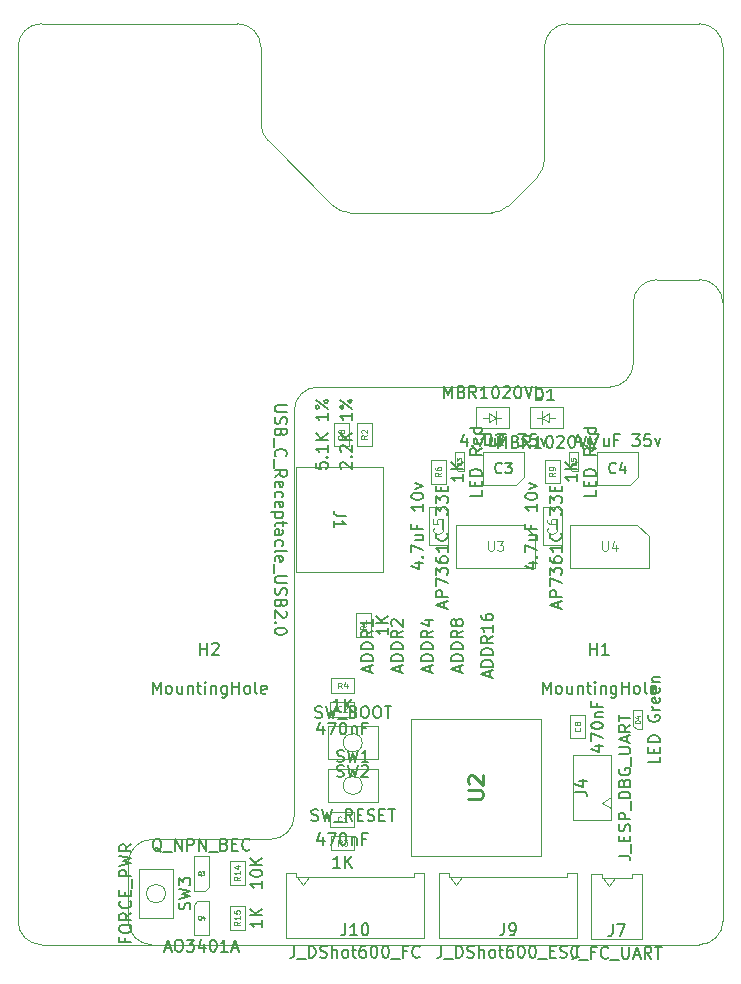
<source format=gbr>
G04 #@! TF.GenerationSoftware,KiCad,Pcbnew,9.0.3*
G04 #@! TF.CreationDate,2026-01-28T23:02:46+01:00*
G04 #@! TF.ProjectId,CM5IO_top,434d3549-4f5f-4746-9f70-2e6b69636164,rev?*
G04 #@! TF.SameCoordinates,Original*
G04 #@! TF.FileFunction,AssemblyDrawing,Top*
%FSLAX46Y46*%
G04 Gerber Fmt 4.6, Leading zero omitted, Abs format (unit mm)*
G04 Created by KiCad (PCBNEW 9.0.3) date 2026-01-28 23:02:46*
%MOMM*%
%LPD*%
G01*
G04 APERTURE LIST*
%ADD10C,0.050000*%
%ADD11C,0.150000*%
%ADD12C,0.080000*%
%ADD13C,0.254000*%
%ADD14C,0.060000*%
%ADD15C,0.120000*%
%ADD16C,0.130000*%
%ADD17C,0.100000*%
G04 #@! TA.AperFunction,Profile*
%ADD18C,0.050000*%
G04 #@! TD*
G04 APERTURE END LIST*
D10*
X164860000Y-68524000D02*
G75*
G02*
X166860000Y-70524000I0J-2000000D01*
G01*
X190863000Y-80046323D02*
G75*
G02*
X190277223Y-81460545I-2000100J23D01*
G01*
X205976000Y-70524000D02*
X205976000Y-144502000D01*
X174387677Y-84526000D02*
G75*
G02*
X172973455Y-83940223I23J2000100D01*
G01*
X203976000Y-68524000D02*
G75*
G02*
X205976000Y-70524000I0J-2000000D01*
G01*
X167445787Y-78412537D02*
G75*
G02*
X166859984Y-76998323I1414213J1414237D01*
G01*
X187797537Y-83940213D02*
X190277214Y-81460536D01*
X146286000Y-144502000D02*
X146286000Y-70524000D01*
X148286000Y-68524000D02*
X164860000Y-68524000D01*
X148286000Y-146502000D02*
G75*
G02*
X146286000Y-144502000I0J2000000D01*
G01*
X167445787Y-78412537D02*
X172973464Y-83940214D01*
X205976000Y-144502000D02*
G75*
G02*
X203976000Y-146502000I-2000000J0D01*
G01*
X166860000Y-70524000D02*
X166860000Y-76998323D01*
X190863000Y-70524000D02*
G75*
G02*
X192863000Y-68524000I2000000J0D01*
G01*
X203976000Y-146502000D02*
X148286000Y-146502000D01*
X190863000Y-80046323D02*
X190863000Y-70524000D01*
X174387677Y-84526000D02*
X186383323Y-84526000D01*
X192863000Y-68524000D02*
X203976000Y-68524000D01*
X146286000Y-70524000D02*
G75*
G02*
X148286000Y-68524000I2000000J0D01*
G01*
X187797537Y-83940213D02*
G75*
G02*
X186383323Y-84526016I-1414237J1414213D01*
G01*
D11*
X169034580Y-100819723D02*
X168225057Y-100819723D01*
X168225057Y-100819723D02*
X168129819Y-100867342D01*
X168129819Y-100867342D02*
X168082200Y-100914961D01*
X168082200Y-100914961D02*
X168034580Y-101010199D01*
X168034580Y-101010199D02*
X168034580Y-101200675D01*
X168034580Y-101200675D02*
X168082200Y-101295913D01*
X168082200Y-101295913D02*
X168129819Y-101343532D01*
X168129819Y-101343532D02*
X168225057Y-101391151D01*
X168225057Y-101391151D02*
X169034580Y-101391151D01*
X168082200Y-101819723D02*
X168034580Y-101962580D01*
X168034580Y-101962580D02*
X168034580Y-102200675D01*
X168034580Y-102200675D02*
X168082200Y-102295913D01*
X168082200Y-102295913D02*
X168129819Y-102343532D01*
X168129819Y-102343532D02*
X168225057Y-102391151D01*
X168225057Y-102391151D02*
X168320295Y-102391151D01*
X168320295Y-102391151D02*
X168415533Y-102343532D01*
X168415533Y-102343532D02*
X168463152Y-102295913D01*
X168463152Y-102295913D02*
X168510771Y-102200675D01*
X168510771Y-102200675D02*
X168558390Y-102010199D01*
X168558390Y-102010199D02*
X168606009Y-101914961D01*
X168606009Y-101914961D02*
X168653628Y-101867342D01*
X168653628Y-101867342D02*
X168748866Y-101819723D01*
X168748866Y-101819723D02*
X168844104Y-101819723D01*
X168844104Y-101819723D02*
X168939342Y-101867342D01*
X168939342Y-101867342D02*
X168986961Y-101914961D01*
X168986961Y-101914961D02*
X169034580Y-102010199D01*
X169034580Y-102010199D02*
X169034580Y-102248294D01*
X169034580Y-102248294D02*
X168986961Y-102391151D01*
X168558390Y-103153056D02*
X168510771Y-103295913D01*
X168510771Y-103295913D02*
X168463152Y-103343532D01*
X168463152Y-103343532D02*
X168367914Y-103391151D01*
X168367914Y-103391151D02*
X168225057Y-103391151D01*
X168225057Y-103391151D02*
X168129819Y-103343532D01*
X168129819Y-103343532D02*
X168082200Y-103295913D01*
X168082200Y-103295913D02*
X168034580Y-103200675D01*
X168034580Y-103200675D02*
X168034580Y-102819723D01*
X168034580Y-102819723D02*
X169034580Y-102819723D01*
X169034580Y-102819723D02*
X169034580Y-103153056D01*
X169034580Y-103153056D02*
X168986961Y-103248294D01*
X168986961Y-103248294D02*
X168939342Y-103295913D01*
X168939342Y-103295913D02*
X168844104Y-103343532D01*
X168844104Y-103343532D02*
X168748866Y-103343532D01*
X168748866Y-103343532D02*
X168653628Y-103295913D01*
X168653628Y-103295913D02*
X168606009Y-103248294D01*
X168606009Y-103248294D02*
X168558390Y-103153056D01*
X168558390Y-103153056D02*
X168558390Y-102819723D01*
X167939342Y-103581628D02*
X167939342Y-104343532D01*
X168129819Y-105153056D02*
X168082200Y-105105437D01*
X168082200Y-105105437D02*
X168034580Y-104962580D01*
X168034580Y-104962580D02*
X168034580Y-104867342D01*
X168034580Y-104867342D02*
X168082200Y-104724485D01*
X168082200Y-104724485D02*
X168177438Y-104629247D01*
X168177438Y-104629247D02*
X168272676Y-104581628D01*
X168272676Y-104581628D02*
X168463152Y-104534009D01*
X168463152Y-104534009D02*
X168606009Y-104534009D01*
X168606009Y-104534009D02*
X168796485Y-104581628D01*
X168796485Y-104581628D02*
X168891723Y-104629247D01*
X168891723Y-104629247D02*
X168986961Y-104724485D01*
X168986961Y-104724485D02*
X169034580Y-104867342D01*
X169034580Y-104867342D02*
X169034580Y-104962580D01*
X169034580Y-104962580D02*
X168986961Y-105105437D01*
X168986961Y-105105437D02*
X168939342Y-105153056D01*
X167939342Y-105343533D02*
X167939342Y-106105437D01*
X168034580Y-106914961D02*
X168510771Y-106581628D01*
X168034580Y-106343533D02*
X169034580Y-106343533D01*
X169034580Y-106343533D02*
X169034580Y-106724485D01*
X169034580Y-106724485D02*
X168986961Y-106819723D01*
X168986961Y-106819723D02*
X168939342Y-106867342D01*
X168939342Y-106867342D02*
X168844104Y-106914961D01*
X168844104Y-106914961D02*
X168701247Y-106914961D01*
X168701247Y-106914961D02*
X168606009Y-106867342D01*
X168606009Y-106867342D02*
X168558390Y-106819723D01*
X168558390Y-106819723D02*
X168510771Y-106724485D01*
X168510771Y-106724485D02*
X168510771Y-106343533D01*
X168082200Y-107724485D02*
X168034580Y-107629247D01*
X168034580Y-107629247D02*
X168034580Y-107438771D01*
X168034580Y-107438771D02*
X168082200Y-107343533D01*
X168082200Y-107343533D02*
X168177438Y-107295914D01*
X168177438Y-107295914D02*
X168558390Y-107295914D01*
X168558390Y-107295914D02*
X168653628Y-107343533D01*
X168653628Y-107343533D02*
X168701247Y-107438771D01*
X168701247Y-107438771D02*
X168701247Y-107629247D01*
X168701247Y-107629247D02*
X168653628Y-107724485D01*
X168653628Y-107724485D02*
X168558390Y-107772104D01*
X168558390Y-107772104D02*
X168463152Y-107772104D01*
X168463152Y-107772104D02*
X168367914Y-107295914D01*
X168082200Y-108629247D02*
X168034580Y-108534009D01*
X168034580Y-108534009D02*
X168034580Y-108343533D01*
X168034580Y-108343533D02*
X168082200Y-108248295D01*
X168082200Y-108248295D02*
X168129819Y-108200676D01*
X168129819Y-108200676D02*
X168225057Y-108153057D01*
X168225057Y-108153057D02*
X168510771Y-108153057D01*
X168510771Y-108153057D02*
X168606009Y-108200676D01*
X168606009Y-108200676D02*
X168653628Y-108248295D01*
X168653628Y-108248295D02*
X168701247Y-108343533D01*
X168701247Y-108343533D02*
X168701247Y-108534009D01*
X168701247Y-108534009D02*
X168653628Y-108629247D01*
X168082200Y-109438771D02*
X168034580Y-109343533D01*
X168034580Y-109343533D02*
X168034580Y-109153057D01*
X168034580Y-109153057D02*
X168082200Y-109057819D01*
X168082200Y-109057819D02*
X168177438Y-109010200D01*
X168177438Y-109010200D02*
X168558390Y-109010200D01*
X168558390Y-109010200D02*
X168653628Y-109057819D01*
X168653628Y-109057819D02*
X168701247Y-109153057D01*
X168701247Y-109153057D02*
X168701247Y-109343533D01*
X168701247Y-109343533D02*
X168653628Y-109438771D01*
X168653628Y-109438771D02*
X168558390Y-109486390D01*
X168558390Y-109486390D02*
X168463152Y-109486390D01*
X168463152Y-109486390D02*
X168367914Y-109010200D01*
X168701247Y-109914962D02*
X167701247Y-109914962D01*
X168653628Y-109914962D02*
X168701247Y-110010200D01*
X168701247Y-110010200D02*
X168701247Y-110200676D01*
X168701247Y-110200676D02*
X168653628Y-110295914D01*
X168653628Y-110295914D02*
X168606009Y-110343533D01*
X168606009Y-110343533D02*
X168510771Y-110391152D01*
X168510771Y-110391152D02*
X168225057Y-110391152D01*
X168225057Y-110391152D02*
X168129819Y-110343533D01*
X168129819Y-110343533D02*
X168082200Y-110295914D01*
X168082200Y-110295914D02*
X168034580Y-110200676D01*
X168034580Y-110200676D02*
X168034580Y-110010200D01*
X168034580Y-110010200D02*
X168082200Y-109914962D01*
X168701247Y-110676867D02*
X168701247Y-111057819D01*
X169034580Y-110819724D02*
X168177438Y-110819724D01*
X168177438Y-110819724D02*
X168082200Y-110867343D01*
X168082200Y-110867343D02*
X168034580Y-110962581D01*
X168034580Y-110962581D02*
X168034580Y-111057819D01*
X168034580Y-111819724D02*
X168558390Y-111819724D01*
X168558390Y-111819724D02*
X168653628Y-111772105D01*
X168653628Y-111772105D02*
X168701247Y-111676867D01*
X168701247Y-111676867D02*
X168701247Y-111486391D01*
X168701247Y-111486391D02*
X168653628Y-111391153D01*
X168082200Y-111819724D02*
X168034580Y-111724486D01*
X168034580Y-111724486D02*
X168034580Y-111486391D01*
X168034580Y-111486391D02*
X168082200Y-111391153D01*
X168082200Y-111391153D02*
X168177438Y-111343534D01*
X168177438Y-111343534D02*
X168272676Y-111343534D01*
X168272676Y-111343534D02*
X168367914Y-111391153D01*
X168367914Y-111391153D02*
X168415533Y-111486391D01*
X168415533Y-111486391D02*
X168415533Y-111724486D01*
X168415533Y-111724486D02*
X168463152Y-111819724D01*
X168082200Y-112724486D02*
X168034580Y-112629248D01*
X168034580Y-112629248D02*
X168034580Y-112438772D01*
X168034580Y-112438772D02*
X168082200Y-112343534D01*
X168082200Y-112343534D02*
X168129819Y-112295915D01*
X168129819Y-112295915D02*
X168225057Y-112248296D01*
X168225057Y-112248296D02*
X168510771Y-112248296D01*
X168510771Y-112248296D02*
X168606009Y-112295915D01*
X168606009Y-112295915D02*
X168653628Y-112343534D01*
X168653628Y-112343534D02*
X168701247Y-112438772D01*
X168701247Y-112438772D02*
X168701247Y-112629248D01*
X168701247Y-112629248D02*
X168653628Y-112724486D01*
X168034580Y-113295915D02*
X168082200Y-113200677D01*
X168082200Y-113200677D02*
X168177438Y-113153058D01*
X168177438Y-113153058D02*
X169034580Y-113153058D01*
X168082200Y-114057820D02*
X168034580Y-113962582D01*
X168034580Y-113962582D02*
X168034580Y-113772106D01*
X168034580Y-113772106D02*
X168082200Y-113676868D01*
X168082200Y-113676868D02*
X168177438Y-113629249D01*
X168177438Y-113629249D02*
X168558390Y-113629249D01*
X168558390Y-113629249D02*
X168653628Y-113676868D01*
X168653628Y-113676868D02*
X168701247Y-113772106D01*
X168701247Y-113772106D02*
X168701247Y-113962582D01*
X168701247Y-113962582D02*
X168653628Y-114057820D01*
X168653628Y-114057820D02*
X168558390Y-114105439D01*
X168558390Y-114105439D02*
X168463152Y-114105439D01*
X168463152Y-114105439D02*
X168367914Y-113629249D01*
X167939342Y-114295916D02*
X167939342Y-115057820D01*
X169034580Y-115295916D02*
X168225057Y-115295916D01*
X168225057Y-115295916D02*
X168129819Y-115343535D01*
X168129819Y-115343535D02*
X168082200Y-115391154D01*
X168082200Y-115391154D02*
X168034580Y-115486392D01*
X168034580Y-115486392D02*
X168034580Y-115676868D01*
X168034580Y-115676868D02*
X168082200Y-115772106D01*
X168082200Y-115772106D02*
X168129819Y-115819725D01*
X168129819Y-115819725D02*
X168225057Y-115867344D01*
X168225057Y-115867344D02*
X169034580Y-115867344D01*
X168082200Y-116295916D02*
X168034580Y-116438773D01*
X168034580Y-116438773D02*
X168034580Y-116676868D01*
X168034580Y-116676868D02*
X168082200Y-116772106D01*
X168082200Y-116772106D02*
X168129819Y-116819725D01*
X168129819Y-116819725D02*
X168225057Y-116867344D01*
X168225057Y-116867344D02*
X168320295Y-116867344D01*
X168320295Y-116867344D02*
X168415533Y-116819725D01*
X168415533Y-116819725D02*
X168463152Y-116772106D01*
X168463152Y-116772106D02*
X168510771Y-116676868D01*
X168510771Y-116676868D02*
X168558390Y-116486392D01*
X168558390Y-116486392D02*
X168606009Y-116391154D01*
X168606009Y-116391154D02*
X168653628Y-116343535D01*
X168653628Y-116343535D02*
X168748866Y-116295916D01*
X168748866Y-116295916D02*
X168844104Y-116295916D01*
X168844104Y-116295916D02*
X168939342Y-116343535D01*
X168939342Y-116343535D02*
X168986961Y-116391154D01*
X168986961Y-116391154D02*
X169034580Y-116486392D01*
X169034580Y-116486392D02*
X169034580Y-116724487D01*
X169034580Y-116724487D02*
X168986961Y-116867344D01*
X168558390Y-117629249D02*
X168510771Y-117772106D01*
X168510771Y-117772106D02*
X168463152Y-117819725D01*
X168463152Y-117819725D02*
X168367914Y-117867344D01*
X168367914Y-117867344D02*
X168225057Y-117867344D01*
X168225057Y-117867344D02*
X168129819Y-117819725D01*
X168129819Y-117819725D02*
X168082200Y-117772106D01*
X168082200Y-117772106D02*
X168034580Y-117676868D01*
X168034580Y-117676868D02*
X168034580Y-117295916D01*
X168034580Y-117295916D02*
X169034580Y-117295916D01*
X169034580Y-117295916D02*
X169034580Y-117629249D01*
X169034580Y-117629249D02*
X168986961Y-117724487D01*
X168986961Y-117724487D02*
X168939342Y-117772106D01*
X168939342Y-117772106D02*
X168844104Y-117819725D01*
X168844104Y-117819725D02*
X168748866Y-117819725D01*
X168748866Y-117819725D02*
X168653628Y-117772106D01*
X168653628Y-117772106D02*
X168606009Y-117724487D01*
X168606009Y-117724487D02*
X168558390Y-117629249D01*
X168558390Y-117629249D02*
X168558390Y-117295916D01*
X168939342Y-118248297D02*
X168986961Y-118295916D01*
X168986961Y-118295916D02*
X169034580Y-118391154D01*
X169034580Y-118391154D02*
X169034580Y-118629249D01*
X169034580Y-118629249D02*
X168986961Y-118724487D01*
X168986961Y-118724487D02*
X168939342Y-118772106D01*
X168939342Y-118772106D02*
X168844104Y-118819725D01*
X168844104Y-118819725D02*
X168748866Y-118819725D01*
X168748866Y-118819725D02*
X168606009Y-118772106D01*
X168606009Y-118772106D02*
X168034580Y-118200678D01*
X168034580Y-118200678D02*
X168034580Y-118819725D01*
X168129819Y-119248297D02*
X168082200Y-119295916D01*
X168082200Y-119295916D02*
X168034580Y-119248297D01*
X168034580Y-119248297D02*
X168082200Y-119200678D01*
X168082200Y-119200678D02*
X168129819Y-119248297D01*
X168129819Y-119248297D02*
X168034580Y-119248297D01*
X169034580Y-119914963D02*
X169034580Y-120010201D01*
X169034580Y-120010201D02*
X168986961Y-120105439D01*
X168986961Y-120105439D02*
X168939342Y-120153058D01*
X168939342Y-120153058D02*
X168844104Y-120200677D01*
X168844104Y-120200677D02*
X168653628Y-120248296D01*
X168653628Y-120248296D02*
X168415533Y-120248296D01*
X168415533Y-120248296D02*
X168225057Y-120200677D01*
X168225057Y-120200677D02*
X168129819Y-120153058D01*
X168129819Y-120153058D02*
X168082200Y-120105439D01*
X168082200Y-120105439D02*
X168034580Y-120010201D01*
X168034580Y-120010201D02*
X168034580Y-119914963D01*
X168034580Y-119914963D02*
X168082200Y-119819725D01*
X168082200Y-119819725D02*
X168129819Y-119772106D01*
X168129819Y-119772106D02*
X168225057Y-119724487D01*
X168225057Y-119724487D02*
X168415533Y-119676868D01*
X168415533Y-119676868D02*
X168653628Y-119676868D01*
X168653628Y-119676868D02*
X168844104Y-119724487D01*
X168844104Y-119724487D02*
X168939342Y-119772106D01*
X168939342Y-119772106D02*
X168986961Y-119819725D01*
X168986961Y-119819725D02*
X169034580Y-119914963D01*
X174034580Y-110176866D02*
X173320295Y-110176866D01*
X173320295Y-110176866D02*
X173177438Y-110129247D01*
X173177438Y-110129247D02*
X173082200Y-110034009D01*
X173082200Y-110034009D02*
X173034580Y-109891152D01*
X173034580Y-109891152D02*
X173034580Y-109795914D01*
X173034580Y-111176866D02*
X173034580Y-110605438D01*
X173034580Y-110891152D02*
X174034580Y-110891152D01*
X174034580Y-110891152D02*
X173891723Y-110795914D01*
X173891723Y-110795914D02*
X173796485Y-110700676D01*
X173796485Y-110700676D02*
X173748866Y-110605438D01*
X197138219Y-138985105D02*
X197852504Y-138985105D01*
X197852504Y-138985105D02*
X197995361Y-139032724D01*
X197995361Y-139032724D02*
X198090600Y-139127962D01*
X198090600Y-139127962D02*
X198138219Y-139270819D01*
X198138219Y-139270819D02*
X198138219Y-139366057D01*
X198233457Y-138747010D02*
X198233457Y-137985105D01*
X197614409Y-137747009D02*
X197614409Y-137413676D01*
X198138219Y-137270819D02*
X198138219Y-137747009D01*
X198138219Y-137747009D02*
X197138219Y-137747009D01*
X197138219Y-137747009D02*
X197138219Y-137270819D01*
X198090600Y-136889866D02*
X198138219Y-136747009D01*
X198138219Y-136747009D02*
X198138219Y-136508914D01*
X198138219Y-136508914D02*
X198090600Y-136413676D01*
X198090600Y-136413676D02*
X198042980Y-136366057D01*
X198042980Y-136366057D02*
X197947742Y-136318438D01*
X197947742Y-136318438D02*
X197852504Y-136318438D01*
X197852504Y-136318438D02*
X197757266Y-136366057D01*
X197757266Y-136366057D02*
X197709647Y-136413676D01*
X197709647Y-136413676D02*
X197662028Y-136508914D01*
X197662028Y-136508914D02*
X197614409Y-136699390D01*
X197614409Y-136699390D02*
X197566790Y-136794628D01*
X197566790Y-136794628D02*
X197519171Y-136842247D01*
X197519171Y-136842247D02*
X197423933Y-136889866D01*
X197423933Y-136889866D02*
X197328695Y-136889866D01*
X197328695Y-136889866D02*
X197233457Y-136842247D01*
X197233457Y-136842247D02*
X197185838Y-136794628D01*
X197185838Y-136794628D02*
X197138219Y-136699390D01*
X197138219Y-136699390D02*
X197138219Y-136461295D01*
X197138219Y-136461295D02*
X197185838Y-136318438D01*
X198138219Y-135889866D02*
X197138219Y-135889866D01*
X197138219Y-135889866D02*
X197138219Y-135508914D01*
X197138219Y-135508914D02*
X197185838Y-135413676D01*
X197185838Y-135413676D02*
X197233457Y-135366057D01*
X197233457Y-135366057D02*
X197328695Y-135318438D01*
X197328695Y-135318438D02*
X197471552Y-135318438D01*
X197471552Y-135318438D02*
X197566790Y-135366057D01*
X197566790Y-135366057D02*
X197614409Y-135413676D01*
X197614409Y-135413676D02*
X197662028Y-135508914D01*
X197662028Y-135508914D02*
X197662028Y-135889866D01*
X198233457Y-135127962D02*
X198233457Y-134366057D01*
X198138219Y-134127961D02*
X197138219Y-134127961D01*
X197138219Y-134127961D02*
X197138219Y-133889866D01*
X197138219Y-133889866D02*
X197185838Y-133747009D01*
X197185838Y-133747009D02*
X197281076Y-133651771D01*
X197281076Y-133651771D02*
X197376314Y-133604152D01*
X197376314Y-133604152D02*
X197566790Y-133556533D01*
X197566790Y-133556533D02*
X197709647Y-133556533D01*
X197709647Y-133556533D02*
X197900123Y-133604152D01*
X197900123Y-133604152D02*
X197995361Y-133651771D01*
X197995361Y-133651771D02*
X198090600Y-133747009D01*
X198090600Y-133747009D02*
X198138219Y-133889866D01*
X198138219Y-133889866D02*
X198138219Y-134127961D01*
X197614409Y-132794628D02*
X197662028Y-132651771D01*
X197662028Y-132651771D02*
X197709647Y-132604152D01*
X197709647Y-132604152D02*
X197804885Y-132556533D01*
X197804885Y-132556533D02*
X197947742Y-132556533D01*
X197947742Y-132556533D02*
X198042980Y-132604152D01*
X198042980Y-132604152D02*
X198090600Y-132651771D01*
X198090600Y-132651771D02*
X198138219Y-132747009D01*
X198138219Y-132747009D02*
X198138219Y-133127961D01*
X198138219Y-133127961D02*
X197138219Y-133127961D01*
X197138219Y-133127961D02*
X197138219Y-132794628D01*
X197138219Y-132794628D02*
X197185838Y-132699390D01*
X197185838Y-132699390D02*
X197233457Y-132651771D01*
X197233457Y-132651771D02*
X197328695Y-132604152D01*
X197328695Y-132604152D02*
X197423933Y-132604152D01*
X197423933Y-132604152D02*
X197519171Y-132651771D01*
X197519171Y-132651771D02*
X197566790Y-132699390D01*
X197566790Y-132699390D02*
X197614409Y-132794628D01*
X197614409Y-132794628D02*
X197614409Y-133127961D01*
X197185838Y-131604152D02*
X197138219Y-131699390D01*
X197138219Y-131699390D02*
X197138219Y-131842247D01*
X197138219Y-131842247D02*
X197185838Y-131985104D01*
X197185838Y-131985104D02*
X197281076Y-132080342D01*
X197281076Y-132080342D02*
X197376314Y-132127961D01*
X197376314Y-132127961D02*
X197566790Y-132175580D01*
X197566790Y-132175580D02*
X197709647Y-132175580D01*
X197709647Y-132175580D02*
X197900123Y-132127961D01*
X197900123Y-132127961D02*
X197995361Y-132080342D01*
X197995361Y-132080342D02*
X198090600Y-131985104D01*
X198090600Y-131985104D02*
X198138219Y-131842247D01*
X198138219Y-131842247D02*
X198138219Y-131747009D01*
X198138219Y-131747009D02*
X198090600Y-131604152D01*
X198090600Y-131604152D02*
X198042980Y-131556533D01*
X198042980Y-131556533D02*
X197709647Y-131556533D01*
X197709647Y-131556533D02*
X197709647Y-131747009D01*
X198233457Y-131366057D02*
X198233457Y-130604152D01*
X197138219Y-130366056D02*
X197947742Y-130366056D01*
X197947742Y-130366056D02*
X198042980Y-130318437D01*
X198042980Y-130318437D02*
X198090600Y-130270818D01*
X198090600Y-130270818D02*
X198138219Y-130175580D01*
X198138219Y-130175580D02*
X198138219Y-129985104D01*
X198138219Y-129985104D02*
X198090600Y-129889866D01*
X198090600Y-129889866D02*
X198042980Y-129842247D01*
X198042980Y-129842247D02*
X197947742Y-129794628D01*
X197947742Y-129794628D02*
X197138219Y-129794628D01*
X197852504Y-129366056D02*
X197852504Y-128889866D01*
X198138219Y-129461294D02*
X197138219Y-129127961D01*
X197138219Y-129127961D02*
X198138219Y-128794628D01*
X198138219Y-127889866D02*
X197662028Y-128223199D01*
X198138219Y-128461294D02*
X197138219Y-128461294D01*
X197138219Y-128461294D02*
X197138219Y-128080342D01*
X197138219Y-128080342D02*
X197185838Y-127985104D01*
X197185838Y-127985104D02*
X197233457Y-127937485D01*
X197233457Y-127937485D02*
X197328695Y-127889866D01*
X197328695Y-127889866D02*
X197471552Y-127889866D01*
X197471552Y-127889866D02*
X197566790Y-127937485D01*
X197566790Y-127937485D02*
X197614409Y-127985104D01*
X197614409Y-127985104D02*
X197662028Y-128080342D01*
X197662028Y-128080342D02*
X197662028Y-128461294D01*
X197138219Y-127604151D02*
X197138219Y-127032723D01*
X198138219Y-127318437D02*
X197138219Y-127318437D01*
X193438219Y-133556533D02*
X194152504Y-133556533D01*
X194152504Y-133556533D02*
X194295361Y-133604152D01*
X194295361Y-133604152D02*
X194390600Y-133699390D01*
X194390600Y-133699390D02*
X194438219Y-133842247D01*
X194438219Y-133842247D02*
X194438219Y-133937485D01*
X193771552Y-132651771D02*
X194438219Y-132651771D01*
X193390600Y-132889866D02*
X194104885Y-133127961D01*
X194104885Y-133127961D02*
X194104885Y-132508914D01*
X166964319Y-141118976D02*
X166964319Y-141690404D01*
X166964319Y-141404690D02*
X165964319Y-141404690D01*
X165964319Y-141404690D02*
X166107176Y-141499928D01*
X166107176Y-141499928D02*
X166202414Y-141595166D01*
X166202414Y-141595166D02*
X166250033Y-141690404D01*
X165964319Y-140499928D02*
X165964319Y-140404690D01*
X165964319Y-140404690D02*
X166011938Y-140309452D01*
X166011938Y-140309452D02*
X166059557Y-140261833D01*
X166059557Y-140261833D02*
X166154795Y-140214214D01*
X166154795Y-140214214D02*
X166345271Y-140166595D01*
X166345271Y-140166595D02*
X166583366Y-140166595D01*
X166583366Y-140166595D02*
X166773842Y-140214214D01*
X166773842Y-140214214D02*
X166869080Y-140261833D01*
X166869080Y-140261833D02*
X166916700Y-140309452D01*
X166916700Y-140309452D02*
X166964319Y-140404690D01*
X166964319Y-140404690D02*
X166964319Y-140499928D01*
X166964319Y-140499928D02*
X166916700Y-140595166D01*
X166916700Y-140595166D02*
X166869080Y-140642785D01*
X166869080Y-140642785D02*
X166773842Y-140690404D01*
X166773842Y-140690404D02*
X166583366Y-140738023D01*
X166583366Y-140738023D02*
X166345271Y-140738023D01*
X166345271Y-140738023D02*
X166154795Y-140690404D01*
X166154795Y-140690404D02*
X166059557Y-140642785D01*
X166059557Y-140642785D02*
X166011938Y-140595166D01*
X166011938Y-140595166D02*
X165964319Y-140499928D01*
X166964319Y-139738023D02*
X165964319Y-139738023D01*
X166964319Y-139166595D02*
X166392890Y-139595166D01*
X165964319Y-139166595D02*
X166535747Y-139738023D01*
D12*
X165086649Y-140749928D02*
X164848554Y-140916594D01*
X165086649Y-141035642D02*
X164586649Y-141035642D01*
X164586649Y-141035642D02*
X164586649Y-140845166D01*
X164586649Y-140845166D02*
X164610459Y-140797547D01*
X164610459Y-140797547D02*
X164634268Y-140773737D01*
X164634268Y-140773737D02*
X164681887Y-140749928D01*
X164681887Y-140749928D02*
X164753316Y-140749928D01*
X164753316Y-140749928D02*
X164800935Y-140773737D01*
X164800935Y-140773737D02*
X164824744Y-140797547D01*
X164824744Y-140797547D02*
X164848554Y-140845166D01*
X164848554Y-140845166D02*
X164848554Y-141035642D01*
X165086649Y-140273737D02*
X165086649Y-140559451D01*
X165086649Y-140416594D02*
X164586649Y-140416594D01*
X164586649Y-140416594D02*
X164658078Y-140464213D01*
X164658078Y-140464213D02*
X164705697Y-140511832D01*
X164705697Y-140511832D02*
X164729506Y-140559451D01*
X164753316Y-139845166D02*
X165086649Y-139845166D01*
X164562840Y-139964214D02*
X164919982Y-140083261D01*
X164919982Y-140083261D02*
X164919982Y-139773738D01*
D11*
X166964319Y-144444585D02*
X166964319Y-145016013D01*
X166964319Y-144730299D02*
X165964319Y-144730299D01*
X165964319Y-144730299D02*
X166107176Y-144825537D01*
X166107176Y-144825537D02*
X166202414Y-144920775D01*
X166202414Y-144920775D02*
X166250033Y-145016013D01*
X166964319Y-144016013D02*
X165964319Y-144016013D01*
X166964319Y-143444585D02*
X166392890Y-143873156D01*
X165964319Y-143444585D02*
X166535747Y-144016013D01*
D12*
X165086649Y-144551728D02*
X164848554Y-144718394D01*
X165086649Y-144837442D02*
X164586649Y-144837442D01*
X164586649Y-144837442D02*
X164586649Y-144646966D01*
X164586649Y-144646966D02*
X164610459Y-144599347D01*
X164610459Y-144599347D02*
X164634268Y-144575537D01*
X164634268Y-144575537D02*
X164681887Y-144551728D01*
X164681887Y-144551728D02*
X164753316Y-144551728D01*
X164753316Y-144551728D02*
X164800935Y-144575537D01*
X164800935Y-144575537D02*
X164824744Y-144599347D01*
X164824744Y-144599347D02*
X164848554Y-144646966D01*
X164848554Y-144646966D02*
X164848554Y-144837442D01*
X165086649Y-144075537D02*
X165086649Y-144361251D01*
X165086649Y-144218394D02*
X164586649Y-144218394D01*
X164586649Y-144218394D02*
X164658078Y-144266013D01*
X164658078Y-144266013D02*
X164705697Y-144313632D01*
X164705697Y-144313632D02*
X164729506Y-144361251D01*
X164586649Y-143623157D02*
X164586649Y-143861252D01*
X164586649Y-143861252D02*
X164824744Y-143885061D01*
X164824744Y-143885061D02*
X164800935Y-143861252D01*
X164800935Y-143861252D02*
X164777125Y-143813633D01*
X164777125Y-143813633D02*
X164777125Y-143694585D01*
X164777125Y-143694585D02*
X164800935Y-143646966D01*
X164800935Y-143646966D02*
X164824744Y-143623157D01*
X164824744Y-143623157D02*
X164872363Y-143599347D01*
X164872363Y-143599347D02*
X164991411Y-143599347D01*
X164991411Y-143599347D02*
X165039030Y-143623157D01*
X165039030Y-143623157D02*
X165062840Y-143646966D01*
X165062840Y-143646966D02*
X165086649Y-143694585D01*
X165086649Y-143694585D02*
X165086649Y-143813633D01*
X165086649Y-143813633D02*
X165062840Y-143861252D01*
X165062840Y-143861252D02*
X165039030Y-143885061D01*
D13*
X184389718Y-134165819D02*
X185417813Y-134165819D01*
X185417813Y-134165819D02*
X185538765Y-134105342D01*
X185538765Y-134105342D02*
X185599242Y-134044866D01*
X185599242Y-134044866D02*
X185659718Y-133923914D01*
X185659718Y-133923914D02*
X185659718Y-133682009D01*
X185659718Y-133682009D02*
X185599242Y-133561057D01*
X185599242Y-133561057D02*
X185538765Y-133500580D01*
X185538765Y-133500580D02*
X185417813Y-133440104D01*
X185417813Y-133440104D02*
X184389718Y-133440104D01*
X184510670Y-132895819D02*
X184450194Y-132835343D01*
X184450194Y-132835343D02*
X184389718Y-132714390D01*
X184389718Y-132714390D02*
X184389718Y-132412009D01*
X184389718Y-132412009D02*
X184450194Y-132291057D01*
X184450194Y-132291057D02*
X184510670Y-132230581D01*
X184510670Y-132230581D02*
X184631622Y-132170104D01*
X184631622Y-132170104D02*
X184752575Y-132170104D01*
X184752575Y-132170104D02*
X184934003Y-132230581D01*
X184934003Y-132230581D02*
X185659718Y-132956295D01*
X185659718Y-132956295D02*
X185659718Y-132170104D01*
D11*
X181131504Y-123387485D02*
X181131504Y-122911295D01*
X181417219Y-123482723D02*
X180417219Y-123149390D01*
X180417219Y-123149390D02*
X181417219Y-122816057D01*
X181417219Y-122482723D02*
X180417219Y-122482723D01*
X180417219Y-122482723D02*
X180417219Y-122244628D01*
X180417219Y-122244628D02*
X180464838Y-122101771D01*
X180464838Y-122101771D02*
X180560076Y-122006533D01*
X180560076Y-122006533D02*
X180655314Y-121958914D01*
X180655314Y-121958914D02*
X180845790Y-121911295D01*
X180845790Y-121911295D02*
X180988647Y-121911295D01*
X180988647Y-121911295D02*
X181179123Y-121958914D01*
X181179123Y-121958914D02*
X181274361Y-122006533D01*
X181274361Y-122006533D02*
X181369600Y-122101771D01*
X181369600Y-122101771D02*
X181417219Y-122244628D01*
X181417219Y-122244628D02*
X181417219Y-122482723D01*
X181417219Y-121482723D02*
X180417219Y-121482723D01*
X180417219Y-121482723D02*
X180417219Y-121244628D01*
X180417219Y-121244628D02*
X180464838Y-121101771D01*
X180464838Y-121101771D02*
X180560076Y-121006533D01*
X180560076Y-121006533D02*
X180655314Y-120958914D01*
X180655314Y-120958914D02*
X180845790Y-120911295D01*
X180845790Y-120911295D02*
X180988647Y-120911295D01*
X180988647Y-120911295D02*
X181179123Y-120958914D01*
X181179123Y-120958914D02*
X181274361Y-121006533D01*
X181274361Y-121006533D02*
X181369600Y-121101771D01*
X181369600Y-121101771D02*
X181417219Y-121244628D01*
X181417219Y-121244628D02*
X181417219Y-121482723D01*
X181417219Y-119911295D02*
X180941028Y-120244628D01*
X181417219Y-120482723D02*
X180417219Y-120482723D01*
X180417219Y-120482723D02*
X180417219Y-120101771D01*
X180417219Y-120101771D02*
X180464838Y-120006533D01*
X180464838Y-120006533D02*
X180512457Y-119958914D01*
X180512457Y-119958914D02*
X180607695Y-119911295D01*
X180607695Y-119911295D02*
X180750552Y-119911295D01*
X180750552Y-119911295D02*
X180845790Y-119958914D01*
X180845790Y-119958914D02*
X180893409Y-120006533D01*
X180893409Y-120006533D02*
X180941028Y-120101771D01*
X180941028Y-120101771D02*
X180941028Y-120482723D01*
X180750552Y-119054152D02*
X181417219Y-119054152D01*
X180369600Y-119292247D02*
X181083885Y-119530342D01*
X181083885Y-119530342D02*
X181083885Y-118911295D01*
X183990219Y-106676485D02*
X183990219Y-107247913D01*
X183990219Y-106962199D02*
X182990219Y-106962199D01*
X182990219Y-106962199D02*
X183133076Y-107057437D01*
X183133076Y-107057437D02*
X183228314Y-107152675D01*
X183228314Y-107152675D02*
X183275933Y-107247913D01*
X183990219Y-106247913D02*
X182990219Y-106247913D01*
X183990219Y-105676485D02*
X183418790Y-106105056D01*
X182990219Y-105676485D02*
X183561647Y-106247913D01*
D12*
X182112549Y-106545533D02*
X181874454Y-106712199D01*
X182112549Y-106831247D02*
X181612549Y-106831247D01*
X181612549Y-106831247D02*
X181612549Y-106640771D01*
X181612549Y-106640771D02*
X181636359Y-106593152D01*
X181636359Y-106593152D02*
X181660168Y-106569342D01*
X181660168Y-106569342D02*
X181707787Y-106545533D01*
X181707787Y-106545533D02*
X181779216Y-106545533D01*
X181779216Y-106545533D02*
X181826835Y-106569342D01*
X181826835Y-106569342D02*
X181850644Y-106593152D01*
X181850644Y-106593152D02*
X181874454Y-106640771D01*
X181874454Y-106640771D02*
X181874454Y-106831247D01*
X181612549Y-106116961D02*
X181612549Y-106212199D01*
X181612549Y-106212199D02*
X181636359Y-106259818D01*
X181636359Y-106259818D02*
X181660168Y-106283628D01*
X181660168Y-106283628D02*
X181731597Y-106331247D01*
X181731597Y-106331247D02*
X181826835Y-106355056D01*
X181826835Y-106355056D02*
X182017311Y-106355056D01*
X182017311Y-106355056D02*
X182064930Y-106331247D01*
X182064930Y-106331247D02*
X182088740Y-106307437D01*
X182088740Y-106307437D02*
X182112549Y-106259818D01*
X182112549Y-106259818D02*
X182112549Y-106164580D01*
X182112549Y-106164580D02*
X182088740Y-106116961D01*
X182088740Y-106116961D02*
X182064930Y-106093152D01*
X182064930Y-106093152D02*
X182017311Y-106069342D01*
X182017311Y-106069342D02*
X181898263Y-106069342D01*
X181898263Y-106069342D02*
X181850644Y-106093152D01*
X181850644Y-106093152D02*
X181826835Y-106116961D01*
X181826835Y-106116961D02*
X181803025Y-106164580D01*
X181803025Y-106164580D02*
X181803025Y-106259818D01*
X181803025Y-106259818D02*
X181826835Y-106307437D01*
X181826835Y-106307437D02*
X181850644Y-106331247D01*
X181850644Y-106331247D02*
X181898263Y-106355056D01*
D11*
X195200219Y-108038162D02*
X195200219Y-108514352D01*
X195200219Y-108514352D02*
X194200219Y-108514352D01*
X194676409Y-107704828D02*
X194676409Y-107371495D01*
X195200219Y-107228638D02*
X195200219Y-107704828D01*
X195200219Y-107704828D02*
X194200219Y-107704828D01*
X194200219Y-107704828D02*
X194200219Y-107228638D01*
X195200219Y-106800066D02*
X194200219Y-106800066D01*
X194200219Y-106800066D02*
X194200219Y-106561971D01*
X194200219Y-106561971D02*
X194247838Y-106419114D01*
X194247838Y-106419114D02*
X194343076Y-106323876D01*
X194343076Y-106323876D02*
X194438314Y-106276257D01*
X194438314Y-106276257D02*
X194628790Y-106228638D01*
X194628790Y-106228638D02*
X194771647Y-106228638D01*
X194771647Y-106228638D02*
X194962123Y-106276257D01*
X194962123Y-106276257D02*
X195057361Y-106323876D01*
X195057361Y-106323876D02*
X195152600Y-106419114D01*
X195152600Y-106419114D02*
X195200219Y-106561971D01*
X195200219Y-106561971D02*
X195200219Y-106800066D01*
X195200219Y-104466733D02*
X194724028Y-104800066D01*
X195200219Y-105038161D02*
X194200219Y-105038161D01*
X194200219Y-105038161D02*
X194200219Y-104657209D01*
X194200219Y-104657209D02*
X194247838Y-104561971D01*
X194247838Y-104561971D02*
X194295457Y-104514352D01*
X194295457Y-104514352D02*
X194390695Y-104466733D01*
X194390695Y-104466733D02*
X194533552Y-104466733D01*
X194533552Y-104466733D02*
X194628790Y-104514352D01*
X194628790Y-104514352D02*
X194676409Y-104561971D01*
X194676409Y-104561971D02*
X194724028Y-104657209D01*
X194724028Y-104657209D02*
X194724028Y-105038161D01*
X195152600Y-103657209D02*
X195200219Y-103752447D01*
X195200219Y-103752447D02*
X195200219Y-103942923D01*
X195200219Y-103942923D02*
X195152600Y-104038161D01*
X195152600Y-104038161D02*
X195057361Y-104085780D01*
X195057361Y-104085780D02*
X194676409Y-104085780D01*
X194676409Y-104085780D02*
X194581171Y-104038161D01*
X194581171Y-104038161D02*
X194533552Y-103942923D01*
X194533552Y-103942923D02*
X194533552Y-103752447D01*
X194533552Y-103752447D02*
X194581171Y-103657209D01*
X194581171Y-103657209D02*
X194676409Y-103609590D01*
X194676409Y-103609590D02*
X194771647Y-103609590D01*
X194771647Y-103609590D02*
X194866885Y-104085780D01*
X195200219Y-102752447D02*
X194200219Y-102752447D01*
X195152600Y-102752447D02*
X195200219Y-102847685D01*
X195200219Y-102847685D02*
X195200219Y-103038161D01*
X195200219Y-103038161D02*
X195152600Y-103133399D01*
X195152600Y-103133399D02*
X195104980Y-103181018D01*
X195104980Y-103181018D02*
X195009742Y-103228637D01*
X195009742Y-103228637D02*
X194724028Y-103228637D01*
X194724028Y-103228637D02*
X194628790Y-103181018D01*
X194628790Y-103181018D02*
X194581171Y-103133399D01*
X194581171Y-103133399D02*
X194533552Y-103038161D01*
X194533552Y-103038161D02*
X194533552Y-102847685D01*
X194533552Y-102847685D02*
X194581171Y-102752447D01*
D14*
X193497327Y-105928637D02*
X193097327Y-105928637D01*
X193097327Y-105928637D02*
X193097327Y-105833399D01*
X193097327Y-105833399D02*
X193116375Y-105776256D01*
X193116375Y-105776256D02*
X193154470Y-105738161D01*
X193154470Y-105738161D02*
X193192565Y-105719114D01*
X193192565Y-105719114D02*
X193268756Y-105700066D01*
X193268756Y-105700066D02*
X193325899Y-105700066D01*
X193325899Y-105700066D02*
X193402089Y-105719114D01*
X193402089Y-105719114D02*
X193440184Y-105738161D01*
X193440184Y-105738161D02*
X193478280Y-105776256D01*
X193478280Y-105776256D02*
X193497327Y-105833399D01*
X193497327Y-105833399D02*
X193497327Y-105928637D01*
X193097327Y-105338161D02*
X193097327Y-105528637D01*
X193097327Y-105528637D02*
X193287803Y-105547685D01*
X193287803Y-105547685D02*
X193268756Y-105528637D01*
X193268756Y-105528637D02*
X193249708Y-105490542D01*
X193249708Y-105490542D02*
X193249708Y-105395304D01*
X193249708Y-105395304D02*
X193268756Y-105357209D01*
X193268756Y-105357209D02*
X193287803Y-105338161D01*
X193287803Y-105338161D02*
X193325899Y-105319114D01*
X193325899Y-105319114D02*
X193421137Y-105319114D01*
X193421137Y-105319114D02*
X193459232Y-105338161D01*
X193459232Y-105338161D02*
X193478280Y-105357209D01*
X193478280Y-105357209D02*
X193497327Y-105395304D01*
X193497327Y-105395304D02*
X193497327Y-105490542D01*
X193497327Y-105490542D02*
X193478280Y-105528637D01*
X193478280Y-105528637D02*
X193459232Y-105547685D01*
D11*
X158716262Y-146799404D02*
X159192452Y-146799404D01*
X158621024Y-147085119D02*
X158954357Y-146085119D01*
X158954357Y-146085119D02*
X159287690Y-147085119D01*
X159811500Y-146085119D02*
X160001976Y-146085119D01*
X160001976Y-146085119D02*
X160097214Y-146132738D01*
X160097214Y-146132738D02*
X160192452Y-146227976D01*
X160192452Y-146227976D02*
X160240071Y-146418452D01*
X160240071Y-146418452D02*
X160240071Y-146751785D01*
X160240071Y-146751785D02*
X160192452Y-146942261D01*
X160192452Y-146942261D02*
X160097214Y-147037500D01*
X160097214Y-147037500D02*
X160001976Y-147085119D01*
X160001976Y-147085119D02*
X159811500Y-147085119D01*
X159811500Y-147085119D02*
X159716262Y-147037500D01*
X159716262Y-147037500D02*
X159621024Y-146942261D01*
X159621024Y-146942261D02*
X159573405Y-146751785D01*
X159573405Y-146751785D02*
X159573405Y-146418452D01*
X159573405Y-146418452D02*
X159621024Y-146227976D01*
X159621024Y-146227976D02*
X159716262Y-146132738D01*
X159716262Y-146132738D02*
X159811500Y-146085119D01*
X160573405Y-146085119D02*
X161192452Y-146085119D01*
X161192452Y-146085119D02*
X160859119Y-146466071D01*
X160859119Y-146466071D02*
X161001976Y-146466071D01*
X161001976Y-146466071D02*
X161097214Y-146513690D01*
X161097214Y-146513690D02*
X161144833Y-146561309D01*
X161144833Y-146561309D02*
X161192452Y-146656547D01*
X161192452Y-146656547D02*
X161192452Y-146894642D01*
X161192452Y-146894642D02*
X161144833Y-146989880D01*
X161144833Y-146989880D02*
X161097214Y-147037500D01*
X161097214Y-147037500D02*
X161001976Y-147085119D01*
X161001976Y-147085119D02*
X160716262Y-147085119D01*
X160716262Y-147085119D02*
X160621024Y-147037500D01*
X160621024Y-147037500D02*
X160573405Y-146989880D01*
X162049595Y-146418452D02*
X162049595Y-147085119D01*
X161811500Y-146037500D02*
X161573405Y-146751785D01*
X161573405Y-146751785D02*
X162192452Y-146751785D01*
X162763881Y-146085119D02*
X162859119Y-146085119D01*
X162859119Y-146085119D02*
X162954357Y-146132738D01*
X162954357Y-146132738D02*
X163001976Y-146180357D01*
X163001976Y-146180357D02*
X163049595Y-146275595D01*
X163049595Y-146275595D02*
X163097214Y-146466071D01*
X163097214Y-146466071D02*
X163097214Y-146704166D01*
X163097214Y-146704166D02*
X163049595Y-146894642D01*
X163049595Y-146894642D02*
X163001976Y-146989880D01*
X163001976Y-146989880D02*
X162954357Y-147037500D01*
X162954357Y-147037500D02*
X162859119Y-147085119D01*
X162859119Y-147085119D02*
X162763881Y-147085119D01*
X162763881Y-147085119D02*
X162668643Y-147037500D01*
X162668643Y-147037500D02*
X162621024Y-146989880D01*
X162621024Y-146989880D02*
X162573405Y-146894642D01*
X162573405Y-146894642D02*
X162525786Y-146704166D01*
X162525786Y-146704166D02*
X162525786Y-146466071D01*
X162525786Y-146466071D02*
X162573405Y-146275595D01*
X162573405Y-146275595D02*
X162621024Y-146180357D01*
X162621024Y-146180357D02*
X162668643Y-146132738D01*
X162668643Y-146132738D02*
X162763881Y-146085119D01*
X164049595Y-147085119D02*
X163478167Y-147085119D01*
X163763881Y-147085119D02*
X163763881Y-146085119D01*
X163763881Y-146085119D02*
X163668643Y-146227976D01*
X163668643Y-146227976D02*
X163573405Y-146323214D01*
X163573405Y-146323214D02*
X163478167Y-146370833D01*
X164430548Y-146799404D02*
X164906738Y-146799404D01*
X164335310Y-147085119D02*
X164668643Y-146085119D01*
X164668643Y-146085119D02*
X165001976Y-147085119D01*
D10*
X161781023Y-144406214D02*
X161750547Y-144390976D01*
X161750547Y-144390976D02*
X161720071Y-144360500D01*
X161720071Y-144360500D02*
X161674357Y-144314785D01*
X161674357Y-144314785D02*
X161643880Y-144299547D01*
X161643880Y-144299547D02*
X161613404Y-144299547D01*
X161628642Y-144375738D02*
X161598166Y-144360500D01*
X161598166Y-144360500D02*
X161567690Y-144330023D01*
X161567690Y-144330023D02*
X161552452Y-144269071D01*
X161552452Y-144269071D02*
X161552452Y-144162404D01*
X161552452Y-144162404D02*
X161567690Y-144101452D01*
X161567690Y-144101452D02*
X161598166Y-144070976D01*
X161598166Y-144070976D02*
X161628642Y-144055738D01*
X161628642Y-144055738D02*
X161689595Y-144055738D01*
X161689595Y-144055738D02*
X161720071Y-144070976D01*
X161720071Y-144070976D02*
X161750547Y-144101452D01*
X161750547Y-144101452D02*
X161765785Y-144162404D01*
X161765785Y-144162404D02*
X161765785Y-144269071D01*
X161765785Y-144269071D02*
X161750547Y-144330023D01*
X161750547Y-144330023D02*
X161720071Y-144360500D01*
X161720071Y-144360500D02*
X161689595Y-144375738D01*
X161689595Y-144375738D02*
X161628642Y-144375738D01*
X162040071Y-144162404D02*
X162040071Y-144375738D01*
X161963880Y-144040500D02*
X161887690Y-144269071D01*
X161887690Y-144269071D02*
X162085785Y-144269071D01*
D11*
X171497419Y-105701361D02*
X171497419Y-106177551D01*
X171497419Y-106177551D02*
X171973609Y-106225170D01*
X171973609Y-106225170D02*
X171925990Y-106177551D01*
X171925990Y-106177551D02*
X171878371Y-106082313D01*
X171878371Y-106082313D02*
X171878371Y-105844218D01*
X171878371Y-105844218D02*
X171925990Y-105748980D01*
X171925990Y-105748980D02*
X171973609Y-105701361D01*
X171973609Y-105701361D02*
X172068847Y-105653742D01*
X172068847Y-105653742D02*
X172306942Y-105653742D01*
X172306942Y-105653742D02*
X172402180Y-105701361D01*
X172402180Y-105701361D02*
X172449800Y-105748980D01*
X172449800Y-105748980D02*
X172497419Y-105844218D01*
X172497419Y-105844218D02*
X172497419Y-106082313D01*
X172497419Y-106082313D02*
X172449800Y-106177551D01*
X172449800Y-106177551D02*
X172402180Y-106225170D01*
X172402180Y-105225170D02*
X172449800Y-105177551D01*
X172449800Y-105177551D02*
X172497419Y-105225170D01*
X172497419Y-105225170D02*
X172449800Y-105272789D01*
X172449800Y-105272789D02*
X172402180Y-105225170D01*
X172402180Y-105225170D02*
X172497419Y-105225170D01*
X172497419Y-104225171D02*
X172497419Y-104796599D01*
X172497419Y-104510885D02*
X171497419Y-104510885D01*
X171497419Y-104510885D02*
X171640276Y-104606123D01*
X171640276Y-104606123D02*
X171735514Y-104701361D01*
X171735514Y-104701361D02*
X171783133Y-104796599D01*
X172497419Y-103796599D02*
X171497419Y-103796599D01*
X172497419Y-103225171D02*
X171925990Y-103653742D01*
X171497419Y-103225171D02*
X172068847Y-103796599D01*
X172497419Y-101510885D02*
X172497419Y-102082313D01*
X172497419Y-101796599D02*
X171497419Y-101796599D01*
X171497419Y-101796599D02*
X171640276Y-101891837D01*
X171640276Y-101891837D02*
X171735514Y-101987075D01*
X171735514Y-101987075D02*
X171783133Y-102082313D01*
X172497419Y-101129932D02*
X171497419Y-100368028D01*
X171497419Y-100987075D02*
X171545038Y-100891837D01*
X171545038Y-100891837D02*
X171640276Y-100844218D01*
X171640276Y-100844218D02*
X171735514Y-100891837D01*
X171735514Y-100891837D02*
X171783133Y-100987075D01*
X171783133Y-100987075D02*
X171735514Y-101082313D01*
X171735514Y-101082313D02*
X171640276Y-101129932D01*
X171640276Y-101129932D02*
X171545038Y-101082313D01*
X171545038Y-101082313D02*
X171497419Y-100987075D01*
X172449800Y-100415647D02*
X172354561Y-100368028D01*
X172354561Y-100368028D02*
X172259323Y-100415647D01*
X172259323Y-100415647D02*
X172211704Y-100510885D01*
X172211704Y-100510885D02*
X172259323Y-100606123D01*
X172259323Y-100606123D02*
X172354561Y-100653742D01*
X172354561Y-100653742D02*
X172449800Y-100606123D01*
X172449800Y-100606123D02*
X172497419Y-100510885D01*
X172497419Y-100510885D02*
X172449800Y-100415647D01*
D12*
X173919749Y-103379933D02*
X173681654Y-103546599D01*
X173919749Y-103665647D02*
X173419749Y-103665647D01*
X173419749Y-103665647D02*
X173419749Y-103475171D01*
X173419749Y-103475171D02*
X173443559Y-103427552D01*
X173443559Y-103427552D02*
X173467368Y-103403742D01*
X173467368Y-103403742D02*
X173514987Y-103379933D01*
X173514987Y-103379933D02*
X173586416Y-103379933D01*
X173586416Y-103379933D02*
X173634035Y-103403742D01*
X173634035Y-103403742D02*
X173657844Y-103427552D01*
X173657844Y-103427552D02*
X173681654Y-103475171D01*
X173681654Y-103475171D02*
X173681654Y-103665647D01*
X173634035Y-103094218D02*
X173610225Y-103141837D01*
X173610225Y-103141837D02*
X173586416Y-103165647D01*
X173586416Y-103165647D02*
X173538797Y-103189456D01*
X173538797Y-103189456D02*
X173514987Y-103189456D01*
X173514987Y-103189456D02*
X173467368Y-103165647D01*
X173467368Y-103165647D02*
X173443559Y-103141837D01*
X173443559Y-103141837D02*
X173419749Y-103094218D01*
X173419749Y-103094218D02*
X173419749Y-102998980D01*
X173419749Y-102998980D02*
X173443559Y-102951361D01*
X173443559Y-102951361D02*
X173467368Y-102927552D01*
X173467368Y-102927552D02*
X173514987Y-102903742D01*
X173514987Y-102903742D02*
X173538797Y-102903742D01*
X173538797Y-102903742D02*
X173586416Y-102927552D01*
X173586416Y-102927552D02*
X173610225Y-102951361D01*
X173610225Y-102951361D02*
X173634035Y-102998980D01*
X173634035Y-102998980D02*
X173634035Y-103094218D01*
X173634035Y-103094218D02*
X173657844Y-103141837D01*
X173657844Y-103141837D02*
X173681654Y-103165647D01*
X173681654Y-103165647D02*
X173729273Y-103189456D01*
X173729273Y-103189456D02*
X173824511Y-103189456D01*
X173824511Y-103189456D02*
X173872130Y-103165647D01*
X173872130Y-103165647D02*
X173895940Y-103141837D01*
X173895940Y-103141837D02*
X173919749Y-103094218D01*
X173919749Y-103094218D02*
X173919749Y-102998980D01*
X173919749Y-102998980D02*
X173895940Y-102951361D01*
X173895940Y-102951361D02*
X173872130Y-102927552D01*
X173872130Y-102927552D02*
X173824511Y-102903742D01*
X173824511Y-102903742D02*
X173729273Y-102903742D01*
X173729273Y-102903742D02*
X173681654Y-102927552D01*
X173681654Y-102927552D02*
X173657844Y-102951361D01*
X173657844Y-102951361D02*
X173634035Y-102998980D01*
D11*
X193585447Y-146681019D02*
X193585447Y-147395304D01*
X193585447Y-147395304D02*
X193537828Y-147538161D01*
X193537828Y-147538161D02*
X193442590Y-147633400D01*
X193442590Y-147633400D02*
X193299733Y-147681019D01*
X193299733Y-147681019D02*
X193204495Y-147681019D01*
X193823543Y-147776257D02*
X194585447Y-147776257D01*
X195156876Y-147157209D02*
X194823543Y-147157209D01*
X194823543Y-147681019D02*
X194823543Y-146681019D01*
X194823543Y-146681019D02*
X195299733Y-146681019D01*
X196252114Y-147585780D02*
X196204495Y-147633400D01*
X196204495Y-147633400D02*
X196061638Y-147681019D01*
X196061638Y-147681019D02*
X195966400Y-147681019D01*
X195966400Y-147681019D02*
X195823543Y-147633400D01*
X195823543Y-147633400D02*
X195728305Y-147538161D01*
X195728305Y-147538161D02*
X195680686Y-147442923D01*
X195680686Y-147442923D02*
X195633067Y-147252447D01*
X195633067Y-147252447D02*
X195633067Y-147109590D01*
X195633067Y-147109590D02*
X195680686Y-146919114D01*
X195680686Y-146919114D02*
X195728305Y-146823876D01*
X195728305Y-146823876D02*
X195823543Y-146728638D01*
X195823543Y-146728638D02*
X195966400Y-146681019D01*
X195966400Y-146681019D02*
X196061638Y-146681019D01*
X196061638Y-146681019D02*
X196204495Y-146728638D01*
X196204495Y-146728638D02*
X196252114Y-146776257D01*
X196442591Y-147776257D02*
X197204495Y-147776257D01*
X197442591Y-146681019D02*
X197442591Y-147490542D01*
X197442591Y-147490542D02*
X197490210Y-147585780D01*
X197490210Y-147585780D02*
X197537829Y-147633400D01*
X197537829Y-147633400D02*
X197633067Y-147681019D01*
X197633067Y-147681019D02*
X197823543Y-147681019D01*
X197823543Y-147681019D02*
X197918781Y-147633400D01*
X197918781Y-147633400D02*
X197966400Y-147585780D01*
X197966400Y-147585780D02*
X198014019Y-147490542D01*
X198014019Y-147490542D02*
X198014019Y-146681019D01*
X198442591Y-147395304D02*
X198918781Y-147395304D01*
X198347353Y-147681019D02*
X198680686Y-146681019D01*
X198680686Y-146681019D02*
X199014019Y-147681019D01*
X199918781Y-147681019D02*
X199585448Y-147204828D01*
X199347353Y-147681019D02*
X199347353Y-146681019D01*
X199347353Y-146681019D02*
X199728305Y-146681019D01*
X199728305Y-146681019D02*
X199823543Y-146728638D01*
X199823543Y-146728638D02*
X199871162Y-146776257D01*
X199871162Y-146776257D02*
X199918781Y-146871495D01*
X199918781Y-146871495D02*
X199918781Y-147014352D01*
X199918781Y-147014352D02*
X199871162Y-147109590D01*
X199871162Y-147109590D02*
X199823543Y-147157209D01*
X199823543Y-147157209D02*
X199728305Y-147204828D01*
X199728305Y-147204828D02*
X199347353Y-147204828D01*
X200204496Y-146681019D02*
X200775924Y-146681019D01*
X200490210Y-147681019D02*
X200490210Y-146681019D01*
X196633066Y-144781019D02*
X196633066Y-145495304D01*
X196633066Y-145495304D02*
X196585447Y-145638161D01*
X196585447Y-145638161D02*
X196490209Y-145733400D01*
X196490209Y-145733400D02*
X196347352Y-145781019D01*
X196347352Y-145781019D02*
X196252114Y-145781019D01*
X197014019Y-144781019D02*
X197680685Y-144781019D01*
X197680685Y-144781019D02*
X197252114Y-145781019D01*
X173566614Y-126688019D02*
X172995186Y-126688019D01*
X173280900Y-126688019D02*
X173280900Y-125688019D01*
X173280900Y-125688019D02*
X173185662Y-125830876D01*
X173185662Y-125830876D02*
X173090424Y-125926114D01*
X173090424Y-125926114D02*
X172995186Y-125973733D01*
X173995186Y-126688019D02*
X173995186Y-125688019D01*
X174566614Y-126688019D02*
X174138043Y-126116590D01*
X174566614Y-125688019D02*
X173995186Y-126259447D01*
D12*
X173697566Y-124810349D02*
X173530900Y-124572254D01*
X173411852Y-124810349D02*
X173411852Y-124310349D01*
X173411852Y-124310349D02*
X173602328Y-124310349D01*
X173602328Y-124310349D02*
X173649947Y-124334159D01*
X173649947Y-124334159D02*
X173673757Y-124357968D01*
X173673757Y-124357968D02*
X173697566Y-124405587D01*
X173697566Y-124405587D02*
X173697566Y-124477016D01*
X173697566Y-124477016D02*
X173673757Y-124524635D01*
X173673757Y-124524635D02*
X173649947Y-124548444D01*
X173649947Y-124548444D02*
X173602328Y-124572254D01*
X173602328Y-124572254D02*
X173411852Y-124572254D01*
X174126138Y-124477016D02*
X174126138Y-124810349D01*
X174007090Y-124286540D02*
X173888043Y-124643682D01*
X173888043Y-124643682D02*
X174197566Y-124643682D01*
D11*
X158430547Y-138628557D02*
X158335309Y-138580938D01*
X158335309Y-138580938D02*
X158240071Y-138485700D01*
X158240071Y-138485700D02*
X158097214Y-138342842D01*
X158097214Y-138342842D02*
X158001976Y-138295223D01*
X158001976Y-138295223D02*
X157906738Y-138295223D01*
X157954357Y-138533319D02*
X157859119Y-138485700D01*
X157859119Y-138485700D02*
X157763881Y-138390461D01*
X157763881Y-138390461D02*
X157716262Y-138199985D01*
X157716262Y-138199985D02*
X157716262Y-137866652D01*
X157716262Y-137866652D02*
X157763881Y-137676176D01*
X157763881Y-137676176D02*
X157859119Y-137580938D01*
X157859119Y-137580938D02*
X157954357Y-137533319D01*
X157954357Y-137533319D02*
X158144833Y-137533319D01*
X158144833Y-137533319D02*
X158240071Y-137580938D01*
X158240071Y-137580938D02*
X158335309Y-137676176D01*
X158335309Y-137676176D02*
X158382928Y-137866652D01*
X158382928Y-137866652D02*
X158382928Y-138199985D01*
X158382928Y-138199985D02*
X158335309Y-138390461D01*
X158335309Y-138390461D02*
X158240071Y-138485700D01*
X158240071Y-138485700D02*
X158144833Y-138533319D01*
X158144833Y-138533319D02*
X157954357Y-138533319D01*
X158573405Y-138628557D02*
X159335309Y-138628557D01*
X159573405Y-138533319D02*
X159573405Y-137533319D01*
X159573405Y-137533319D02*
X160144833Y-138533319D01*
X160144833Y-138533319D02*
X160144833Y-137533319D01*
X160621024Y-138533319D02*
X160621024Y-137533319D01*
X160621024Y-137533319D02*
X161001976Y-137533319D01*
X161001976Y-137533319D02*
X161097214Y-137580938D01*
X161097214Y-137580938D02*
X161144833Y-137628557D01*
X161144833Y-137628557D02*
X161192452Y-137723795D01*
X161192452Y-137723795D02*
X161192452Y-137866652D01*
X161192452Y-137866652D02*
X161144833Y-137961890D01*
X161144833Y-137961890D02*
X161097214Y-138009509D01*
X161097214Y-138009509D02*
X161001976Y-138057128D01*
X161001976Y-138057128D02*
X160621024Y-138057128D01*
X161621024Y-138533319D02*
X161621024Y-137533319D01*
X161621024Y-137533319D02*
X162192452Y-138533319D01*
X162192452Y-138533319D02*
X162192452Y-137533319D01*
X162430548Y-138628557D02*
X163192452Y-138628557D01*
X163763881Y-138009509D02*
X163906738Y-138057128D01*
X163906738Y-138057128D02*
X163954357Y-138104747D01*
X163954357Y-138104747D02*
X164001976Y-138199985D01*
X164001976Y-138199985D02*
X164001976Y-138342842D01*
X164001976Y-138342842D02*
X163954357Y-138438080D01*
X163954357Y-138438080D02*
X163906738Y-138485700D01*
X163906738Y-138485700D02*
X163811500Y-138533319D01*
X163811500Y-138533319D02*
X163430548Y-138533319D01*
X163430548Y-138533319D02*
X163430548Y-137533319D01*
X163430548Y-137533319D02*
X163763881Y-137533319D01*
X163763881Y-137533319D02*
X163859119Y-137580938D01*
X163859119Y-137580938D02*
X163906738Y-137628557D01*
X163906738Y-137628557D02*
X163954357Y-137723795D01*
X163954357Y-137723795D02*
X163954357Y-137819033D01*
X163954357Y-137819033D02*
X163906738Y-137914271D01*
X163906738Y-137914271D02*
X163859119Y-137961890D01*
X163859119Y-137961890D02*
X163763881Y-138009509D01*
X163763881Y-138009509D02*
X163430548Y-138009509D01*
X164430548Y-138009509D02*
X164763881Y-138009509D01*
X164906738Y-138533319D02*
X164430548Y-138533319D01*
X164430548Y-138533319D02*
X164430548Y-137533319D01*
X164430548Y-137533319D02*
X164906738Y-137533319D01*
X165906738Y-138438080D02*
X165859119Y-138485700D01*
X165859119Y-138485700D02*
X165716262Y-138533319D01*
X165716262Y-138533319D02*
X165621024Y-138533319D01*
X165621024Y-138533319D02*
X165478167Y-138485700D01*
X165478167Y-138485700D02*
X165382929Y-138390461D01*
X165382929Y-138390461D02*
X165335310Y-138295223D01*
X165335310Y-138295223D02*
X165287691Y-138104747D01*
X165287691Y-138104747D02*
X165287691Y-137961890D01*
X165287691Y-137961890D02*
X165335310Y-137771414D01*
X165335310Y-137771414D02*
X165382929Y-137676176D01*
X165382929Y-137676176D02*
X165478167Y-137580938D01*
X165478167Y-137580938D02*
X165621024Y-137533319D01*
X165621024Y-137533319D02*
X165716262Y-137533319D01*
X165716262Y-137533319D02*
X165859119Y-137580938D01*
X165859119Y-137580938D02*
X165906738Y-137628557D01*
D10*
X161781023Y-140654414D02*
X161750547Y-140639176D01*
X161750547Y-140639176D02*
X161720071Y-140608700D01*
X161720071Y-140608700D02*
X161674357Y-140562985D01*
X161674357Y-140562985D02*
X161643880Y-140547747D01*
X161643880Y-140547747D02*
X161613404Y-140547747D01*
X161628642Y-140623938D02*
X161598166Y-140608700D01*
X161598166Y-140608700D02*
X161567690Y-140578223D01*
X161567690Y-140578223D02*
X161552452Y-140517271D01*
X161552452Y-140517271D02*
X161552452Y-140410604D01*
X161552452Y-140410604D02*
X161567690Y-140349652D01*
X161567690Y-140349652D02*
X161598166Y-140319176D01*
X161598166Y-140319176D02*
X161628642Y-140303938D01*
X161628642Y-140303938D02*
X161689595Y-140303938D01*
X161689595Y-140303938D02*
X161720071Y-140319176D01*
X161720071Y-140319176D02*
X161750547Y-140349652D01*
X161750547Y-140349652D02*
X161765785Y-140410604D01*
X161765785Y-140410604D02*
X161765785Y-140517271D01*
X161765785Y-140517271D02*
X161750547Y-140578223D01*
X161750547Y-140578223D02*
X161720071Y-140608700D01*
X161720071Y-140608700D02*
X161689595Y-140623938D01*
X161689595Y-140623938D02*
X161628642Y-140623938D01*
X161872452Y-140303938D02*
X162070547Y-140303938D01*
X162070547Y-140303938D02*
X161963880Y-140425842D01*
X161963880Y-140425842D02*
X162009595Y-140425842D01*
X162009595Y-140425842D02*
X162040071Y-140441080D01*
X162040071Y-140441080D02*
X162055309Y-140456319D01*
X162055309Y-140456319D02*
X162070547Y-140486795D01*
X162070547Y-140486795D02*
X162070547Y-140562985D01*
X162070547Y-140562985D02*
X162055309Y-140593461D01*
X162055309Y-140593461D02*
X162040071Y-140608700D01*
X162040071Y-140608700D02*
X162009595Y-140623938D01*
X162009595Y-140623938D02*
X161918166Y-140623938D01*
X161918166Y-140623938D02*
X161887690Y-140608700D01*
X161887690Y-140608700D02*
X161872452Y-140593461D01*
D11*
X182371971Y-100229019D02*
X182371971Y-99229019D01*
X182371971Y-99229019D02*
X182705304Y-99943304D01*
X182705304Y-99943304D02*
X183038637Y-99229019D01*
X183038637Y-99229019D02*
X183038637Y-100229019D01*
X183848161Y-99705209D02*
X183991018Y-99752828D01*
X183991018Y-99752828D02*
X184038637Y-99800447D01*
X184038637Y-99800447D02*
X184086256Y-99895685D01*
X184086256Y-99895685D02*
X184086256Y-100038542D01*
X184086256Y-100038542D02*
X184038637Y-100133780D01*
X184038637Y-100133780D02*
X183991018Y-100181400D01*
X183991018Y-100181400D02*
X183895780Y-100229019D01*
X183895780Y-100229019D02*
X183514828Y-100229019D01*
X183514828Y-100229019D02*
X183514828Y-99229019D01*
X183514828Y-99229019D02*
X183848161Y-99229019D01*
X183848161Y-99229019D02*
X183943399Y-99276638D01*
X183943399Y-99276638D02*
X183991018Y-99324257D01*
X183991018Y-99324257D02*
X184038637Y-99419495D01*
X184038637Y-99419495D02*
X184038637Y-99514733D01*
X184038637Y-99514733D02*
X183991018Y-99609971D01*
X183991018Y-99609971D02*
X183943399Y-99657590D01*
X183943399Y-99657590D02*
X183848161Y-99705209D01*
X183848161Y-99705209D02*
X183514828Y-99705209D01*
X185086256Y-100229019D02*
X184752923Y-99752828D01*
X184514828Y-100229019D02*
X184514828Y-99229019D01*
X184514828Y-99229019D02*
X184895780Y-99229019D01*
X184895780Y-99229019D02*
X184991018Y-99276638D01*
X184991018Y-99276638D02*
X185038637Y-99324257D01*
X185038637Y-99324257D02*
X185086256Y-99419495D01*
X185086256Y-99419495D02*
X185086256Y-99562352D01*
X185086256Y-99562352D02*
X185038637Y-99657590D01*
X185038637Y-99657590D02*
X184991018Y-99705209D01*
X184991018Y-99705209D02*
X184895780Y-99752828D01*
X184895780Y-99752828D02*
X184514828Y-99752828D01*
X186038637Y-100229019D02*
X185467209Y-100229019D01*
X185752923Y-100229019D02*
X185752923Y-99229019D01*
X185752923Y-99229019D02*
X185657685Y-99371876D01*
X185657685Y-99371876D02*
X185562447Y-99467114D01*
X185562447Y-99467114D02*
X185467209Y-99514733D01*
X186657685Y-99229019D02*
X186752923Y-99229019D01*
X186752923Y-99229019D02*
X186848161Y-99276638D01*
X186848161Y-99276638D02*
X186895780Y-99324257D01*
X186895780Y-99324257D02*
X186943399Y-99419495D01*
X186943399Y-99419495D02*
X186991018Y-99609971D01*
X186991018Y-99609971D02*
X186991018Y-99848066D01*
X186991018Y-99848066D02*
X186943399Y-100038542D01*
X186943399Y-100038542D02*
X186895780Y-100133780D01*
X186895780Y-100133780D02*
X186848161Y-100181400D01*
X186848161Y-100181400D02*
X186752923Y-100229019D01*
X186752923Y-100229019D02*
X186657685Y-100229019D01*
X186657685Y-100229019D02*
X186562447Y-100181400D01*
X186562447Y-100181400D02*
X186514828Y-100133780D01*
X186514828Y-100133780D02*
X186467209Y-100038542D01*
X186467209Y-100038542D02*
X186419590Y-99848066D01*
X186419590Y-99848066D02*
X186419590Y-99609971D01*
X186419590Y-99609971D02*
X186467209Y-99419495D01*
X186467209Y-99419495D02*
X186514828Y-99324257D01*
X186514828Y-99324257D02*
X186562447Y-99276638D01*
X186562447Y-99276638D02*
X186657685Y-99229019D01*
X187371971Y-99324257D02*
X187419590Y-99276638D01*
X187419590Y-99276638D02*
X187514828Y-99229019D01*
X187514828Y-99229019D02*
X187752923Y-99229019D01*
X187752923Y-99229019D02*
X187848161Y-99276638D01*
X187848161Y-99276638D02*
X187895780Y-99324257D01*
X187895780Y-99324257D02*
X187943399Y-99419495D01*
X187943399Y-99419495D02*
X187943399Y-99514733D01*
X187943399Y-99514733D02*
X187895780Y-99657590D01*
X187895780Y-99657590D02*
X187324352Y-100229019D01*
X187324352Y-100229019D02*
X187943399Y-100229019D01*
X188562447Y-99229019D02*
X188657685Y-99229019D01*
X188657685Y-99229019D02*
X188752923Y-99276638D01*
X188752923Y-99276638D02*
X188800542Y-99324257D01*
X188800542Y-99324257D02*
X188848161Y-99419495D01*
X188848161Y-99419495D02*
X188895780Y-99609971D01*
X188895780Y-99609971D02*
X188895780Y-99848066D01*
X188895780Y-99848066D02*
X188848161Y-100038542D01*
X188848161Y-100038542D02*
X188800542Y-100133780D01*
X188800542Y-100133780D02*
X188752923Y-100181400D01*
X188752923Y-100181400D02*
X188657685Y-100229019D01*
X188657685Y-100229019D02*
X188562447Y-100229019D01*
X188562447Y-100229019D02*
X188467209Y-100181400D01*
X188467209Y-100181400D02*
X188419590Y-100133780D01*
X188419590Y-100133780D02*
X188371971Y-100038542D01*
X188371971Y-100038542D02*
X188324352Y-99848066D01*
X188324352Y-99848066D02*
X188324352Y-99609971D01*
X188324352Y-99609971D02*
X188371971Y-99419495D01*
X188371971Y-99419495D02*
X188419590Y-99324257D01*
X188419590Y-99324257D02*
X188467209Y-99276638D01*
X188467209Y-99276638D02*
X188562447Y-99229019D01*
X189181495Y-99229019D02*
X189514828Y-100229019D01*
X189514828Y-100229019D02*
X189848161Y-99229019D01*
X190657685Y-100229019D02*
X190181495Y-100229019D01*
X190181495Y-100229019D02*
X190181495Y-99229019D01*
X185832305Y-104234019D02*
X185832305Y-103234019D01*
X185832305Y-103234019D02*
X186070400Y-103234019D01*
X186070400Y-103234019D02*
X186213257Y-103281638D01*
X186213257Y-103281638D02*
X186308495Y-103376876D01*
X186308495Y-103376876D02*
X186356114Y-103472114D01*
X186356114Y-103472114D02*
X186403733Y-103662590D01*
X186403733Y-103662590D02*
X186403733Y-103805447D01*
X186403733Y-103805447D02*
X186356114Y-103995923D01*
X186356114Y-103995923D02*
X186308495Y-104091161D01*
X186308495Y-104091161D02*
X186213257Y-104186400D01*
X186213257Y-104186400D02*
X186070400Y-104234019D01*
X186070400Y-104234019D02*
X185832305Y-104234019D01*
X186784686Y-103329257D02*
X186832305Y-103281638D01*
X186832305Y-103281638D02*
X186927543Y-103234019D01*
X186927543Y-103234019D02*
X187165638Y-103234019D01*
X187165638Y-103234019D02*
X187260876Y-103281638D01*
X187260876Y-103281638D02*
X187308495Y-103329257D01*
X187308495Y-103329257D02*
X187356114Y-103424495D01*
X187356114Y-103424495D02*
X187356114Y-103519733D01*
X187356114Y-103519733D02*
X187308495Y-103662590D01*
X187308495Y-103662590D02*
X186737067Y-104234019D01*
X186737067Y-104234019D02*
X187356114Y-104234019D01*
X179923552Y-114205247D02*
X180590219Y-114205247D01*
X179542600Y-114443342D02*
X180256885Y-114681437D01*
X180256885Y-114681437D02*
X180256885Y-114062390D01*
X180494980Y-113681437D02*
X180542600Y-113633818D01*
X180542600Y-113633818D02*
X180590219Y-113681437D01*
X180590219Y-113681437D02*
X180542600Y-113729056D01*
X180542600Y-113729056D02*
X180494980Y-113681437D01*
X180494980Y-113681437D02*
X180590219Y-113681437D01*
X179590219Y-113300485D02*
X179590219Y-112633819D01*
X179590219Y-112633819D02*
X180590219Y-113062390D01*
X179923552Y-111824295D02*
X180590219Y-111824295D01*
X179923552Y-112252866D02*
X180447361Y-112252866D01*
X180447361Y-112252866D02*
X180542600Y-112205247D01*
X180542600Y-112205247D02*
X180590219Y-112110009D01*
X180590219Y-112110009D02*
X180590219Y-111967152D01*
X180590219Y-111967152D02*
X180542600Y-111871914D01*
X180542600Y-111871914D02*
X180494980Y-111824295D01*
X180066409Y-111014771D02*
X180066409Y-111348104D01*
X180590219Y-111348104D02*
X179590219Y-111348104D01*
X179590219Y-111348104D02*
X179590219Y-110871914D01*
X180590219Y-109205247D02*
X180590219Y-109776675D01*
X180590219Y-109490961D02*
X179590219Y-109490961D01*
X179590219Y-109490961D02*
X179733076Y-109586199D01*
X179733076Y-109586199D02*
X179828314Y-109681437D01*
X179828314Y-109681437D02*
X179875933Y-109776675D01*
X179590219Y-108586199D02*
X179590219Y-108490961D01*
X179590219Y-108490961D02*
X179637838Y-108395723D01*
X179637838Y-108395723D02*
X179685457Y-108348104D01*
X179685457Y-108348104D02*
X179780695Y-108300485D01*
X179780695Y-108300485D02*
X179971171Y-108252866D01*
X179971171Y-108252866D02*
X180209266Y-108252866D01*
X180209266Y-108252866D02*
X180399742Y-108300485D01*
X180399742Y-108300485D02*
X180494980Y-108348104D01*
X180494980Y-108348104D02*
X180542600Y-108395723D01*
X180542600Y-108395723D02*
X180590219Y-108490961D01*
X180590219Y-108490961D02*
X180590219Y-108586199D01*
X180590219Y-108586199D02*
X180542600Y-108681437D01*
X180542600Y-108681437D02*
X180494980Y-108729056D01*
X180494980Y-108729056D02*
X180399742Y-108776675D01*
X180399742Y-108776675D02*
X180209266Y-108824294D01*
X180209266Y-108824294D02*
X179971171Y-108824294D01*
X179971171Y-108824294D02*
X179780695Y-108776675D01*
X179780695Y-108776675D02*
X179685457Y-108729056D01*
X179685457Y-108729056D02*
X179637838Y-108681437D01*
X179637838Y-108681437D02*
X179590219Y-108586199D01*
X179923552Y-107919532D02*
X180590219Y-107681437D01*
X180590219Y-107681437D02*
X179923552Y-107443342D01*
D15*
X182173064Y-111219532D02*
X182211160Y-111257628D01*
X182211160Y-111257628D02*
X182249255Y-111371913D01*
X182249255Y-111371913D02*
X182249255Y-111448104D01*
X182249255Y-111448104D02*
X182211160Y-111562390D01*
X182211160Y-111562390D02*
X182134969Y-111638580D01*
X182134969Y-111638580D02*
X182058779Y-111676675D01*
X182058779Y-111676675D02*
X181906398Y-111714771D01*
X181906398Y-111714771D02*
X181792112Y-111714771D01*
X181792112Y-111714771D02*
X181639731Y-111676675D01*
X181639731Y-111676675D02*
X181563540Y-111638580D01*
X181563540Y-111638580D02*
X181487350Y-111562390D01*
X181487350Y-111562390D02*
X181449255Y-111448104D01*
X181449255Y-111448104D02*
X181449255Y-111371913D01*
X181449255Y-111371913D02*
X181487350Y-111257628D01*
X181487350Y-111257628D02*
X181525445Y-111219532D01*
X181449255Y-110495723D02*
X181449255Y-110876675D01*
X181449255Y-110876675D02*
X181830207Y-110914771D01*
X181830207Y-110914771D02*
X181792112Y-110876675D01*
X181792112Y-110876675D02*
X181754017Y-110800485D01*
X181754017Y-110800485D02*
X181754017Y-110610009D01*
X181754017Y-110610009D02*
X181792112Y-110533818D01*
X181792112Y-110533818D02*
X181830207Y-110495723D01*
X181830207Y-110495723D02*
X181906398Y-110457628D01*
X181906398Y-110457628D02*
X182096874Y-110457628D01*
X182096874Y-110457628D02*
X182173064Y-110495723D01*
X182173064Y-110495723D02*
X182211160Y-110533818D01*
X182211160Y-110533818D02*
X182249255Y-110610009D01*
X182249255Y-110610009D02*
X182249255Y-110800485D01*
X182249255Y-110800485D02*
X182211160Y-110876675D01*
X182211160Y-110876675D02*
X182173064Y-110914771D01*
D11*
X173566614Y-139996219D02*
X172995186Y-139996219D01*
X173280900Y-139996219D02*
X173280900Y-138996219D01*
X173280900Y-138996219D02*
X173185662Y-139139076D01*
X173185662Y-139139076D02*
X173090424Y-139234314D01*
X173090424Y-139234314D02*
X172995186Y-139281933D01*
X173995186Y-139996219D02*
X173995186Y-138996219D01*
X174566614Y-139996219D02*
X174138043Y-139424790D01*
X174566614Y-138996219D02*
X173995186Y-139567647D01*
D12*
X173697566Y-138118549D02*
X173530900Y-137880454D01*
X173411852Y-138118549D02*
X173411852Y-137618549D01*
X173411852Y-137618549D02*
X173602328Y-137618549D01*
X173602328Y-137618549D02*
X173649947Y-137642359D01*
X173649947Y-137642359D02*
X173673757Y-137666168D01*
X173673757Y-137666168D02*
X173697566Y-137713787D01*
X173697566Y-137713787D02*
X173697566Y-137785216D01*
X173697566Y-137785216D02*
X173673757Y-137832835D01*
X173673757Y-137832835D02*
X173649947Y-137856644D01*
X173649947Y-137856644D02*
X173602328Y-137880454D01*
X173602328Y-137880454D02*
X173411852Y-137880454D01*
X173864233Y-137618549D02*
X174173757Y-137618549D01*
X174173757Y-137618549D02*
X174007090Y-137809025D01*
X174007090Y-137809025D02*
X174078519Y-137809025D01*
X174078519Y-137809025D02*
X174126138Y-137832835D01*
X174126138Y-137832835D02*
X174149947Y-137856644D01*
X174149947Y-137856644D02*
X174173757Y-137904263D01*
X174173757Y-137904263D02*
X174173757Y-138023311D01*
X174173757Y-138023311D02*
X174149947Y-138070930D01*
X174149947Y-138070930D02*
X174126138Y-138094740D01*
X174126138Y-138094740D02*
X174078519Y-138118549D01*
X174078519Y-138118549D02*
X173935662Y-138118549D01*
X173935662Y-138118549D02*
X173888043Y-138094740D01*
X173888043Y-138094740D02*
X173864233Y-138070930D01*
D11*
X169678542Y-146603019D02*
X169678542Y-147317304D01*
X169678542Y-147317304D02*
X169630923Y-147460161D01*
X169630923Y-147460161D02*
X169535685Y-147555400D01*
X169535685Y-147555400D02*
X169392828Y-147603019D01*
X169392828Y-147603019D02*
X169297590Y-147603019D01*
X169916638Y-147698257D02*
X170678542Y-147698257D01*
X170916638Y-147603019D02*
X170916638Y-146603019D01*
X170916638Y-146603019D02*
X171154733Y-146603019D01*
X171154733Y-146603019D02*
X171297590Y-146650638D01*
X171297590Y-146650638D02*
X171392828Y-146745876D01*
X171392828Y-146745876D02*
X171440447Y-146841114D01*
X171440447Y-146841114D02*
X171488066Y-147031590D01*
X171488066Y-147031590D02*
X171488066Y-147174447D01*
X171488066Y-147174447D02*
X171440447Y-147364923D01*
X171440447Y-147364923D02*
X171392828Y-147460161D01*
X171392828Y-147460161D02*
X171297590Y-147555400D01*
X171297590Y-147555400D02*
X171154733Y-147603019D01*
X171154733Y-147603019D02*
X170916638Y-147603019D01*
X171869019Y-147555400D02*
X172011876Y-147603019D01*
X172011876Y-147603019D02*
X172249971Y-147603019D01*
X172249971Y-147603019D02*
X172345209Y-147555400D01*
X172345209Y-147555400D02*
X172392828Y-147507780D01*
X172392828Y-147507780D02*
X172440447Y-147412542D01*
X172440447Y-147412542D02*
X172440447Y-147317304D01*
X172440447Y-147317304D02*
X172392828Y-147222066D01*
X172392828Y-147222066D02*
X172345209Y-147174447D01*
X172345209Y-147174447D02*
X172249971Y-147126828D01*
X172249971Y-147126828D02*
X172059495Y-147079209D01*
X172059495Y-147079209D02*
X171964257Y-147031590D01*
X171964257Y-147031590D02*
X171916638Y-146983971D01*
X171916638Y-146983971D02*
X171869019Y-146888733D01*
X171869019Y-146888733D02*
X171869019Y-146793495D01*
X171869019Y-146793495D02*
X171916638Y-146698257D01*
X171916638Y-146698257D02*
X171964257Y-146650638D01*
X171964257Y-146650638D02*
X172059495Y-146603019D01*
X172059495Y-146603019D02*
X172297590Y-146603019D01*
X172297590Y-146603019D02*
X172440447Y-146650638D01*
X172869019Y-147603019D02*
X172869019Y-146603019D01*
X173297590Y-147603019D02*
X173297590Y-147079209D01*
X173297590Y-147079209D02*
X173249971Y-146983971D01*
X173249971Y-146983971D02*
X173154733Y-146936352D01*
X173154733Y-146936352D02*
X173011876Y-146936352D01*
X173011876Y-146936352D02*
X172916638Y-146983971D01*
X172916638Y-146983971D02*
X172869019Y-147031590D01*
X173916638Y-147603019D02*
X173821400Y-147555400D01*
X173821400Y-147555400D02*
X173773781Y-147507780D01*
X173773781Y-147507780D02*
X173726162Y-147412542D01*
X173726162Y-147412542D02*
X173726162Y-147126828D01*
X173726162Y-147126828D02*
X173773781Y-147031590D01*
X173773781Y-147031590D02*
X173821400Y-146983971D01*
X173821400Y-146983971D02*
X173916638Y-146936352D01*
X173916638Y-146936352D02*
X174059495Y-146936352D01*
X174059495Y-146936352D02*
X174154733Y-146983971D01*
X174154733Y-146983971D02*
X174202352Y-147031590D01*
X174202352Y-147031590D02*
X174249971Y-147126828D01*
X174249971Y-147126828D02*
X174249971Y-147412542D01*
X174249971Y-147412542D02*
X174202352Y-147507780D01*
X174202352Y-147507780D02*
X174154733Y-147555400D01*
X174154733Y-147555400D02*
X174059495Y-147603019D01*
X174059495Y-147603019D02*
X173916638Y-147603019D01*
X174535686Y-146936352D02*
X174916638Y-146936352D01*
X174678543Y-146603019D02*
X174678543Y-147460161D01*
X174678543Y-147460161D02*
X174726162Y-147555400D01*
X174726162Y-147555400D02*
X174821400Y-147603019D01*
X174821400Y-147603019D02*
X174916638Y-147603019D01*
X175678543Y-146603019D02*
X175488067Y-146603019D01*
X175488067Y-146603019D02*
X175392829Y-146650638D01*
X175392829Y-146650638D02*
X175345210Y-146698257D01*
X175345210Y-146698257D02*
X175249972Y-146841114D01*
X175249972Y-146841114D02*
X175202353Y-147031590D01*
X175202353Y-147031590D02*
X175202353Y-147412542D01*
X175202353Y-147412542D02*
X175249972Y-147507780D01*
X175249972Y-147507780D02*
X175297591Y-147555400D01*
X175297591Y-147555400D02*
X175392829Y-147603019D01*
X175392829Y-147603019D02*
X175583305Y-147603019D01*
X175583305Y-147603019D02*
X175678543Y-147555400D01*
X175678543Y-147555400D02*
X175726162Y-147507780D01*
X175726162Y-147507780D02*
X175773781Y-147412542D01*
X175773781Y-147412542D02*
X175773781Y-147174447D01*
X175773781Y-147174447D02*
X175726162Y-147079209D01*
X175726162Y-147079209D02*
X175678543Y-147031590D01*
X175678543Y-147031590D02*
X175583305Y-146983971D01*
X175583305Y-146983971D02*
X175392829Y-146983971D01*
X175392829Y-146983971D02*
X175297591Y-147031590D01*
X175297591Y-147031590D02*
X175249972Y-147079209D01*
X175249972Y-147079209D02*
X175202353Y-147174447D01*
X176392829Y-146603019D02*
X176488067Y-146603019D01*
X176488067Y-146603019D02*
X176583305Y-146650638D01*
X176583305Y-146650638D02*
X176630924Y-146698257D01*
X176630924Y-146698257D02*
X176678543Y-146793495D01*
X176678543Y-146793495D02*
X176726162Y-146983971D01*
X176726162Y-146983971D02*
X176726162Y-147222066D01*
X176726162Y-147222066D02*
X176678543Y-147412542D01*
X176678543Y-147412542D02*
X176630924Y-147507780D01*
X176630924Y-147507780D02*
X176583305Y-147555400D01*
X176583305Y-147555400D02*
X176488067Y-147603019D01*
X176488067Y-147603019D02*
X176392829Y-147603019D01*
X176392829Y-147603019D02*
X176297591Y-147555400D01*
X176297591Y-147555400D02*
X176249972Y-147507780D01*
X176249972Y-147507780D02*
X176202353Y-147412542D01*
X176202353Y-147412542D02*
X176154734Y-147222066D01*
X176154734Y-147222066D02*
X176154734Y-146983971D01*
X176154734Y-146983971D02*
X176202353Y-146793495D01*
X176202353Y-146793495D02*
X176249972Y-146698257D01*
X176249972Y-146698257D02*
X176297591Y-146650638D01*
X176297591Y-146650638D02*
X176392829Y-146603019D01*
X177345210Y-146603019D02*
X177440448Y-146603019D01*
X177440448Y-146603019D02*
X177535686Y-146650638D01*
X177535686Y-146650638D02*
X177583305Y-146698257D01*
X177583305Y-146698257D02*
X177630924Y-146793495D01*
X177630924Y-146793495D02*
X177678543Y-146983971D01*
X177678543Y-146983971D02*
X177678543Y-147222066D01*
X177678543Y-147222066D02*
X177630924Y-147412542D01*
X177630924Y-147412542D02*
X177583305Y-147507780D01*
X177583305Y-147507780D02*
X177535686Y-147555400D01*
X177535686Y-147555400D02*
X177440448Y-147603019D01*
X177440448Y-147603019D02*
X177345210Y-147603019D01*
X177345210Y-147603019D02*
X177249972Y-147555400D01*
X177249972Y-147555400D02*
X177202353Y-147507780D01*
X177202353Y-147507780D02*
X177154734Y-147412542D01*
X177154734Y-147412542D02*
X177107115Y-147222066D01*
X177107115Y-147222066D02*
X177107115Y-146983971D01*
X177107115Y-146983971D02*
X177154734Y-146793495D01*
X177154734Y-146793495D02*
X177202353Y-146698257D01*
X177202353Y-146698257D02*
X177249972Y-146650638D01*
X177249972Y-146650638D02*
X177345210Y-146603019D01*
X177869020Y-147698257D02*
X178630924Y-147698257D01*
X179202353Y-147079209D02*
X178869020Y-147079209D01*
X178869020Y-147603019D02*
X178869020Y-146603019D01*
X178869020Y-146603019D02*
X179345210Y-146603019D01*
X180297591Y-147507780D02*
X180249972Y-147555400D01*
X180249972Y-147555400D02*
X180107115Y-147603019D01*
X180107115Y-147603019D02*
X180011877Y-147603019D01*
X180011877Y-147603019D02*
X179869020Y-147555400D01*
X179869020Y-147555400D02*
X179773782Y-147460161D01*
X179773782Y-147460161D02*
X179726163Y-147364923D01*
X179726163Y-147364923D02*
X179678544Y-147174447D01*
X179678544Y-147174447D02*
X179678544Y-147031590D01*
X179678544Y-147031590D02*
X179726163Y-146841114D01*
X179726163Y-146841114D02*
X179773782Y-146745876D01*
X179773782Y-146745876D02*
X179869020Y-146650638D01*
X179869020Y-146650638D02*
X180011877Y-146603019D01*
X180011877Y-146603019D02*
X180107115Y-146603019D01*
X180107115Y-146603019D02*
X180249972Y-146650638D01*
X180249972Y-146650638D02*
X180297591Y-146698257D01*
X174011876Y-144703019D02*
X174011876Y-145417304D01*
X174011876Y-145417304D02*
X173964257Y-145560161D01*
X173964257Y-145560161D02*
X173869019Y-145655400D01*
X173869019Y-145655400D02*
X173726162Y-145703019D01*
X173726162Y-145703019D02*
X173630924Y-145703019D01*
X175011876Y-145703019D02*
X174440448Y-145703019D01*
X174726162Y-145703019D02*
X174726162Y-144703019D01*
X174726162Y-144703019D02*
X174630924Y-144845876D01*
X174630924Y-144845876D02*
X174535686Y-144941114D01*
X174535686Y-144941114D02*
X174440448Y-144988733D01*
X175630924Y-144703019D02*
X175726162Y-144703019D01*
X175726162Y-144703019D02*
X175821400Y-144750638D01*
X175821400Y-144750638D02*
X175869019Y-144798257D01*
X175869019Y-144798257D02*
X175916638Y-144893495D01*
X175916638Y-144893495D02*
X175964257Y-145083971D01*
X175964257Y-145083971D02*
X175964257Y-145322066D01*
X175964257Y-145322066D02*
X175916638Y-145512542D01*
X175916638Y-145512542D02*
X175869019Y-145607780D01*
X175869019Y-145607780D02*
X175821400Y-145655400D01*
X175821400Y-145655400D02*
X175726162Y-145703019D01*
X175726162Y-145703019D02*
X175630924Y-145703019D01*
X175630924Y-145703019D02*
X175535686Y-145655400D01*
X175535686Y-145655400D02*
X175488067Y-145607780D01*
X175488067Y-145607780D02*
X175440448Y-145512542D01*
X175440448Y-145512542D02*
X175392829Y-145322066D01*
X175392829Y-145322066D02*
X175392829Y-145083971D01*
X175392829Y-145083971D02*
X175440448Y-144893495D01*
X175440448Y-144893495D02*
X175488067Y-144798257D01*
X175488067Y-144798257D02*
X175535686Y-144750638D01*
X175535686Y-144750638D02*
X175630924Y-144703019D01*
X195150552Y-129679057D02*
X195817219Y-129679057D01*
X194769600Y-129917152D02*
X195483885Y-130155247D01*
X195483885Y-130155247D02*
X195483885Y-129536200D01*
X194817219Y-129250485D02*
X194817219Y-128583819D01*
X194817219Y-128583819D02*
X195817219Y-129012390D01*
X194817219Y-128012390D02*
X194817219Y-127917152D01*
X194817219Y-127917152D02*
X194864838Y-127821914D01*
X194864838Y-127821914D02*
X194912457Y-127774295D01*
X194912457Y-127774295D02*
X195007695Y-127726676D01*
X195007695Y-127726676D02*
X195198171Y-127679057D01*
X195198171Y-127679057D02*
X195436266Y-127679057D01*
X195436266Y-127679057D02*
X195626742Y-127726676D01*
X195626742Y-127726676D02*
X195721980Y-127774295D01*
X195721980Y-127774295D02*
X195769600Y-127821914D01*
X195769600Y-127821914D02*
X195817219Y-127917152D01*
X195817219Y-127917152D02*
X195817219Y-128012390D01*
X195817219Y-128012390D02*
X195769600Y-128107628D01*
X195769600Y-128107628D02*
X195721980Y-128155247D01*
X195721980Y-128155247D02*
X195626742Y-128202866D01*
X195626742Y-128202866D02*
X195436266Y-128250485D01*
X195436266Y-128250485D02*
X195198171Y-128250485D01*
X195198171Y-128250485D02*
X195007695Y-128202866D01*
X195007695Y-128202866D02*
X194912457Y-128155247D01*
X194912457Y-128155247D02*
X194864838Y-128107628D01*
X194864838Y-128107628D02*
X194817219Y-128012390D01*
X195150552Y-127250485D02*
X195817219Y-127250485D01*
X195245790Y-127250485D02*
X195198171Y-127202866D01*
X195198171Y-127202866D02*
X195150552Y-127107628D01*
X195150552Y-127107628D02*
X195150552Y-126964771D01*
X195150552Y-126964771D02*
X195198171Y-126869533D01*
X195198171Y-126869533D02*
X195293409Y-126821914D01*
X195293409Y-126821914D02*
X195817219Y-126821914D01*
X195293409Y-126012390D02*
X195293409Y-126345723D01*
X195817219Y-126345723D02*
X194817219Y-126345723D01*
X194817219Y-126345723D02*
X194817219Y-125869533D01*
D12*
X193861930Y-128119533D02*
X193885740Y-128143342D01*
X193885740Y-128143342D02*
X193909549Y-128214771D01*
X193909549Y-128214771D02*
X193909549Y-128262390D01*
X193909549Y-128262390D02*
X193885740Y-128333818D01*
X193885740Y-128333818D02*
X193838120Y-128381437D01*
X193838120Y-128381437D02*
X193790501Y-128405247D01*
X193790501Y-128405247D02*
X193695263Y-128429056D01*
X193695263Y-128429056D02*
X193623835Y-128429056D01*
X193623835Y-128429056D02*
X193528597Y-128405247D01*
X193528597Y-128405247D02*
X193480978Y-128381437D01*
X193480978Y-128381437D02*
X193433359Y-128333818D01*
X193433359Y-128333818D02*
X193409549Y-128262390D01*
X193409549Y-128262390D02*
X193409549Y-128214771D01*
X193409549Y-128214771D02*
X193433359Y-128143342D01*
X193433359Y-128143342D02*
X193457168Y-128119533D01*
X193623835Y-127833818D02*
X193600025Y-127881437D01*
X193600025Y-127881437D02*
X193576216Y-127905247D01*
X193576216Y-127905247D02*
X193528597Y-127929056D01*
X193528597Y-127929056D02*
X193504787Y-127929056D01*
X193504787Y-127929056D02*
X193457168Y-127905247D01*
X193457168Y-127905247D02*
X193433359Y-127881437D01*
X193433359Y-127881437D02*
X193409549Y-127833818D01*
X193409549Y-127833818D02*
X193409549Y-127738580D01*
X193409549Y-127738580D02*
X193433359Y-127690961D01*
X193433359Y-127690961D02*
X193457168Y-127667152D01*
X193457168Y-127667152D02*
X193504787Y-127643342D01*
X193504787Y-127643342D02*
X193528597Y-127643342D01*
X193528597Y-127643342D02*
X193576216Y-127667152D01*
X193576216Y-127667152D02*
X193600025Y-127690961D01*
X193600025Y-127690961D02*
X193623835Y-127738580D01*
X193623835Y-127738580D02*
X193623835Y-127833818D01*
X193623835Y-127833818D02*
X193647644Y-127881437D01*
X193647644Y-127881437D02*
X193671454Y-127905247D01*
X193671454Y-127905247D02*
X193719073Y-127929056D01*
X193719073Y-127929056D02*
X193814311Y-127929056D01*
X193814311Y-127929056D02*
X193861930Y-127905247D01*
X193861930Y-127905247D02*
X193885740Y-127881437D01*
X193885740Y-127881437D02*
X193909549Y-127833818D01*
X193909549Y-127833818D02*
X193909549Y-127738580D01*
X193909549Y-127738580D02*
X193885740Y-127690961D01*
X193885740Y-127690961D02*
X193861930Y-127667152D01*
X193861930Y-127667152D02*
X193814311Y-127643342D01*
X193814311Y-127643342D02*
X193719073Y-127643342D01*
X193719073Y-127643342D02*
X193671454Y-127667152D01*
X193671454Y-127667152D02*
X193647644Y-127690961D01*
X193647644Y-127690961D02*
X193623835Y-127738580D01*
D11*
X200647219Y-130594957D02*
X200647219Y-131071147D01*
X200647219Y-131071147D02*
X199647219Y-131071147D01*
X200123409Y-130261623D02*
X200123409Y-129928290D01*
X200647219Y-129785433D02*
X200647219Y-130261623D01*
X200647219Y-130261623D02*
X199647219Y-130261623D01*
X199647219Y-130261623D02*
X199647219Y-129785433D01*
X200647219Y-129356861D02*
X199647219Y-129356861D01*
X199647219Y-129356861D02*
X199647219Y-129118766D01*
X199647219Y-129118766D02*
X199694838Y-128975909D01*
X199694838Y-128975909D02*
X199790076Y-128880671D01*
X199790076Y-128880671D02*
X199885314Y-128833052D01*
X199885314Y-128833052D02*
X200075790Y-128785433D01*
X200075790Y-128785433D02*
X200218647Y-128785433D01*
X200218647Y-128785433D02*
X200409123Y-128833052D01*
X200409123Y-128833052D02*
X200504361Y-128880671D01*
X200504361Y-128880671D02*
X200599600Y-128975909D01*
X200599600Y-128975909D02*
X200647219Y-129118766D01*
X200647219Y-129118766D02*
X200647219Y-129356861D01*
X199694838Y-127071147D02*
X199647219Y-127166385D01*
X199647219Y-127166385D02*
X199647219Y-127309242D01*
X199647219Y-127309242D02*
X199694838Y-127452099D01*
X199694838Y-127452099D02*
X199790076Y-127547337D01*
X199790076Y-127547337D02*
X199885314Y-127594956D01*
X199885314Y-127594956D02*
X200075790Y-127642575D01*
X200075790Y-127642575D02*
X200218647Y-127642575D01*
X200218647Y-127642575D02*
X200409123Y-127594956D01*
X200409123Y-127594956D02*
X200504361Y-127547337D01*
X200504361Y-127547337D02*
X200599600Y-127452099D01*
X200599600Y-127452099D02*
X200647219Y-127309242D01*
X200647219Y-127309242D02*
X200647219Y-127214004D01*
X200647219Y-127214004D02*
X200599600Y-127071147D01*
X200599600Y-127071147D02*
X200551980Y-127023528D01*
X200551980Y-127023528D02*
X200218647Y-127023528D01*
X200218647Y-127023528D02*
X200218647Y-127214004D01*
X200647219Y-126594956D02*
X199980552Y-126594956D01*
X200171028Y-126594956D02*
X200075790Y-126547337D01*
X200075790Y-126547337D02*
X200028171Y-126499718D01*
X200028171Y-126499718D02*
X199980552Y-126404480D01*
X199980552Y-126404480D02*
X199980552Y-126309242D01*
X200599600Y-125594956D02*
X200647219Y-125690194D01*
X200647219Y-125690194D02*
X200647219Y-125880670D01*
X200647219Y-125880670D02*
X200599600Y-125975908D01*
X200599600Y-125975908D02*
X200504361Y-126023527D01*
X200504361Y-126023527D02*
X200123409Y-126023527D01*
X200123409Y-126023527D02*
X200028171Y-125975908D01*
X200028171Y-125975908D02*
X199980552Y-125880670D01*
X199980552Y-125880670D02*
X199980552Y-125690194D01*
X199980552Y-125690194D02*
X200028171Y-125594956D01*
X200028171Y-125594956D02*
X200123409Y-125547337D01*
X200123409Y-125547337D02*
X200218647Y-125547337D01*
X200218647Y-125547337D02*
X200313885Y-126023527D01*
X200599600Y-124737813D02*
X200647219Y-124833051D01*
X200647219Y-124833051D02*
X200647219Y-125023527D01*
X200647219Y-125023527D02*
X200599600Y-125118765D01*
X200599600Y-125118765D02*
X200504361Y-125166384D01*
X200504361Y-125166384D02*
X200123409Y-125166384D01*
X200123409Y-125166384D02*
X200028171Y-125118765D01*
X200028171Y-125118765D02*
X199980552Y-125023527D01*
X199980552Y-125023527D02*
X199980552Y-124833051D01*
X199980552Y-124833051D02*
X200028171Y-124737813D01*
X200028171Y-124737813D02*
X200123409Y-124690194D01*
X200123409Y-124690194D02*
X200218647Y-124690194D01*
X200218647Y-124690194D02*
X200313885Y-125166384D01*
X199980552Y-124261622D02*
X200647219Y-124261622D01*
X200075790Y-124261622D02*
X200028171Y-124214003D01*
X200028171Y-124214003D02*
X199980552Y-124118765D01*
X199980552Y-124118765D02*
X199980552Y-123975908D01*
X199980552Y-123975908D02*
X200028171Y-123880670D01*
X200028171Y-123880670D02*
X200123409Y-123833051D01*
X200123409Y-123833051D02*
X200647219Y-123833051D01*
D14*
X198944327Y-127747337D02*
X198544327Y-127747337D01*
X198544327Y-127747337D02*
X198544327Y-127652099D01*
X198544327Y-127652099D02*
X198563375Y-127594956D01*
X198563375Y-127594956D02*
X198601470Y-127556861D01*
X198601470Y-127556861D02*
X198639565Y-127537814D01*
X198639565Y-127537814D02*
X198715756Y-127518766D01*
X198715756Y-127518766D02*
X198772899Y-127518766D01*
X198772899Y-127518766D02*
X198849089Y-127537814D01*
X198849089Y-127537814D02*
X198887184Y-127556861D01*
X198887184Y-127556861D02*
X198925280Y-127594956D01*
X198925280Y-127594956D02*
X198944327Y-127652099D01*
X198944327Y-127652099D02*
X198944327Y-127747337D01*
X198677660Y-127175909D02*
X198944327Y-127175909D01*
X198525280Y-127271147D02*
X198810994Y-127366385D01*
X198810994Y-127366385D02*
X198810994Y-127118766D01*
D11*
X184264852Y-103630352D02*
X184264852Y-104297019D01*
X184026757Y-103249400D02*
X183788662Y-103963685D01*
X183788662Y-103963685D02*
X184407709Y-103963685D01*
X184788662Y-104201780D02*
X184836281Y-104249400D01*
X184836281Y-104249400D02*
X184788662Y-104297019D01*
X184788662Y-104297019D02*
X184741043Y-104249400D01*
X184741043Y-104249400D02*
X184788662Y-104201780D01*
X184788662Y-104201780D02*
X184788662Y-104297019D01*
X185169614Y-103297019D02*
X185836280Y-103297019D01*
X185836280Y-103297019D02*
X185407709Y-104297019D01*
X186645804Y-103630352D02*
X186645804Y-104297019D01*
X186217233Y-103630352D02*
X186217233Y-104154161D01*
X186217233Y-104154161D02*
X186264852Y-104249400D01*
X186264852Y-104249400D02*
X186360090Y-104297019D01*
X186360090Y-104297019D02*
X186502947Y-104297019D01*
X186502947Y-104297019D02*
X186598185Y-104249400D01*
X186598185Y-104249400D02*
X186645804Y-104201780D01*
X187455328Y-103773209D02*
X187121995Y-103773209D01*
X187121995Y-104297019D02*
X187121995Y-103297019D01*
X187121995Y-103297019D02*
X187598185Y-103297019D01*
X188645805Y-103297019D02*
X189264852Y-103297019D01*
X189264852Y-103297019D02*
X188931519Y-103677971D01*
X188931519Y-103677971D02*
X189074376Y-103677971D01*
X189074376Y-103677971D02*
X189169614Y-103725590D01*
X189169614Y-103725590D02*
X189217233Y-103773209D01*
X189217233Y-103773209D02*
X189264852Y-103868447D01*
X189264852Y-103868447D02*
X189264852Y-104106542D01*
X189264852Y-104106542D02*
X189217233Y-104201780D01*
X189217233Y-104201780D02*
X189169614Y-104249400D01*
X189169614Y-104249400D02*
X189074376Y-104297019D01*
X189074376Y-104297019D02*
X188788662Y-104297019D01*
X188788662Y-104297019D02*
X188693424Y-104249400D01*
X188693424Y-104249400D02*
X188645805Y-104201780D01*
X190169614Y-103297019D02*
X189693424Y-103297019D01*
X189693424Y-103297019D02*
X189645805Y-103773209D01*
X189645805Y-103773209D02*
X189693424Y-103725590D01*
X189693424Y-103725590D02*
X189788662Y-103677971D01*
X189788662Y-103677971D02*
X190026757Y-103677971D01*
X190026757Y-103677971D02*
X190121995Y-103725590D01*
X190121995Y-103725590D02*
X190169614Y-103773209D01*
X190169614Y-103773209D02*
X190217233Y-103868447D01*
X190217233Y-103868447D02*
X190217233Y-104106542D01*
X190217233Y-104106542D02*
X190169614Y-104201780D01*
X190169614Y-104201780D02*
X190121995Y-104249400D01*
X190121995Y-104249400D02*
X190026757Y-104297019D01*
X190026757Y-104297019D02*
X189788662Y-104297019D01*
X189788662Y-104297019D02*
X189693424Y-104249400D01*
X189693424Y-104249400D02*
X189645805Y-104201780D01*
X190550567Y-103630352D02*
X190788662Y-104297019D01*
X190788662Y-104297019D02*
X191026757Y-103630352D01*
D16*
X187237233Y-106508736D02*
X187195329Y-106550641D01*
X187195329Y-106550641D02*
X187069614Y-106592545D01*
X187069614Y-106592545D02*
X186985805Y-106592545D01*
X186985805Y-106592545D02*
X186860091Y-106550641D01*
X186860091Y-106550641D02*
X186776281Y-106466831D01*
X186776281Y-106466831D02*
X186734376Y-106383021D01*
X186734376Y-106383021D02*
X186692472Y-106215402D01*
X186692472Y-106215402D02*
X186692472Y-106089688D01*
X186692472Y-106089688D02*
X186734376Y-105922069D01*
X186734376Y-105922069D02*
X186776281Y-105838260D01*
X186776281Y-105838260D02*
X186860091Y-105754450D01*
X186860091Y-105754450D02*
X186985805Y-105712545D01*
X186985805Y-105712545D02*
X187069614Y-105712545D01*
X187069614Y-105712545D02*
X187195329Y-105754450D01*
X187195329Y-105754450D02*
X187237233Y-105796355D01*
X187530567Y-105712545D02*
X188075329Y-105712545D01*
X188075329Y-105712545D02*
X187781995Y-106047783D01*
X187781995Y-106047783D02*
X187907710Y-106047783D01*
X187907710Y-106047783D02*
X187991519Y-106089688D01*
X187991519Y-106089688D02*
X188033424Y-106131593D01*
X188033424Y-106131593D02*
X188075329Y-106215402D01*
X188075329Y-106215402D02*
X188075329Y-106424926D01*
X188075329Y-106424926D02*
X188033424Y-106508736D01*
X188033424Y-106508736D02*
X187991519Y-106550641D01*
X187991519Y-106550641D02*
X187907710Y-106592545D01*
X187907710Y-106592545D02*
X187656281Y-106592545D01*
X187656281Y-106592545D02*
X187572472Y-106550641D01*
X187572472Y-106550641D02*
X187530567Y-106508736D01*
D11*
X193916852Y-103630352D02*
X193916852Y-104297019D01*
X193678757Y-103249400D02*
X193440662Y-103963685D01*
X193440662Y-103963685D02*
X194059709Y-103963685D01*
X194440662Y-104201780D02*
X194488281Y-104249400D01*
X194488281Y-104249400D02*
X194440662Y-104297019D01*
X194440662Y-104297019D02*
X194393043Y-104249400D01*
X194393043Y-104249400D02*
X194440662Y-104201780D01*
X194440662Y-104201780D02*
X194440662Y-104297019D01*
X194821614Y-103297019D02*
X195488280Y-103297019D01*
X195488280Y-103297019D02*
X195059709Y-104297019D01*
X196297804Y-103630352D02*
X196297804Y-104297019D01*
X195869233Y-103630352D02*
X195869233Y-104154161D01*
X195869233Y-104154161D02*
X195916852Y-104249400D01*
X195916852Y-104249400D02*
X196012090Y-104297019D01*
X196012090Y-104297019D02*
X196154947Y-104297019D01*
X196154947Y-104297019D02*
X196250185Y-104249400D01*
X196250185Y-104249400D02*
X196297804Y-104201780D01*
X197107328Y-103773209D02*
X196773995Y-103773209D01*
X196773995Y-104297019D02*
X196773995Y-103297019D01*
X196773995Y-103297019D02*
X197250185Y-103297019D01*
X198297805Y-103297019D02*
X198916852Y-103297019D01*
X198916852Y-103297019D02*
X198583519Y-103677971D01*
X198583519Y-103677971D02*
X198726376Y-103677971D01*
X198726376Y-103677971D02*
X198821614Y-103725590D01*
X198821614Y-103725590D02*
X198869233Y-103773209D01*
X198869233Y-103773209D02*
X198916852Y-103868447D01*
X198916852Y-103868447D02*
X198916852Y-104106542D01*
X198916852Y-104106542D02*
X198869233Y-104201780D01*
X198869233Y-104201780D02*
X198821614Y-104249400D01*
X198821614Y-104249400D02*
X198726376Y-104297019D01*
X198726376Y-104297019D02*
X198440662Y-104297019D01*
X198440662Y-104297019D02*
X198345424Y-104249400D01*
X198345424Y-104249400D02*
X198297805Y-104201780D01*
X199821614Y-103297019D02*
X199345424Y-103297019D01*
X199345424Y-103297019D02*
X199297805Y-103773209D01*
X199297805Y-103773209D02*
X199345424Y-103725590D01*
X199345424Y-103725590D02*
X199440662Y-103677971D01*
X199440662Y-103677971D02*
X199678757Y-103677971D01*
X199678757Y-103677971D02*
X199773995Y-103725590D01*
X199773995Y-103725590D02*
X199821614Y-103773209D01*
X199821614Y-103773209D02*
X199869233Y-103868447D01*
X199869233Y-103868447D02*
X199869233Y-104106542D01*
X199869233Y-104106542D02*
X199821614Y-104201780D01*
X199821614Y-104201780D02*
X199773995Y-104249400D01*
X199773995Y-104249400D02*
X199678757Y-104297019D01*
X199678757Y-104297019D02*
X199440662Y-104297019D01*
X199440662Y-104297019D02*
X199345424Y-104249400D01*
X199345424Y-104249400D02*
X199297805Y-104201780D01*
X200202567Y-103630352D02*
X200440662Y-104297019D01*
X200440662Y-104297019D02*
X200678757Y-103630352D01*
D16*
X196889233Y-106508736D02*
X196847329Y-106550641D01*
X196847329Y-106550641D02*
X196721614Y-106592545D01*
X196721614Y-106592545D02*
X196637805Y-106592545D01*
X196637805Y-106592545D02*
X196512091Y-106550641D01*
X196512091Y-106550641D02*
X196428281Y-106466831D01*
X196428281Y-106466831D02*
X196386376Y-106383021D01*
X196386376Y-106383021D02*
X196344472Y-106215402D01*
X196344472Y-106215402D02*
X196344472Y-106089688D01*
X196344472Y-106089688D02*
X196386376Y-105922069D01*
X196386376Y-105922069D02*
X196428281Y-105838260D01*
X196428281Y-105838260D02*
X196512091Y-105754450D01*
X196512091Y-105754450D02*
X196637805Y-105712545D01*
X196637805Y-105712545D02*
X196721614Y-105712545D01*
X196721614Y-105712545D02*
X196847329Y-105754450D01*
X196847329Y-105754450D02*
X196889233Y-105796355D01*
X197643519Y-106005879D02*
X197643519Y-106592545D01*
X197433995Y-105670641D02*
X197224472Y-106299212D01*
X197224472Y-106299212D02*
X197769233Y-106299212D01*
D11*
X171132400Y-135973200D02*
X171275257Y-136020819D01*
X171275257Y-136020819D02*
X171513352Y-136020819D01*
X171513352Y-136020819D02*
X171608590Y-135973200D01*
X171608590Y-135973200D02*
X171656209Y-135925580D01*
X171656209Y-135925580D02*
X171703828Y-135830342D01*
X171703828Y-135830342D02*
X171703828Y-135735104D01*
X171703828Y-135735104D02*
X171656209Y-135639866D01*
X171656209Y-135639866D02*
X171608590Y-135592247D01*
X171608590Y-135592247D02*
X171513352Y-135544628D01*
X171513352Y-135544628D02*
X171322876Y-135497009D01*
X171322876Y-135497009D02*
X171227638Y-135449390D01*
X171227638Y-135449390D02*
X171180019Y-135401771D01*
X171180019Y-135401771D02*
X171132400Y-135306533D01*
X171132400Y-135306533D02*
X171132400Y-135211295D01*
X171132400Y-135211295D02*
X171180019Y-135116057D01*
X171180019Y-135116057D02*
X171227638Y-135068438D01*
X171227638Y-135068438D02*
X171322876Y-135020819D01*
X171322876Y-135020819D02*
X171560971Y-135020819D01*
X171560971Y-135020819D02*
X171703828Y-135068438D01*
X172037162Y-135020819D02*
X172275257Y-136020819D01*
X172275257Y-136020819D02*
X172465733Y-135306533D01*
X172465733Y-135306533D02*
X172656209Y-136020819D01*
X172656209Y-136020819D02*
X172894305Y-135020819D01*
X173037162Y-136116057D02*
X173799066Y-136116057D01*
X174608590Y-136020819D02*
X174275257Y-135544628D01*
X174037162Y-136020819D02*
X174037162Y-135020819D01*
X174037162Y-135020819D02*
X174418114Y-135020819D01*
X174418114Y-135020819D02*
X174513352Y-135068438D01*
X174513352Y-135068438D02*
X174560971Y-135116057D01*
X174560971Y-135116057D02*
X174608590Y-135211295D01*
X174608590Y-135211295D02*
X174608590Y-135354152D01*
X174608590Y-135354152D02*
X174560971Y-135449390D01*
X174560971Y-135449390D02*
X174513352Y-135497009D01*
X174513352Y-135497009D02*
X174418114Y-135544628D01*
X174418114Y-135544628D02*
X174037162Y-135544628D01*
X175037162Y-135497009D02*
X175370495Y-135497009D01*
X175513352Y-136020819D02*
X175037162Y-136020819D01*
X175037162Y-136020819D02*
X175037162Y-135020819D01*
X175037162Y-135020819D02*
X175513352Y-135020819D01*
X175894305Y-135973200D02*
X176037162Y-136020819D01*
X176037162Y-136020819D02*
X176275257Y-136020819D01*
X176275257Y-136020819D02*
X176370495Y-135973200D01*
X176370495Y-135973200D02*
X176418114Y-135925580D01*
X176418114Y-135925580D02*
X176465733Y-135830342D01*
X176465733Y-135830342D02*
X176465733Y-135735104D01*
X176465733Y-135735104D02*
X176418114Y-135639866D01*
X176418114Y-135639866D02*
X176370495Y-135592247D01*
X176370495Y-135592247D02*
X176275257Y-135544628D01*
X176275257Y-135544628D02*
X176084781Y-135497009D01*
X176084781Y-135497009D02*
X175989543Y-135449390D01*
X175989543Y-135449390D02*
X175941924Y-135401771D01*
X175941924Y-135401771D02*
X175894305Y-135306533D01*
X175894305Y-135306533D02*
X175894305Y-135211295D01*
X175894305Y-135211295D02*
X175941924Y-135116057D01*
X175941924Y-135116057D02*
X175989543Y-135068438D01*
X175989543Y-135068438D02*
X176084781Y-135020819D01*
X176084781Y-135020819D02*
X176322876Y-135020819D01*
X176322876Y-135020819D02*
X176465733Y-135068438D01*
X176894305Y-135497009D02*
X177227638Y-135497009D01*
X177370495Y-136020819D02*
X176894305Y-136020819D01*
X176894305Y-136020819D02*
X176894305Y-135020819D01*
X176894305Y-135020819D02*
X177370495Y-135020819D01*
X177656210Y-135020819D02*
X178227638Y-135020819D01*
X177941924Y-136020819D02*
X177941924Y-135020819D01*
X173299067Y-130973200D02*
X173441924Y-131020819D01*
X173441924Y-131020819D02*
X173680019Y-131020819D01*
X173680019Y-131020819D02*
X173775257Y-130973200D01*
X173775257Y-130973200D02*
X173822876Y-130925580D01*
X173822876Y-130925580D02*
X173870495Y-130830342D01*
X173870495Y-130830342D02*
X173870495Y-130735104D01*
X173870495Y-130735104D02*
X173822876Y-130639866D01*
X173822876Y-130639866D02*
X173775257Y-130592247D01*
X173775257Y-130592247D02*
X173680019Y-130544628D01*
X173680019Y-130544628D02*
X173489543Y-130497009D01*
X173489543Y-130497009D02*
X173394305Y-130449390D01*
X173394305Y-130449390D02*
X173346686Y-130401771D01*
X173346686Y-130401771D02*
X173299067Y-130306533D01*
X173299067Y-130306533D02*
X173299067Y-130211295D01*
X173299067Y-130211295D02*
X173346686Y-130116057D01*
X173346686Y-130116057D02*
X173394305Y-130068438D01*
X173394305Y-130068438D02*
X173489543Y-130020819D01*
X173489543Y-130020819D02*
X173727638Y-130020819D01*
X173727638Y-130020819D02*
X173870495Y-130068438D01*
X174203829Y-130020819D02*
X174441924Y-131020819D01*
X174441924Y-131020819D02*
X174632400Y-130306533D01*
X174632400Y-130306533D02*
X174822876Y-131020819D01*
X174822876Y-131020819D02*
X175060972Y-130020819D01*
X175965733Y-131020819D02*
X175394305Y-131020819D01*
X175680019Y-131020819D02*
X175680019Y-130020819D01*
X175680019Y-130020819D02*
X175584781Y-130163676D01*
X175584781Y-130163676D02*
X175489543Y-130258914D01*
X175489543Y-130258914D02*
X175394305Y-130306533D01*
X182380504Y-117962866D02*
X182380504Y-117486676D01*
X182666219Y-118058104D02*
X181666219Y-117724771D01*
X181666219Y-117724771D02*
X182666219Y-117391438D01*
X182666219Y-117058104D02*
X181666219Y-117058104D01*
X181666219Y-117058104D02*
X181666219Y-116677152D01*
X181666219Y-116677152D02*
X181713838Y-116581914D01*
X181713838Y-116581914D02*
X181761457Y-116534295D01*
X181761457Y-116534295D02*
X181856695Y-116486676D01*
X181856695Y-116486676D02*
X181999552Y-116486676D01*
X181999552Y-116486676D02*
X182094790Y-116534295D01*
X182094790Y-116534295D02*
X182142409Y-116581914D01*
X182142409Y-116581914D02*
X182190028Y-116677152D01*
X182190028Y-116677152D02*
X182190028Y-117058104D01*
X181666219Y-116153342D02*
X181666219Y-115486676D01*
X181666219Y-115486676D02*
X182666219Y-115915247D01*
X181666219Y-115200961D02*
X181666219Y-114581914D01*
X181666219Y-114581914D02*
X182047171Y-114915247D01*
X182047171Y-114915247D02*
X182047171Y-114772390D01*
X182047171Y-114772390D02*
X182094790Y-114677152D01*
X182094790Y-114677152D02*
X182142409Y-114629533D01*
X182142409Y-114629533D02*
X182237647Y-114581914D01*
X182237647Y-114581914D02*
X182475742Y-114581914D01*
X182475742Y-114581914D02*
X182570980Y-114629533D01*
X182570980Y-114629533D02*
X182618600Y-114677152D01*
X182618600Y-114677152D02*
X182666219Y-114772390D01*
X182666219Y-114772390D02*
X182666219Y-115058104D01*
X182666219Y-115058104D02*
X182618600Y-115153342D01*
X182618600Y-115153342D02*
X182570980Y-115200961D01*
X181666219Y-113724771D02*
X181666219Y-113915247D01*
X181666219Y-113915247D02*
X181713838Y-114010485D01*
X181713838Y-114010485D02*
X181761457Y-114058104D01*
X181761457Y-114058104D02*
X181904314Y-114153342D01*
X181904314Y-114153342D02*
X182094790Y-114200961D01*
X182094790Y-114200961D02*
X182475742Y-114200961D01*
X182475742Y-114200961D02*
X182570980Y-114153342D01*
X182570980Y-114153342D02*
X182618600Y-114105723D01*
X182618600Y-114105723D02*
X182666219Y-114010485D01*
X182666219Y-114010485D02*
X182666219Y-113820009D01*
X182666219Y-113820009D02*
X182618600Y-113724771D01*
X182618600Y-113724771D02*
X182570980Y-113677152D01*
X182570980Y-113677152D02*
X182475742Y-113629533D01*
X182475742Y-113629533D02*
X182237647Y-113629533D01*
X182237647Y-113629533D02*
X182142409Y-113677152D01*
X182142409Y-113677152D02*
X182094790Y-113724771D01*
X182094790Y-113724771D02*
X182047171Y-113820009D01*
X182047171Y-113820009D02*
X182047171Y-114010485D01*
X182047171Y-114010485D02*
X182094790Y-114105723D01*
X182094790Y-114105723D02*
X182142409Y-114153342D01*
X182142409Y-114153342D02*
X182237647Y-114200961D01*
X182666219Y-112677152D02*
X182666219Y-113248580D01*
X182666219Y-112962866D02*
X181666219Y-112962866D01*
X181666219Y-112962866D02*
X181809076Y-113058104D01*
X181809076Y-113058104D02*
X181904314Y-113153342D01*
X181904314Y-113153342D02*
X181951933Y-113248580D01*
X182570980Y-111677152D02*
X182618600Y-111724771D01*
X182618600Y-111724771D02*
X182666219Y-111867628D01*
X182666219Y-111867628D02*
X182666219Y-111962866D01*
X182666219Y-111962866D02*
X182618600Y-112105723D01*
X182618600Y-112105723D02*
X182523361Y-112200961D01*
X182523361Y-112200961D02*
X182428123Y-112248580D01*
X182428123Y-112248580D02*
X182237647Y-112296199D01*
X182237647Y-112296199D02*
X182094790Y-112296199D01*
X182094790Y-112296199D02*
X181904314Y-112248580D01*
X181904314Y-112248580D02*
X181809076Y-112200961D01*
X181809076Y-112200961D02*
X181713838Y-112105723D01*
X181713838Y-112105723D02*
X181666219Y-111962866D01*
X181666219Y-111962866D02*
X181666219Y-111867628D01*
X181666219Y-111867628D02*
X181713838Y-111724771D01*
X181713838Y-111724771D02*
X181761457Y-111677152D01*
X182285266Y-111248580D02*
X182285266Y-110486676D01*
X181666219Y-110105723D02*
X181666219Y-109486676D01*
X181666219Y-109486676D02*
X182047171Y-109820009D01*
X182047171Y-109820009D02*
X182047171Y-109677152D01*
X182047171Y-109677152D02*
X182094790Y-109581914D01*
X182094790Y-109581914D02*
X182142409Y-109534295D01*
X182142409Y-109534295D02*
X182237647Y-109486676D01*
X182237647Y-109486676D02*
X182475742Y-109486676D01*
X182475742Y-109486676D02*
X182570980Y-109534295D01*
X182570980Y-109534295D02*
X182618600Y-109581914D01*
X182618600Y-109581914D02*
X182666219Y-109677152D01*
X182666219Y-109677152D02*
X182666219Y-109962866D01*
X182666219Y-109962866D02*
X182618600Y-110058104D01*
X182618600Y-110058104D02*
X182570980Y-110105723D01*
X181666219Y-109153342D02*
X181666219Y-108534295D01*
X181666219Y-108534295D02*
X182047171Y-108867628D01*
X182047171Y-108867628D02*
X182047171Y-108724771D01*
X182047171Y-108724771D02*
X182094790Y-108629533D01*
X182094790Y-108629533D02*
X182142409Y-108581914D01*
X182142409Y-108581914D02*
X182237647Y-108534295D01*
X182237647Y-108534295D02*
X182475742Y-108534295D01*
X182475742Y-108534295D02*
X182570980Y-108581914D01*
X182570980Y-108581914D02*
X182618600Y-108629533D01*
X182618600Y-108629533D02*
X182666219Y-108724771D01*
X182666219Y-108724771D02*
X182666219Y-109010485D01*
X182666219Y-109010485D02*
X182618600Y-109105723D01*
X182618600Y-109105723D02*
X182570980Y-109153342D01*
X182142409Y-108105723D02*
X182142409Y-107772390D01*
X182666219Y-107629533D02*
X182666219Y-108105723D01*
X182666219Y-108105723D02*
X181666219Y-108105723D01*
X181666219Y-108105723D02*
X181666219Y-107629533D01*
D15*
X186101876Y-112360055D02*
X186101876Y-113007674D01*
X186101876Y-113007674D02*
X186139971Y-113083864D01*
X186139971Y-113083864D02*
X186178066Y-113121960D01*
X186178066Y-113121960D02*
X186254257Y-113160055D01*
X186254257Y-113160055D02*
X186406638Y-113160055D01*
X186406638Y-113160055D02*
X186482828Y-113121960D01*
X186482828Y-113121960D02*
X186520923Y-113083864D01*
X186520923Y-113083864D02*
X186559019Y-113007674D01*
X186559019Y-113007674D02*
X186559019Y-112360055D01*
X186863780Y-112360055D02*
X187359018Y-112360055D01*
X187359018Y-112360055D02*
X187092352Y-112664817D01*
X187092352Y-112664817D02*
X187206637Y-112664817D01*
X187206637Y-112664817D02*
X187282828Y-112702912D01*
X187282828Y-112702912D02*
X187320923Y-112741007D01*
X187320923Y-112741007D02*
X187359018Y-112817198D01*
X187359018Y-112817198D02*
X187359018Y-113007674D01*
X187359018Y-113007674D02*
X187320923Y-113083864D01*
X187320923Y-113083864D02*
X187282828Y-113121960D01*
X187282828Y-113121960D02*
X187206637Y-113160055D01*
X187206637Y-113160055D02*
X186978066Y-113160055D01*
X186978066Y-113160055D02*
X186901875Y-113121960D01*
X186901875Y-113121960D02*
X186863780Y-113083864D01*
D11*
X183671504Y-123387485D02*
X183671504Y-122911295D01*
X183957219Y-123482723D02*
X182957219Y-123149390D01*
X182957219Y-123149390D02*
X183957219Y-122816057D01*
X183957219Y-122482723D02*
X182957219Y-122482723D01*
X182957219Y-122482723D02*
X182957219Y-122244628D01*
X182957219Y-122244628D02*
X183004838Y-122101771D01*
X183004838Y-122101771D02*
X183100076Y-122006533D01*
X183100076Y-122006533D02*
X183195314Y-121958914D01*
X183195314Y-121958914D02*
X183385790Y-121911295D01*
X183385790Y-121911295D02*
X183528647Y-121911295D01*
X183528647Y-121911295D02*
X183719123Y-121958914D01*
X183719123Y-121958914D02*
X183814361Y-122006533D01*
X183814361Y-122006533D02*
X183909600Y-122101771D01*
X183909600Y-122101771D02*
X183957219Y-122244628D01*
X183957219Y-122244628D02*
X183957219Y-122482723D01*
X183957219Y-121482723D02*
X182957219Y-121482723D01*
X182957219Y-121482723D02*
X182957219Y-121244628D01*
X182957219Y-121244628D02*
X183004838Y-121101771D01*
X183004838Y-121101771D02*
X183100076Y-121006533D01*
X183100076Y-121006533D02*
X183195314Y-120958914D01*
X183195314Y-120958914D02*
X183385790Y-120911295D01*
X183385790Y-120911295D02*
X183528647Y-120911295D01*
X183528647Y-120911295D02*
X183719123Y-120958914D01*
X183719123Y-120958914D02*
X183814361Y-121006533D01*
X183814361Y-121006533D02*
X183909600Y-121101771D01*
X183909600Y-121101771D02*
X183957219Y-121244628D01*
X183957219Y-121244628D02*
X183957219Y-121482723D01*
X183957219Y-119911295D02*
X183481028Y-120244628D01*
X183957219Y-120482723D02*
X182957219Y-120482723D01*
X182957219Y-120482723D02*
X182957219Y-120101771D01*
X182957219Y-120101771D02*
X183004838Y-120006533D01*
X183004838Y-120006533D02*
X183052457Y-119958914D01*
X183052457Y-119958914D02*
X183147695Y-119911295D01*
X183147695Y-119911295D02*
X183290552Y-119911295D01*
X183290552Y-119911295D02*
X183385790Y-119958914D01*
X183385790Y-119958914D02*
X183433409Y-120006533D01*
X183433409Y-120006533D02*
X183481028Y-120101771D01*
X183481028Y-120101771D02*
X183481028Y-120482723D01*
X183385790Y-119339866D02*
X183338171Y-119435104D01*
X183338171Y-119435104D02*
X183290552Y-119482723D01*
X183290552Y-119482723D02*
X183195314Y-119530342D01*
X183195314Y-119530342D02*
X183147695Y-119530342D01*
X183147695Y-119530342D02*
X183052457Y-119482723D01*
X183052457Y-119482723D02*
X183004838Y-119435104D01*
X183004838Y-119435104D02*
X182957219Y-119339866D01*
X182957219Y-119339866D02*
X182957219Y-119149390D01*
X182957219Y-119149390D02*
X183004838Y-119054152D01*
X183004838Y-119054152D02*
X183052457Y-119006533D01*
X183052457Y-119006533D02*
X183147695Y-118958914D01*
X183147695Y-118958914D02*
X183195314Y-118958914D01*
X183195314Y-118958914D02*
X183290552Y-119006533D01*
X183290552Y-119006533D02*
X183338171Y-119054152D01*
X183338171Y-119054152D02*
X183385790Y-119149390D01*
X183385790Y-119149390D02*
X183385790Y-119339866D01*
X183385790Y-119339866D02*
X183433409Y-119435104D01*
X183433409Y-119435104D02*
X183481028Y-119482723D01*
X183481028Y-119482723D02*
X183576266Y-119530342D01*
X183576266Y-119530342D02*
X183766742Y-119530342D01*
X183766742Y-119530342D02*
X183861980Y-119482723D01*
X183861980Y-119482723D02*
X183909600Y-119435104D01*
X183909600Y-119435104D02*
X183957219Y-119339866D01*
X183957219Y-119339866D02*
X183957219Y-119149390D01*
X183957219Y-119149390D02*
X183909600Y-119054152D01*
X183909600Y-119054152D02*
X183861980Y-119006533D01*
X183861980Y-119006533D02*
X183766742Y-118958914D01*
X183766742Y-118958914D02*
X183576266Y-118958914D01*
X183576266Y-118958914D02*
X183481028Y-119006533D01*
X183481028Y-119006533D02*
X183433409Y-119054152D01*
X183433409Y-119054152D02*
X183385790Y-119149390D01*
X177626219Y-119662485D02*
X177626219Y-120233913D01*
X177626219Y-119948199D02*
X176626219Y-119948199D01*
X176626219Y-119948199D02*
X176769076Y-120043437D01*
X176769076Y-120043437D02*
X176864314Y-120138675D01*
X176864314Y-120138675D02*
X176911933Y-120233913D01*
X177626219Y-119233913D02*
X176626219Y-119233913D01*
X177626219Y-118662485D02*
X177054790Y-119091056D01*
X176626219Y-118662485D02*
X177197647Y-119233913D01*
D12*
X175748549Y-119531533D02*
X175510454Y-119698199D01*
X175748549Y-119817247D02*
X175248549Y-119817247D01*
X175248549Y-119817247D02*
X175248549Y-119626771D01*
X175248549Y-119626771D02*
X175272359Y-119579152D01*
X175272359Y-119579152D02*
X175296168Y-119555342D01*
X175296168Y-119555342D02*
X175343787Y-119531533D01*
X175343787Y-119531533D02*
X175415216Y-119531533D01*
X175415216Y-119531533D02*
X175462835Y-119555342D01*
X175462835Y-119555342D02*
X175486644Y-119579152D01*
X175486644Y-119579152D02*
X175510454Y-119626771D01*
X175510454Y-119626771D02*
X175510454Y-119817247D01*
X175748549Y-119055342D02*
X175748549Y-119341056D01*
X175748549Y-119198199D02*
X175248549Y-119198199D01*
X175248549Y-119198199D02*
X175319978Y-119245818D01*
X175319978Y-119245818D02*
X175367597Y-119293437D01*
X175367597Y-119293437D02*
X175391406Y-119341056D01*
D11*
X186211504Y-123863675D02*
X186211504Y-123387485D01*
X186497219Y-123958913D02*
X185497219Y-123625580D01*
X185497219Y-123625580D02*
X186497219Y-123292247D01*
X186497219Y-122958913D02*
X185497219Y-122958913D01*
X185497219Y-122958913D02*
X185497219Y-122720818D01*
X185497219Y-122720818D02*
X185544838Y-122577961D01*
X185544838Y-122577961D02*
X185640076Y-122482723D01*
X185640076Y-122482723D02*
X185735314Y-122435104D01*
X185735314Y-122435104D02*
X185925790Y-122387485D01*
X185925790Y-122387485D02*
X186068647Y-122387485D01*
X186068647Y-122387485D02*
X186259123Y-122435104D01*
X186259123Y-122435104D02*
X186354361Y-122482723D01*
X186354361Y-122482723D02*
X186449600Y-122577961D01*
X186449600Y-122577961D02*
X186497219Y-122720818D01*
X186497219Y-122720818D02*
X186497219Y-122958913D01*
X186497219Y-121958913D02*
X185497219Y-121958913D01*
X185497219Y-121958913D02*
X185497219Y-121720818D01*
X185497219Y-121720818D02*
X185544838Y-121577961D01*
X185544838Y-121577961D02*
X185640076Y-121482723D01*
X185640076Y-121482723D02*
X185735314Y-121435104D01*
X185735314Y-121435104D02*
X185925790Y-121387485D01*
X185925790Y-121387485D02*
X186068647Y-121387485D01*
X186068647Y-121387485D02*
X186259123Y-121435104D01*
X186259123Y-121435104D02*
X186354361Y-121482723D01*
X186354361Y-121482723D02*
X186449600Y-121577961D01*
X186449600Y-121577961D02*
X186497219Y-121720818D01*
X186497219Y-121720818D02*
X186497219Y-121958913D01*
X186497219Y-120387485D02*
X186021028Y-120720818D01*
X186497219Y-120958913D02*
X185497219Y-120958913D01*
X185497219Y-120958913D02*
X185497219Y-120577961D01*
X185497219Y-120577961D02*
X185544838Y-120482723D01*
X185544838Y-120482723D02*
X185592457Y-120435104D01*
X185592457Y-120435104D02*
X185687695Y-120387485D01*
X185687695Y-120387485D02*
X185830552Y-120387485D01*
X185830552Y-120387485D02*
X185925790Y-120435104D01*
X185925790Y-120435104D02*
X185973409Y-120482723D01*
X185973409Y-120482723D02*
X186021028Y-120577961D01*
X186021028Y-120577961D02*
X186021028Y-120958913D01*
X186497219Y-119435104D02*
X186497219Y-120006532D01*
X186497219Y-119720818D02*
X185497219Y-119720818D01*
X185497219Y-119720818D02*
X185640076Y-119816056D01*
X185640076Y-119816056D02*
X185735314Y-119911294D01*
X185735314Y-119911294D02*
X185782933Y-120006532D01*
X185497219Y-118577961D02*
X185497219Y-118768437D01*
X185497219Y-118768437D02*
X185544838Y-118863675D01*
X185544838Y-118863675D02*
X185592457Y-118911294D01*
X185592457Y-118911294D02*
X185735314Y-119006532D01*
X185735314Y-119006532D02*
X185925790Y-119054151D01*
X185925790Y-119054151D02*
X186306742Y-119054151D01*
X186306742Y-119054151D02*
X186401980Y-119006532D01*
X186401980Y-119006532D02*
X186449600Y-118958913D01*
X186449600Y-118958913D02*
X186497219Y-118863675D01*
X186497219Y-118863675D02*
X186497219Y-118673199D01*
X186497219Y-118673199D02*
X186449600Y-118577961D01*
X186449600Y-118577961D02*
X186401980Y-118530342D01*
X186401980Y-118530342D02*
X186306742Y-118482723D01*
X186306742Y-118482723D02*
X186068647Y-118482723D01*
X186068647Y-118482723D02*
X185973409Y-118530342D01*
X185973409Y-118530342D02*
X185925790Y-118577961D01*
X185925790Y-118577961D02*
X185878171Y-118673199D01*
X185878171Y-118673199D02*
X185878171Y-118863675D01*
X185878171Y-118863675D02*
X185925790Y-118958913D01*
X185925790Y-118958913D02*
X185973409Y-119006532D01*
X185973409Y-119006532D02*
X186068647Y-119054151D01*
X172100542Y-128032552D02*
X172100542Y-128699219D01*
X171862447Y-127651600D02*
X171624352Y-128365885D01*
X171624352Y-128365885D02*
X172243399Y-128365885D01*
X172529114Y-127699219D02*
X173195780Y-127699219D01*
X173195780Y-127699219D02*
X172767209Y-128699219D01*
X173767209Y-127699219D02*
X173862447Y-127699219D01*
X173862447Y-127699219D02*
X173957685Y-127746838D01*
X173957685Y-127746838D02*
X174005304Y-127794457D01*
X174005304Y-127794457D02*
X174052923Y-127889695D01*
X174052923Y-127889695D02*
X174100542Y-128080171D01*
X174100542Y-128080171D02*
X174100542Y-128318266D01*
X174100542Y-128318266D02*
X174052923Y-128508742D01*
X174052923Y-128508742D02*
X174005304Y-128603980D01*
X174005304Y-128603980D02*
X173957685Y-128651600D01*
X173957685Y-128651600D02*
X173862447Y-128699219D01*
X173862447Y-128699219D02*
X173767209Y-128699219D01*
X173767209Y-128699219D02*
X173671971Y-128651600D01*
X173671971Y-128651600D02*
X173624352Y-128603980D01*
X173624352Y-128603980D02*
X173576733Y-128508742D01*
X173576733Y-128508742D02*
X173529114Y-128318266D01*
X173529114Y-128318266D02*
X173529114Y-128080171D01*
X173529114Y-128080171D02*
X173576733Y-127889695D01*
X173576733Y-127889695D02*
X173624352Y-127794457D01*
X173624352Y-127794457D02*
X173671971Y-127746838D01*
X173671971Y-127746838D02*
X173767209Y-127699219D01*
X174529114Y-128032552D02*
X174529114Y-128699219D01*
X174529114Y-128127790D02*
X174576733Y-128080171D01*
X174576733Y-128080171D02*
X174671971Y-128032552D01*
X174671971Y-128032552D02*
X174814828Y-128032552D01*
X174814828Y-128032552D02*
X174910066Y-128080171D01*
X174910066Y-128080171D02*
X174957685Y-128175409D01*
X174957685Y-128175409D02*
X174957685Y-128699219D01*
X175767209Y-128175409D02*
X175433876Y-128175409D01*
X175433876Y-128699219D02*
X175433876Y-127699219D01*
X175433876Y-127699219D02*
X175910066Y-127699219D01*
D12*
X173660066Y-126743930D02*
X173636257Y-126767740D01*
X173636257Y-126767740D02*
X173564828Y-126791549D01*
X173564828Y-126791549D02*
X173517209Y-126791549D01*
X173517209Y-126791549D02*
X173445781Y-126767740D01*
X173445781Y-126767740D02*
X173398162Y-126720120D01*
X173398162Y-126720120D02*
X173374352Y-126672501D01*
X173374352Y-126672501D02*
X173350543Y-126577263D01*
X173350543Y-126577263D02*
X173350543Y-126505835D01*
X173350543Y-126505835D02*
X173374352Y-126410597D01*
X173374352Y-126410597D02*
X173398162Y-126362978D01*
X173398162Y-126362978D02*
X173445781Y-126315359D01*
X173445781Y-126315359D02*
X173517209Y-126291549D01*
X173517209Y-126291549D02*
X173564828Y-126291549D01*
X173564828Y-126291549D02*
X173636257Y-126315359D01*
X173636257Y-126315359D02*
X173660066Y-126339168D01*
X173850543Y-126339168D02*
X173874352Y-126315359D01*
X173874352Y-126315359D02*
X173921971Y-126291549D01*
X173921971Y-126291549D02*
X174041019Y-126291549D01*
X174041019Y-126291549D02*
X174088638Y-126315359D01*
X174088638Y-126315359D02*
X174112447Y-126339168D01*
X174112447Y-126339168D02*
X174136257Y-126386787D01*
X174136257Y-126386787D02*
X174136257Y-126434406D01*
X174136257Y-126434406D02*
X174112447Y-126505835D01*
X174112447Y-126505835D02*
X173826733Y-126791549D01*
X173826733Y-126791549D02*
X174136257Y-126791549D01*
D11*
X186943971Y-104429019D02*
X186943971Y-103429019D01*
X186943971Y-103429019D02*
X187277304Y-104143304D01*
X187277304Y-104143304D02*
X187610637Y-103429019D01*
X187610637Y-103429019D02*
X187610637Y-104429019D01*
X188420161Y-103905209D02*
X188563018Y-103952828D01*
X188563018Y-103952828D02*
X188610637Y-104000447D01*
X188610637Y-104000447D02*
X188658256Y-104095685D01*
X188658256Y-104095685D02*
X188658256Y-104238542D01*
X188658256Y-104238542D02*
X188610637Y-104333780D01*
X188610637Y-104333780D02*
X188563018Y-104381400D01*
X188563018Y-104381400D02*
X188467780Y-104429019D01*
X188467780Y-104429019D02*
X188086828Y-104429019D01*
X188086828Y-104429019D02*
X188086828Y-103429019D01*
X188086828Y-103429019D02*
X188420161Y-103429019D01*
X188420161Y-103429019D02*
X188515399Y-103476638D01*
X188515399Y-103476638D02*
X188563018Y-103524257D01*
X188563018Y-103524257D02*
X188610637Y-103619495D01*
X188610637Y-103619495D02*
X188610637Y-103714733D01*
X188610637Y-103714733D02*
X188563018Y-103809971D01*
X188563018Y-103809971D02*
X188515399Y-103857590D01*
X188515399Y-103857590D02*
X188420161Y-103905209D01*
X188420161Y-103905209D02*
X188086828Y-103905209D01*
X189658256Y-104429019D02*
X189324923Y-103952828D01*
X189086828Y-104429019D02*
X189086828Y-103429019D01*
X189086828Y-103429019D02*
X189467780Y-103429019D01*
X189467780Y-103429019D02*
X189563018Y-103476638D01*
X189563018Y-103476638D02*
X189610637Y-103524257D01*
X189610637Y-103524257D02*
X189658256Y-103619495D01*
X189658256Y-103619495D02*
X189658256Y-103762352D01*
X189658256Y-103762352D02*
X189610637Y-103857590D01*
X189610637Y-103857590D02*
X189563018Y-103905209D01*
X189563018Y-103905209D02*
X189467780Y-103952828D01*
X189467780Y-103952828D02*
X189086828Y-103952828D01*
X190610637Y-104429019D02*
X190039209Y-104429019D01*
X190324923Y-104429019D02*
X190324923Y-103429019D01*
X190324923Y-103429019D02*
X190229685Y-103571876D01*
X190229685Y-103571876D02*
X190134447Y-103667114D01*
X190134447Y-103667114D02*
X190039209Y-103714733D01*
X191229685Y-103429019D02*
X191324923Y-103429019D01*
X191324923Y-103429019D02*
X191420161Y-103476638D01*
X191420161Y-103476638D02*
X191467780Y-103524257D01*
X191467780Y-103524257D02*
X191515399Y-103619495D01*
X191515399Y-103619495D02*
X191563018Y-103809971D01*
X191563018Y-103809971D02*
X191563018Y-104048066D01*
X191563018Y-104048066D02*
X191515399Y-104238542D01*
X191515399Y-104238542D02*
X191467780Y-104333780D01*
X191467780Y-104333780D02*
X191420161Y-104381400D01*
X191420161Y-104381400D02*
X191324923Y-104429019D01*
X191324923Y-104429019D02*
X191229685Y-104429019D01*
X191229685Y-104429019D02*
X191134447Y-104381400D01*
X191134447Y-104381400D02*
X191086828Y-104333780D01*
X191086828Y-104333780D02*
X191039209Y-104238542D01*
X191039209Y-104238542D02*
X190991590Y-104048066D01*
X190991590Y-104048066D02*
X190991590Y-103809971D01*
X190991590Y-103809971D02*
X191039209Y-103619495D01*
X191039209Y-103619495D02*
X191086828Y-103524257D01*
X191086828Y-103524257D02*
X191134447Y-103476638D01*
X191134447Y-103476638D02*
X191229685Y-103429019D01*
X191943971Y-103524257D02*
X191991590Y-103476638D01*
X191991590Y-103476638D02*
X192086828Y-103429019D01*
X192086828Y-103429019D02*
X192324923Y-103429019D01*
X192324923Y-103429019D02*
X192420161Y-103476638D01*
X192420161Y-103476638D02*
X192467780Y-103524257D01*
X192467780Y-103524257D02*
X192515399Y-103619495D01*
X192515399Y-103619495D02*
X192515399Y-103714733D01*
X192515399Y-103714733D02*
X192467780Y-103857590D01*
X192467780Y-103857590D02*
X191896352Y-104429019D01*
X191896352Y-104429019D02*
X192515399Y-104429019D01*
X193134447Y-103429019D02*
X193229685Y-103429019D01*
X193229685Y-103429019D02*
X193324923Y-103476638D01*
X193324923Y-103476638D02*
X193372542Y-103524257D01*
X193372542Y-103524257D02*
X193420161Y-103619495D01*
X193420161Y-103619495D02*
X193467780Y-103809971D01*
X193467780Y-103809971D02*
X193467780Y-104048066D01*
X193467780Y-104048066D02*
X193420161Y-104238542D01*
X193420161Y-104238542D02*
X193372542Y-104333780D01*
X193372542Y-104333780D02*
X193324923Y-104381400D01*
X193324923Y-104381400D02*
X193229685Y-104429019D01*
X193229685Y-104429019D02*
X193134447Y-104429019D01*
X193134447Y-104429019D02*
X193039209Y-104381400D01*
X193039209Y-104381400D02*
X192991590Y-104333780D01*
X192991590Y-104333780D02*
X192943971Y-104238542D01*
X192943971Y-104238542D02*
X192896352Y-104048066D01*
X192896352Y-104048066D02*
X192896352Y-103809971D01*
X192896352Y-103809971D02*
X192943971Y-103619495D01*
X192943971Y-103619495D02*
X192991590Y-103524257D01*
X192991590Y-103524257D02*
X193039209Y-103476638D01*
X193039209Y-103476638D02*
X193134447Y-103429019D01*
X193753495Y-103429019D02*
X194086828Y-104429019D01*
X194086828Y-104429019D02*
X194420161Y-103429019D01*
X195229685Y-104429019D02*
X194753495Y-104429019D01*
X194753495Y-104429019D02*
X194753495Y-103429019D01*
X190150305Y-100424019D02*
X190150305Y-99424019D01*
X190150305Y-99424019D02*
X190388400Y-99424019D01*
X190388400Y-99424019D02*
X190531257Y-99471638D01*
X190531257Y-99471638D02*
X190626495Y-99566876D01*
X190626495Y-99566876D02*
X190674114Y-99662114D01*
X190674114Y-99662114D02*
X190721733Y-99852590D01*
X190721733Y-99852590D02*
X190721733Y-99995447D01*
X190721733Y-99995447D02*
X190674114Y-100185923D01*
X190674114Y-100185923D02*
X190626495Y-100281161D01*
X190626495Y-100281161D02*
X190531257Y-100376400D01*
X190531257Y-100376400D02*
X190388400Y-100424019D01*
X190388400Y-100424019D02*
X190150305Y-100424019D01*
X191674114Y-100424019D02*
X191102686Y-100424019D01*
X191388400Y-100424019D02*
X191388400Y-99424019D01*
X191388400Y-99424019D02*
X191293162Y-99566876D01*
X191293162Y-99566876D02*
X191197924Y-99662114D01*
X191197924Y-99662114D02*
X191102686Y-99709733D01*
X171465733Y-127266400D02*
X171608590Y-127314019D01*
X171608590Y-127314019D02*
X171846685Y-127314019D01*
X171846685Y-127314019D02*
X171941923Y-127266400D01*
X171941923Y-127266400D02*
X171989542Y-127218780D01*
X171989542Y-127218780D02*
X172037161Y-127123542D01*
X172037161Y-127123542D02*
X172037161Y-127028304D01*
X172037161Y-127028304D02*
X171989542Y-126933066D01*
X171989542Y-126933066D02*
X171941923Y-126885447D01*
X171941923Y-126885447D02*
X171846685Y-126837828D01*
X171846685Y-126837828D02*
X171656209Y-126790209D01*
X171656209Y-126790209D02*
X171560971Y-126742590D01*
X171560971Y-126742590D02*
X171513352Y-126694971D01*
X171513352Y-126694971D02*
X171465733Y-126599733D01*
X171465733Y-126599733D02*
X171465733Y-126504495D01*
X171465733Y-126504495D02*
X171513352Y-126409257D01*
X171513352Y-126409257D02*
X171560971Y-126361638D01*
X171560971Y-126361638D02*
X171656209Y-126314019D01*
X171656209Y-126314019D02*
X171894304Y-126314019D01*
X171894304Y-126314019D02*
X172037161Y-126361638D01*
X172370495Y-126314019D02*
X172608590Y-127314019D01*
X172608590Y-127314019D02*
X172799066Y-126599733D01*
X172799066Y-126599733D02*
X172989542Y-127314019D01*
X172989542Y-127314019D02*
X173227638Y-126314019D01*
X173370495Y-127409257D02*
X174132399Y-127409257D01*
X174703828Y-126790209D02*
X174846685Y-126837828D01*
X174846685Y-126837828D02*
X174894304Y-126885447D01*
X174894304Y-126885447D02*
X174941923Y-126980685D01*
X174941923Y-126980685D02*
X174941923Y-127123542D01*
X174941923Y-127123542D02*
X174894304Y-127218780D01*
X174894304Y-127218780D02*
X174846685Y-127266400D01*
X174846685Y-127266400D02*
X174751447Y-127314019D01*
X174751447Y-127314019D02*
X174370495Y-127314019D01*
X174370495Y-127314019D02*
X174370495Y-126314019D01*
X174370495Y-126314019D02*
X174703828Y-126314019D01*
X174703828Y-126314019D02*
X174799066Y-126361638D01*
X174799066Y-126361638D02*
X174846685Y-126409257D01*
X174846685Y-126409257D02*
X174894304Y-126504495D01*
X174894304Y-126504495D02*
X174894304Y-126599733D01*
X174894304Y-126599733D02*
X174846685Y-126694971D01*
X174846685Y-126694971D02*
X174799066Y-126742590D01*
X174799066Y-126742590D02*
X174703828Y-126790209D01*
X174703828Y-126790209D02*
X174370495Y-126790209D01*
X175560971Y-126314019D02*
X175751447Y-126314019D01*
X175751447Y-126314019D02*
X175846685Y-126361638D01*
X175846685Y-126361638D02*
X175941923Y-126456876D01*
X175941923Y-126456876D02*
X175989542Y-126647352D01*
X175989542Y-126647352D02*
X175989542Y-126980685D01*
X175989542Y-126980685D02*
X175941923Y-127171161D01*
X175941923Y-127171161D02*
X175846685Y-127266400D01*
X175846685Y-127266400D02*
X175751447Y-127314019D01*
X175751447Y-127314019D02*
X175560971Y-127314019D01*
X175560971Y-127314019D02*
X175465733Y-127266400D01*
X175465733Y-127266400D02*
X175370495Y-127171161D01*
X175370495Y-127171161D02*
X175322876Y-126980685D01*
X175322876Y-126980685D02*
X175322876Y-126647352D01*
X175322876Y-126647352D02*
X175370495Y-126456876D01*
X175370495Y-126456876D02*
X175465733Y-126361638D01*
X175465733Y-126361638D02*
X175560971Y-126314019D01*
X176608590Y-126314019D02*
X176799066Y-126314019D01*
X176799066Y-126314019D02*
X176894304Y-126361638D01*
X176894304Y-126361638D02*
X176989542Y-126456876D01*
X176989542Y-126456876D02*
X177037161Y-126647352D01*
X177037161Y-126647352D02*
X177037161Y-126980685D01*
X177037161Y-126980685D02*
X176989542Y-127171161D01*
X176989542Y-127171161D02*
X176894304Y-127266400D01*
X176894304Y-127266400D02*
X176799066Y-127314019D01*
X176799066Y-127314019D02*
X176608590Y-127314019D01*
X176608590Y-127314019D02*
X176513352Y-127266400D01*
X176513352Y-127266400D02*
X176418114Y-127171161D01*
X176418114Y-127171161D02*
X176370495Y-126980685D01*
X176370495Y-126980685D02*
X176370495Y-126647352D01*
X176370495Y-126647352D02*
X176418114Y-126456876D01*
X176418114Y-126456876D02*
X176513352Y-126361638D01*
X176513352Y-126361638D02*
X176608590Y-126314019D01*
X177322876Y-126314019D02*
X177894304Y-126314019D01*
X177608590Y-127314019D02*
X177608590Y-126314019D01*
X173299067Y-132266400D02*
X173441924Y-132314019D01*
X173441924Y-132314019D02*
X173680019Y-132314019D01*
X173680019Y-132314019D02*
X173775257Y-132266400D01*
X173775257Y-132266400D02*
X173822876Y-132218780D01*
X173822876Y-132218780D02*
X173870495Y-132123542D01*
X173870495Y-132123542D02*
X173870495Y-132028304D01*
X173870495Y-132028304D02*
X173822876Y-131933066D01*
X173822876Y-131933066D02*
X173775257Y-131885447D01*
X173775257Y-131885447D02*
X173680019Y-131837828D01*
X173680019Y-131837828D02*
X173489543Y-131790209D01*
X173489543Y-131790209D02*
X173394305Y-131742590D01*
X173394305Y-131742590D02*
X173346686Y-131694971D01*
X173346686Y-131694971D02*
X173299067Y-131599733D01*
X173299067Y-131599733D02*
X173299067Y-131504495D01*
X173299067Y-131504495D02*
X173346686Y-131409257D01*
X173346686Y-131409257D02*
X173394305Y-131361638D01*
X173394305Y-131361638D02*
X173489543Y-131314019D01*
X173489543Y-131314019D02*
X173727638Y-131314019D01*
X173727638Y-131314019D02*
X173870495Y-131361638D01*
X174203829Y-131314019D02*
X174441924Y-132314019D01*
X174441924Y-132314019D02*
X174632400Y-131599733D01*
X174632400Y-131599733D02*
X174822876Y-132314019D01*
X174822876Y-132314019D02*
X175060972Y-131314019D01*
X175394305Y-131409257D02*
X175441924Y-131361638D01*
X175441924Y-131361638D02*
X175537162Y-131314019D01*
X175537162Y-131314019D02*
X175775257Y-131314019D01*
X175775257Y-131314019D02*
X175870495Y-131361638D01*
X175870495Y-131361638D02*
X175918114Y-131409257D01*
X175918114Y-131409257D02*
X175965733Y-131504495D01*
X175965733Y-131504495D02*
X175965733Y-131599733D01*
X175965733Y-131599733D02*
X175918114Y-131742590D01*
X175918114Y-131742590D02*
X175346686Y-132314019D01*
X175346686Y-132314019D02*
X175965733Y-132314019D01*
X189575552Y-114205247D02*
X190242219Y-114205247D01*
X189194600Y-114443342D02*
X189908885Y-114681437D01*
X189908885Y-114681437D02*
X189908885Y-114062390D01*
X190146980Y-113681437D02*
X190194600Y-113633818D01*
X190194600Y-113633818D02*
X190242219Y-113681437D01*
X190242219Y-113681437D02*
X190194600Y-113729056D01*
X190194600Y-113729056D02*
X190146980Y-113681437D01*
X190146980Y-113681437D02*
X190242219Y-113681437D01*
X189242219Y-113300485D02*
X189242219Y-112633819D01*
X189242219Y-112633819D02*
X190242219Y-113062390D01*
X189575552Y-111824295D02*
X190242219Y-111824295D01*
X189575552Y-112252866D02*
X190099361Y-112252866D01*
X190099361Y-112252866D02*
X190194600Y-112205247D01*
X190194600Y-112205247D02*
X190242219Y-112110009D01*
X190242219Y-112110009D02*
X190242219Y-111967152D01*
X190242219Y-111967152D02*
X190194600Y-111871914D01*
X190194600Y-111871914D02*
X190146980Y-111824295D01*
X189718409Y-111014771D02*
X189718409Y-111348104D01*
X190242219Y-111348104D02*
X189242219Y-111348104D01*
X189242219Y-111348104D02*
X189242219Y-110871914D01*
X190242219Y-109205247D02*
X190242219Y-109776675D01*
X190242219Y-109490961D02*
X189242219Y-109490961D01*
X189242219Y-109490961D02*
X189385076Y-109586199D01*
X189385076Y-109586199D02*
X189480314Y-109681437D01*
X189480314Y-109681437D02*
X189527933Y-109776675D01*
X189242219Y-108586199D02*
X189242219Y-108490961D01*
X189242219Y-108490961D02*
X189289838Y-108395723D01*
X189289838Y-108395723D02*
X189337457Y-108348104D01*
X189337457Y-108348104D02*
X189432695Y-108300485D01*
X189432695Y-108300485D02*
X189623171Y-108252866D01*
X189623171Y-108252866D02*
X189861266Y-108252866D01*
X189861266Y-108252866D02*
X190051742Y-108300485D01*
X190051742Y-108300485D02*
X190146980Y-108348104D01*
X190146980Y-108348104D02*
X190194600Y-108395723D01*
X190194600Y-108395723D02*
X190242219Y-108490961D01*
X190242219Y-108490961D02*
X190242219Y-108586199D01*
X190242219Y-108586199D02*
X190194600Y-108681437D01*
X190194600Y-108681437D02*
X190146980Y-108729056D01*
X190146980Y-108729056D02*
X190051742Y-108776675D01*
X190051742Y-108776675D02*
X189861266Y-108824294D01*
X189861266Y-108824294D02*
X189623171Y-108824294D01*
X189623171Y-108824294D02*
X189432695Y-108776675D01*
X189432695Y-108776675D02*
X189337457Y-108729056D01*
X189337457Y-108729056D02*
X189289838Y-108681437D01*
X189289838Y-108681437D02*
X189242219Y-108586199D01*
X189575552Y-107919532D02*
X190242219Y-107681437D01*
X190242219Y-107681437D02*
X189575552Y-107443342D01*
D15*
X191825064Y-111219532D02*
X191863160Y-111257628D01*
X191863160Y-111257628D02*
X191901255Y-111371913D01*
X191901255Y-111371913D02*
X191901255Y-111448104D01*
X191901255Y-111448104D02*
X191863160Y-111562390D01*
X191863160Y-111562390D02*
X191786969Y-111638580D01*
X191786969Y-111638580D02*
X191710779Y-111676675D01*
X191710779Y-111676675D02*
X191558398Y-111714771D01*
X191558398Y-111714771D02*
X191444112Y-111714771D01*
X191444112Y-111714771D02*
X191291731Y-111676675D01*
X191291731Y-111676675D02*
X191215540Y-111638580D01*
X191215540Y-111638580D02*
X191139350Y-111562390D01*
X191139350Y-111562390D02*
X191101255Y-111448104D01*
X191101255Y-111448104D02*
X191101255Y-111371913D01*
X191101255Y-111371913D02*
X191139350Y-111257628D01*
X191139350Y-111257628D02*
X191177445Y-111219532D01*
X191101255Y-110533818D02*
X191101255Y-110686199D01*
X191101255Y-110686199D02*
X191139350Y-110762390D01*
X191139350Y-110762390D02*
X191177445Y-110800485D01*
X191177445Y-110800485D02*
X191291731Y-110876675D01*
X191291731Y-110876675D02*
X191444112Y-110914771D01*
X191444112Y-110914771D02*
X191748874Y-110914771D01*
X191748874Y-110914771D02*
X191825064Y-110876675D01*
X191825064Y-110876675D02*
X191863160Y-110838580D01*
X191863160Y-110838580D02*
X191901255Y-110762390D01*
X191901255Y-110762390D02*
X191901255Y-110610009D01*
X191901255Y-110610009D02*
X191863160Y-110533818D01*
X191863160Y-110533818D02*
X191825064Y-110495723D01*
X191825064Y-110495723D02*
X191748874Y-110457628D01*
X191748874Y-110457628D02*
X191558398Y-110457628D01*
X191558398Y-110457628D02*
X191482207Y-110495723D01*
X191482207Y-110495723D02*
X191444112Y-110533818D01*
X191444112Y-110533818D02*
X191406017Y-110610009D01*
X191406017Y-110610009D02*
X191406017Y-110762390D01*
X191406017Y-110762390D02*
X191444112Y-110838580D01*
X191444112Y-110838580D02*
X191482207Y-110876675D01*
X191482207Y-110876675D02*
X191558398Y-110914771D01*
D11*
X173649057Y-106209170D02*
X173601438Y-106161551D01*
X173601438Y-106161551D02*
X173553819Y-106066313D01*
X173553819Y-106066313D02*
X173553819Y-105828218D01*
X173553819Y-105828218D02*
X173601438Y-105732980D01*
X173601438Y-105732980D02*
X173649057Y-105685361D01*
X173649057Y-105685361D02*
X173744295Y-105637742D01*
X173744295Y-105637742D02*
X173839533Y-105637742D01*
X173839533Y-105637742D02*
X173982390Y-105685361D01*
X173982390Y-105685361D02*
X174553819Y-106256789D01*
X174553819Y-106256789D02*
X174553819Y-105637742D01*
X174458580Y-105209170D02*
X174506200Y-105161551D01*
X174506200Y-105161551D02*
X174553819Y-105209170D01*
X174553819Y-105209170D02*
X174506200Y-105256789D01*
X174506200Y-105256789D02*
X174458580Y-105209170D01*
X174458580Y-105209170D02*
X174553819Y-105209170D01*
X173649057Y-104780599D02*
X173601438Y-104732980D01*
X173601438Y-104732980D02*
X173553819Y-104637742D01*
X173553819Y-104637742D02*
X173553819Y-104399647D01*
X173553819Y-104399647D02*
X173601438Y-104304409D01*
X173601438Y-104304409D02*
X173649057Y-104256790D01*
X173649057Y-104256790D02*
X173744295Y-104209171D01*
X173744295Y-104209171D02*
X173839533Y-104209171D01*
X173839533Y-104209171D02*
X173982390Y-104256790D01*
X173982390Y-104256790D02*
X174553819Y-104828218D01*
X174553819Y-104828218D02*
X174553819Y-104209171D01*
X174553819Y-103780599D02*
X173553819Y-103780599D01*
X174553819Y-103209171D02*
X173982390Y-103637742D01*
X173553819Y-103209171D02*
X174125247Y-103780599D01*
X174553819Y-101494885D02*
X174553819Y-102066313D01*
X174553819Y-101780599D02*
X173553819Y-101780599D01*
X173553819Y-101780599D02*
X173696676Y-101875837D01*
X173696676Y-101875837D02*
X173791914Y-101971075D01*
X173791914Y-101971075D02*
X173839533Y-102066313D01*
X174553819Y-101113932D02*
X173553819Y-100352028D01*
X173553819Y-100971075D02*
X173601438Y-100875837D01*
X173601438Y-100875837D02*
X173696676Y-100828218D01*
X173696676Y-100828218D02*
X173791914Y-100875837D01*
X173791914Y-100875837D02*
X173839533Y-100971075D01*
X173839533Y-100971075D02*
X173791914Y-101066313D01*
X173791914Y-101066313D02*
X173696676Y-101113932D01*
X173696676Y-101113932D02*
X173601438Y-101066313D01*
X173601438Y-101066313D02*
X173553819Y-100971075D01*
X174506200Y-100399647D02*
X174410961Y-100352028D01*
X174410961Y-100352028D02*
X174315723Y-100399647D01*
X174315723Y-100399647D02*
X174268104Y-100494885D01*
X174268104Y-100494885D02*
X174315723Y-100590123D01*
X174315723Y-100590123D02*
X174410961Y-100637742D01*
X174410961Y-100637742D02*
X174506200Y-100590123D01*
X174506200Y-100590123D02*
X174553819Y-100494885D01*
X174553819Y-100494885D02*
X174506200Y-100399647D01*
D12*
X175850149Y-103379933D02*
X175612054Y-103546599D01*
X175850149Y-103665647D02*
X175350149Y-103665647D01*
X175350149Y-103665647D02*
X175350149Y-103475171D01*
X175350149Y-103475171D02*
X175373959Y-103427552D01*
X175373959Y-103427552D02*
X175397768Y-103403742D01*
X175397768Y-103403742D02*
X175445387Y-103379933D01*
X175445387Y-103379933D02*
X175516816Y-103379933D01*
X175516816Y-103379933D02*
X175564435Y-103403742D01*
X175564435Y-103403742D02*
X175588244Y-103427552D01*
X175588244Y-103427552D02*
X175612054Y-103475171D01*
X175612054Y-103475171D02*
X175612054Y-103665647D01*
X175397768Y-103189456D02*
X175373959Y-103165647D01*
X175373959Y-103165647D02*
X175350149Y-103118028D01*
X175350149Y-103118028D02*
X175350149Y-102998980D01*
X175350149Y-102998980D02*
X175373959Y-102951361D01*
X175373959Y-102951361D02*
X175397768Y-102927552D01*
X175397768Y-102927552D02*
X175445387Y-102903742D01*
X175445387Y-102903742D02*
X175493006Y-102903742D01*
X175493006Y-102903742D02*
X175564435Y-102927552D01*
X175564435Y-102927552D02*
X175850149Y-103213266D01*
X175850149Y-103213266D02*
X175850149Y-102903742D01*
D11*
X192032504Y-117962866D02*
X192032504Y-117486676D01*
X192318219Y-118058104D02*
X191318219Y-117724771D01*
X191318219Y-117724771D02*
X192318219Y-117391438D01*
X192318219Y-117058104D02*
X191318219Y-117058104D01*
X191318219Y-117058104D02*
X191318219Y-116677152D01*
X191318219Y-116677152D02*
X191365838Y-116581914D01*
X191365838Y-116581914D02*
X191413457Y-116534295D01*
X191413457Y-116534295D02*
X191508695Y-116486676D01*
X191508695Y-116486676D02*
X191651552Y-116486676D01*
X191651552Y-116486676D02*
X191746790Y-116534295D01*
X191746790Y-116534295D02*
X191794409Y-116581914D01*
X191794409Y-116581914D02*
X191842028Y-116677152D01*
X191842028Y-116677152D02*
X191842028Y-117058104D01*
X191318219Y-116153342D02*
X191318219Y-115486676D01*
X191318219Y-115486676D02*
X192318219Y-115915247D01*
X191318219Y-115200961D02*
X191318219Y-114581914D01*
X191318219Y-114581914D02*
X191699171Y-114915247D01*
X191699171Y-114915247D02*
X191699171Y-114772390D01*
X191699171Y-114772390D02*
X191746790Y-114677152D01*
X191746790Y-114677152D02*
X191794409Y-114629533D01*
X191794409Y-114629533D02*
X191889647Y-114581914D01*
X191889647Y-114581914D02*
X192127742Y-114581914D01*
X192127742Y-114581914D02*
X192222980Y-114629533D01*
X192222980Y-114629533D02*
X192270600Y-114677152D01*
X192270600Y-114677152D02*
X192318219Y-114772390D01*
X192318219Y-114772390D02*
X192318219Y-115058104D01*
X192318219Y-115058104D02*
X192270600Y-115153342D01*
X192270600Y-115153342D02*
X192222980Y-115200961D01*
X191318219Y-113724771D02*
X191318219Y-113915247D01*
X191318219Y-113915247D02*
X191365838Y-114010485D01*
X191365838Y-114010485D02*
X191413457Y-114058104D01*
X191413457Y-114058104D02*
X191556314Y-114153342D01*
X191556314Y-114153342D02*
X191746790Y-114200961D01*
X191746790Y-114200961D02*
X192127742Y-114200961D01*
X192127742Y-114200961D02*
X192222980Y-114153342D01*
X192222980Y-114153342D02*
X192270600Y-114105723D01*
X192270600Y-114105723D02*
X192318219Y-114010485D01*
X192318219Y-114010485D02*
X192318219Y-113820009D01*
X192318219Y-113820009D02*
X192270600Y-113724771D01*
X192270600Y-113724771D02*
X192222980Y-113677152D01*
X192222980Y-113677152D02*
X192127742Y-113629533D01*
X192127742Y-113629533D02*
X191889647Y-113629533D01*
X191889647Y-113629533D02*
X191794409Y-113677152D01*
X191794409Y-113677152D02*
X191746790Y-113724771D01*
X191746790Y-113724771D02*
X191699171Y-113820009D01*
X191699171Y-113820009D02*
X191699171Y-114010485D01*
X191699171Y-114010485D02*
X191746790Y-114105723D01*
X191746790Y-114105723D02*
X191794409Y-114153342D01*
X191794409Y-114153342D02*
X191889647Y-114200961D01*
X192318219Y-112677152D02*
X192318219Y-113248580D01*
X192318219Y-112962866D02*
X191318219Y-112962866D01*
X191318219Y-112962866D02*
X191461076Y-113058104D01*
X191461076Y-113058104D02*
X191556314Y-113153342D01*
X191556314Y-113153342D02*
X191603933Y-113248580D01*
X192222980Y-111677152D02*
X192270600Y-111724771D01*
X192270600Y-111724771D02*
X192318219Y-111867628D01*
X192318219Y-111867628D02*
X192318219Y-111962866D01*
X192318219Y-111962866D02*
X192270600Y-112105723D01*
X192270600Y-112105723D02*
X192175361Y-112200961D01*
X192175361Y-112200961D02*
X192080123Y-112248580D01*
X192080123Y-112248580D02*
X191889647Y-112296199D01*
X191889647Y-112296199D02*
X191746790Y-112296199D01*
X191746790Y-112296199D02*
X191556314Y-112248580D01*
X191556314Y-112248580D02*
X191461076Y-112200961D01*
X191461076Y-112200961D02*
X191365838Y-112105723D01*
X191365838Y-112105723D02*
X191318219Y-111962866D01*
X191318219Y-111962866D02*
X191318219Y-111867628D01*
X191318219Y-111867628D02*
X191365838Y-111724771D01*
X191365838Y-111724771D02*
X191413457Y-111677152D01*
X191937266Y-111248580D02*
X191937266Y-110486676D01*
X191318219Y-110105723D02*
X191318219Y-109486676D01*
X191318219Y-109486676D02*
X191699171Y-109820009D01*
X191699171Y-109820009D02*
X191699171Y-109677152D01*
X191699171Y-109677152D02*
X191746790Y-109581914D01*
X191746790Y-109581914D02*
X191794409Y-109534295D01*
X191794409Y-109534295D02*
X191889647Y-109486676D01*
X191889647Y-109486676D02*
X192127742Y-109486676D01*
X192127742Y-109486676D02*
X192222980Y-109534295D01*
X192222980Y-109534295D02*
X192270600Y-109581914D01*
X192270600Y-109581914D02*
X192318219Y-109677152D01*
X192318219Y-109677152D02*
X192318219Y-109962866D01*
X192318219Y-109962866D02*
X192270600Y-110058104D01*
X192270600Y-110058104D02*
X192222980Y-110105723D01*
X191318219Y-109153342D02*
X191318219Y-108534295D01*
X191318219Y-108534295D02*
X191699171Y-108867628D01*
X191699171Y-108867628D02*
X191699171Y-108724771D01*
X191699171Y-108724771D02*
X191746790Y-108629533D01*
X191746790Y-108629533D02*
X191794409Y-108581914D01*
X191794409Y-108581914D02*
X191889647Y-108534295D01*
X191889647Y-108534295D02*
X192127742Y-108534295D01*
X192127742Y-108534295D02*
X192222980Y-108581914D01*
X192222980Y-108581914D02*
X192270600Y-108629533D01*
X192270600Y-108629533D02*
X192318219Y-108724771D01*
X192318219Y-108724771D02*
X192318219Y-109010485D01*
X192318219Y-109010485D02*
X192270600Y-109105723D01*
X192270600Y-109105723D02*
X192222980Y-109153342D01*
X191794409Y-108105723D02*
X191794409Y-107772390D01*
X192318219Y-107629533D02*
X192318219Y-108105723D01*
X192318219Y-108105723D02*
X191318219Y-108105723D01*
X191318219Y-108105723D02*
X191318219Y-107629533D01*
D15*
X195753876Y-112360055D02*
X195753876Y-113007674D01*
X195753876Y-113007674D02*
X195791971Y-113083864D01*
X195791971Y-113083864D02*
X195830066Y-113121960D01*
X195830066Y-113121960D02*
X195906257Y-113160055D01*
X195906257Y-113160055D02*
X196058638Y-113160055D01*
X196058638Y-113160055D02*
X196134828Y-113121960D01*
X196134828Y-113121960D02*
X196172923Y-113083864D01*
X196172923Y-113083864D02*
X196211019Y-113007674D01*
X196211019Y-113007674D02*
X196211019Y-112360055D01*
X196934828Y-112626721D02*
X196934828Y-113160055D01*
X196744352Y-112321960D02*
X196553875Y-112893388D01*
X196553875Y-112893388D02*
X197049114Y-112893388D01*
D11*
X185534219Y-108038162D02*
X185534219Y-108514352D01*
X185534219Y-108514352D02*
X184534219Y-108514352D01*
X185010409Y-107704828D02*
X185010409Y-107371495D01*
X185534219Y-107228638D02*
X185534219Y-107704828D01*
X185534219Y-107704828D02*
X184534219Y-107704828D01*
X184534219Y-107704828D02*
X184534219Y-107228638D01*
X185534219Y-106800066D02*
X184534219Y-106800066D01*
X184534219Y-106800066D02*
X184534219Y-106561971D01*
X184534219Y-106561971D02*
X184581838Y-106419114D01*
X184581838Y-106419114D02*
X184677076Y-106323876D01*
X184677076Y-106323876D02*
X184772314Y-106276257D01*
X184772314Y-106276257D02*
X184962790Y-106228638D01*
X184962790Y-106228638D02*
X185105647Y-106228638D01*
X185105647Y-106228638D02*
X185296123Y-106276257D01*
X185296123Y-106276257D02*
X185391361Y-106323876D01*
X185391361Y-106323876D02*
X185486600Y-106419114D01*
X185486600Y-106419114D02*
X185534219Y-106561971D01*
X185534219Y-106561971D02*
X185534219Y-106800066D01*
X185534219Y-104466733D02*
X185058028Y-104800066D01*
X185534219Y-105038161D02*
X184534219Y-105038161D01*
X184534219Y-105038161D02*
X184534219Y-104657209D01*
X184534219Y-104657209D02*
X184581838Y-104561971D01*
X184581838Y-104561971D02*
X184629457Y-104514352D01*
X184629457Y-104514352D02*
X184724695Y-104466733D01*
X184724695Y-104466733D02*
X184867552Y-104466733D01*
X184867552Y-104466733D02*
X184962790Y-104514352D01*
X184962790Y-104514352D02*
X185010409Y-104561971D01*
X185010409Y-104561971D02*
X185058028Y-104657209D01*
X185058028Y-104657209D02*
X185058028Y-105038161D01*
X185486600Y-103657209D02*
X185534219Y-103752447D01*
X185534219Y-103752447D02*
X185534219Y-103942923D01*
X185534219Y-103942923D02*
X185486600Y-104038161D01*
X185486600Y-104038161D02*
X185391361Y-104085780D01*
X185391361Y-104085780D02*
X185010409Y-104085780D01*
X185010409Y-104085780D02*
X184915171Y-104038161D01*
X184915171Y-104038161D02*
X184867552Y-103942923D01*
X184867552Y-103942923D02*
X184867552Y-103752447D01*
X184867552Y-103752447D02*
X184915171Y-103657209D01*
X184915171Y-103657209D02*
X185010409Y-103609590D01*
X185010409Y-103609590D02*
X185105647Y-103609590D01*
X185105647Y-103609590D02*
X185200885Y-104085780D01*
X185534219Y-102752447D02*
X184534219Y-102752447D01*
X185486600Y-102752447D02*
X185534219Y-102847685D01*
X185534219Y-102847685D02*
X185534219Y-103038161D01*
X185534219Y-103038161D02*
X185486600Y-103133399D01*
X185486600Y-103133399D02*
X185438980Y-103181018D01*
X185438980Y-103181018D02*
X185343742Y-103228637D01*
X185343742Y-103228637D02*
X185058028Y-103228637D01*
X185058028Y-103228637D02*
X184962790Y-103181018D01*
X184962790Y-103181018D02*
X184915171Y-103133399D01*
X184915171Y-103133399D02*
X184867552Y-103038161D01*
X184867552Y-103038161D02*
X184867552Y-102847685D01*
X184867552Y-102847685D02*
X184915171Y-102752447D01*
D14*
X183831327Y-105928637D02*
X183431327Y-105928637D01*
X183431327Y-105928637D02*
X183431327Y-105833399D01*
X183431327Y-105833399D02*
X183450375Y-105776256D01*
X183450375Y-105776256D02*
X183488470Y-105738161D01*
X183488470Y-105738161D02*
X183526565Y-105719114D01*
X183526565Y-105719114D02*
X183602756Y-105700066D01*
X183602756Y-105700066D02*
X183659899Y-105700066D01*
X183659899Y-105700066D02*
X183736089Y-105719114D01*
X183736089Y-105719114D02*
X183774184Y-105738161D01*
X183774184Y-105738161D02*
X183812280Y-105776256D01*
X183812280Y-105776256D02*
X183831327Y-105833399D01*
X183831327Y-105833399D02*
X183831327Y-105928637D01*
X183431327Y-105566733D02*
X183431327Y-105319114D01*
X183431327Y-105319114D02*
X183583708Y-105452447D01*
X183583708Y-105452447D02*
X183583708Y-105395304D01*
X183583708Y-105395304D02*
X183602756Y-105357209D01*
X183602756Y-105357209D02*
X183621803Y-105338161D01*
X183621803Y-105338161D02*
X183659899Y-105319114D01*
X183659899Y-105319114D02*
X183755137Y-105319114D01*
X183755137Y-105319114D02*
X183793232Y-105338161D01*
X183793232Y-105338161D02*
X183812280Y-105357209D01*
X183812280Y-105357209D02*
X183831327Y-105395304D01*
X183831327Y-105395304D02*
X183831327Y-105509590D01*
X183831327Y-105509590D02*
X183812280Y-105547685D01*
X183812280Y-105547685D02*
X183793232Y-105566733D01*
D11*
X176051504Y-123387485D02*
X176051504Y-122911295D01*
X176337219Y-123482723D02*
X175337219Y-123149390D01*
X175337219Y-123149390D02*
X176337219Y-122816057D01*
X176337219Y-122482723D02*
X175337219Y-122482723D01*
X175337219Y-122482723D02*
X175337219Y-122244628D01*
X175337219Y-122244628D02*
X175384838Y-122101771D01*
X175384838Y-122101771D02*
X175480076Y-122006533D01*
X175480076Y-122006533D02*
X175575314Y-121958914D01*
X175575314Y-121958914D02*
X175765790Y-121911295D01*
X175765790Y-121911295D02*
X175908647Y-121911295D01*
X175908647Y-121911295D02*
X176099123Y-121958914D01*
X176099123Y-121958914D02*
X176194361Y-122006533D01*
X176194361Y-122006533D02*
X176289600Y-122101771D01*
X176289600Y-122101771D02*
X176337219Y-122244628D01*
X176337219Y-122244628D02*
X176337219Y-122482723D01*
X176337219Y-121482723D02*
X175337219Y-121482723D01*
X175337219Y-121482723D02*
X175337219Y-121244628D01*
X175337219Y-121244628D02*
X175384838Y-121101771D01*
X175384838Y-121101771D02*
X175480076Y-121006533D01*
X175480076Y-121006533D02*
X175575314Y-120958914D01*
X175575314Y-120958914D02*
X175765790Y-120911295D01*
X175765790Y-120911295D02*
X175908647Y-120911295D01*
X175908647Y-120911295D02*
X176099123Y-120958914D01*
X176099123Y-120958914D02*
X176194361Y-121006533D01*
X176194361Y-121006533D02*
X176289600Y-121101771D01*
X176289600Y-121101771D02*
X176337219Y-121244628D01*
X176337219Y-121244628D02*
X176337219Y-121482723D01*
X176337219Y-119911295D02*
X175861028Y-120244628D01*
X176337219Y-120482723D02*
X175337219Y-120482723D01*
X175337219Y-120482723D02*
X175337219Y-120101771D01*
X175337219Y-120101771D02*
X175384838Y-120006533D01*
X175384838Y-120006533D02*
X175432457Y-119958914D01*
X175432457Y-119958914D02*
X175527695Y-119911295D01*
X175527695Y-119911295D02*
X175670552Y-119911295D01*
X175670552Y-119911295D02*
X175765790Y-119958914D01*
X175765790Y-119958914D02*
X175813409Y-120006533D01*
X175813409Y-120006533D02*
X175861028Y-120101771D01*
X175861028Y-120101771D02*
X175861028Y-120482723D01*
X176337219Y-118958914D02*
X176337219Y-119530342D01*
X176337219Y-119244628D02*
X175337219Y-119244628D01*
X175337219Y-119244628D02*
X175480076Y-119339866D01*
X175480076Y-119339866D02*
X175575314Y-119435104D01*
X175575314Y-119435104D02*
X175622933Y-119530342D01*
X193642219Y-106660485D02*
X193642219Y-107231913D01*
X193642219Y-106946199D02*
X192642219Y-106946199D01*
X192642219Y-106946199D02*
X192785076Y-107041437D01*
X192785076Y-107041437D02*
X192880314Y-107136675D01*
X192880314Y-107136675D02*
X192927933Y-107231913D01*
X193642219Y-106231913D02*
X192642219Y-106231913D01*
X193642219Y-105660485D02*
X193070790Y-106089056D01*
X192642219Y-105660485D02*
X193213647Y-106231913D01*
D12*
X191764549Y-106529533D02*
X191526454Y-106696199D01*
X191764549Y-106815247D02*
X191264549Y-106815247D01*
X191264549Y-106815247D02*
X191264549Y-106624771D01*
X191264549Y-106624771D02*
X191288359Y-106577152D01*
X191288359Y-106577152D02*
X191312168Y-106553342D01*
X191312168Y-106553342D02*
X191359787Y-106529533D01*
X191359787Y-106529533D02*
X191431216Y-106529533D01*
X191431216Y-106529533D02*
X191478835Y-106553342D01*
X191478835Y-106553342D02*
X191502644Y-106577152D01*
X191502644Y-106577152D02*
X191526454Y-106624771D01*
X191526454Y-106624771D02*
X191526454Y-106815247D01*
X191764549Y-106291437D02*
X191764549Y-106196199D01*
X191764549Y-106196199D02*
X191740740Y-106148580D01*
X191740740Y-106148580D02*
X191716930Y-106124771D01*
X191716930Y-106124771D02*
X191645501Y-106077152D01*
X191645501Y-106077152D02*
X191550263Y-106053342D01*
X191550263Y-106053342D02*
X191359787Y-106053342D01*
X191359787Y-106053342D02*
X191312168Y-106077152D01*
X191312168Y-106077152D02*
X191288359Y-106100961D01*
X191288359Y-106100961D02*
X191264549Y-106148580D01*
X191264549Y-106148580D02*
X191264549Y-106243818D01*
X191264549Y-106243818D02*
X191288359Y-106291437D01*
X191288359Y-106291437D02*
X191312168Y-106315247D01*
X191312168Y-106315247D02*
X191359787Y-106339056D01*
X191359787Y-106339056D02*
X191478835Y-106339056D01*
X191478835Y-106339056D02*
X191526454Y-106315247D01*
X191526454Y-106315247D02*
X191550263Y-106291437D01*
X191550263Y-106291437D02*
X191574073Y-106243818D01*
X191574073Y-106243818D02*
X191574073Y-106148580D01*
X191574073Y-106148580D02*
X191550263Y-106100961D01*
X191550263Y-106100961D02*
X191526454Y-106077152D01*
X191526454Y-106077152D02*
X191478835Y-106053342D01*
D11*
X157714285Y-125254819D02*
X157714285Y-124254819D01*
X157714285Y-124254819D02*
X158047618Y-124969104D01*
X158047618Y-124969104D02*
X158380951Y-124254819D01*
X158380951Y-124254819D02*
X158380951Y-125254819D01*
X158999999Y-125254819D02*
X158904761Y-125207200D01*
X158904761Y-125207200D02*
X158857142Y-125159580D01*
X158857142Y-125159580D02*
X158809523Y-125064342D01*
X158809523Y-125064342D02*
X158809523Y-124778628D01*
X158809523Y-124778628D02*
X158857142Y-124683390D01*
X158857142Y-124683390D02*
X158904761Y-124635771D01*
X158904761Y-124635771D02*
X158999999Y-124588152D01*
X158999999Y-124588152D02*
X159142856Y-124588152D01*
X159142856Y-124588152D02*
X159238094Y-124635771D01*
X159238094Y-124635771D02*
X159285713Y-124683390D01*
X159285713Y-124683390D02*
X159333332Y-124778628D01*
X159333332Y-124778628D02*
X159333332Y-125064342D01*
X159333332Y-125064342D02*
X159285713Y-125159580D01*
X159285713Y-125159580D02*
X159238094Y-125207200D01*
X159238094Y-125207200D02*
X159142856Y-125254819D01*
X159142856Y-125254819D02*
X158999999Y-125254819D01*
X160190475Y-124588152D02*
X160190475Y-125254819D01*
X159761904Y-124588152D02*
X159761904Y-125111961D01*
X159761904Y-125111961D02*
X159809523Y-125207200D01*
X159809523Y-125207200D02*
X159904761Y-125254819D01*
X159904761Y-125254819D02*
X160047618Y-125254819D01*
X160047618Y-125254819D02*
X160142856Y-125207200D01*
X160142856Y-125207200D02*
X160190475Y-125159580D01*
X160666666Y-124588152D02*
X160666666Y-125254819D01*
X160666666Y-124683390D02*
X160714285Y-124635771D01*
X160714285Y-124635771D02*
X160809523Y-124588152D01*
X160809523Y-124588152D02*
X160952380Y-124588152D01*
X160952380Y-124588152D02*
X161047618Y-124635771D01*
X161047618Y-124635771D02*
X161095237Y-124731009D01*
X161095237Y-124731009D02*
X161095237Y-125254819D01*
X161428571Y-124588152D02*
X161809523Y-124588152D01*
X161571428Y-124254819D02*
X161571428Y-125111961D01*
X161571428Y-125111961D02*
X161619047Y-125207200D01*
X161619047Y-125207200D02*
X161714285Y-125254819D01*
X161714285Y-125254819D02*
X161809523Y-125254819D01*
X162142857Y-125254819D02*
X162142857Y-124588152D01*
X162142857Y-124254819D02*
X162095238Y-124302438D01*
X162095238Y-124302438D02*
X162142857Y-124350057D01*
X162142857Y-124350057D02*
X162190476Y-124302438D01*
X162190476Y-124302438D02*
X162142857Y-124254819D01*
X162142857Y-124254819D02*
X162142857Y-124350057D01*
X162619047Y-124588152D02*
X162619047Y-125254819D01*
X162619047Y-124683390D02*
X162666666Y-124635771D01*
X162666666Y-124635771D02*
X162761904Y-124588152D01*
X162761904Y-124588152D02*
X162904761Y-124588152D01*
X162904761Y-124588152D02*
X162999999Y-124635771D01*
X162999999Y-124635771D02*
X163047618Y-124731009D01*
X163047618Y-124731009D02*
X163047618Y-125254819D01*
X163952380Y-124588152D02*
X163952380Y-125397676D01*
X163952380Y-125397676D02*
X163904761Y-125492914D01*
X163904761Y-125492914D02*
X163857142Y-125540533D01*
X163857142Y-125540533D02*
X163761904Y-125588152D01*
X163761904Y-125588152D02*
X163619047Y-125588152D01*
X163619047Y-125588152D02*
X163523809Y-125540533D01*
X163952380Y-125207200D02*
X163857142Y-125254819D01*
X163857142Y-125254819D02*
X163666666Y-125254819D01*
X163666666Y-125254819D02*
X163571428Y-125207200D01*
X163571428Y-125207200D02*
X163523809Y-125159580D01*
X163523809Y-125159580D02*
X163476190Y-125064342D01*
X163476190Y-125064342D02*
X163476190Y-124778628D01*
X163476190Y-124778628D02*
X163523809Y-124683390D01*
X163523809Y-124683390D02*
X163571428Y-124635771D01*
X163571428Y-124635771D02*
X163666666Y-124588152D01*
X163666666Y-124588152D02*
X163857142Y-124588152D01*
X163857142Y-124588152D02*
X163952380Y-124635771D01*
X164428571Y-125254819D02*
X164428571Y-124254819D01*
X164428571Y-124731009D02*
X164999999Y-124731009D01*
X164999999Y-125254819D02*
X164999999Y-124254819D01*
X165619047Y-125254819D02*
X165523809Y-125207200D01*
X165523809Y-125207200D02*
X165476190Y-125159580D01*
X165476190Y-125159580D02*
X165428571Y-125064342D01*
X165428571Y-125064342D02*
X165428571Y-124778628D01*
X165428571Y-124778628D02*
X165476190Y-124683390D01*
X165476190Y-124683390D02*
X165523809Y-124635771D01*
X165523809Y-124635771D02*
X165619047Y-124588152D01*
X165619047Y-124588152D02*
X165761904Y-124588152D01*
X165761904Y-124588152D02*
X165857142Y-124635771D01*
X165857142Y-124635771D02*
X165904761Y-124683390D01*
X165904761Y-124683390D02*
X165952380Y-124778628D01*
X165952380Y-124778628D02*
X165952380Y-125064342D01*
X165952380Y-125064342D02*
X165904761Y-125159580D01*
X165904761Y-125159580D02*
X165857142Y-125207200D01*
X165857142Y-125207200D02*
X165761904Y-125254819D01*
X165761904Y-125254819D02*
X165619047Y-125254819D01*
X166523809Y-125254819D02*
X166428571Y-125207200D01*
X166428571Y-125207200D02*
X166380952Y-125111961D01*
X166380952Y-125111961D02*
X166380952Y-124254819D01*
X167285714Y-125207200D02*
X167190476Y-125254819D01*
X167190476Y-125254819D02*
X167000000Y-125254819D01*
X167000000Y-125254819D02*
X166904762Y-125207200D01*
X166904762Y-125207200D02*
X166857143Y-125111961D01*
X166857143Y-125111961D02*
X166857143Y-124731009D01*
X166857143Y-124731009D02*
X166904762Y-124635771D01*
X166904762Y-124635771D02*
X167000000Y-124588152D01*
X167000000Y-124588152D02*
X167190476Y-124588152D01*
X167190476Y-124588152D02*
X167285714Y-124635771D01*
X167285714Y-124635771D02*
X167333333Y-124731009D01*
X167333333Y-124731009D02*
X167333333Y-124826247D01*
X167333333Y-124826247D02*
X166857143Y-124921485D01*
X161738095Y-121954819D02*
X161738095Y-120954819D01*
X161738095Y-121431009D02*
X162309523Y-121431009D01*
X162309523Y-121954819D02*
X162309523Y-120954819D01*
X162738095Y-121050057D02*
X162785714Y-121002438D01*
X162785714Y-121002438D02*
X162880952Y-120954819D01*
X162880952Y-120954819D02*
X163119047Y-120954819D01*
X163119047Y-120954819D02*
X163214285Y-121002438D01*
X163214285Y-121002438D02*
X163261904Y-121050057D01*
X163261904Y-121050057D02*
X163309523Y-121145295D01*
X163309523Y-121145295D02*
X163309523Y-121240533D01*
X163309523Y-121240533D02*
X163261904Y-121383390D01*
X163261904Y-121383390D02*
X162690476Y-121954819D01*
X162690476Y-121954819D02*
X163309523Y-121954819D01*
X155357109Y-145966014D02*
X155357109Y-146299347D01*
X155880919Y-146299347D02*
X154880919Y-146299347D01*
X154880919Y-146299347D02*
X154880919Y-145823157D01*
X154880919Y-145251728D02*
X154880919Y-145061252D01*
X154880919Y-145061252D02*
X154928538Y-144966014D01*
X154928538Y-144966014D02*
X155023776Y-144870776D01*
X155023776Y-144870776D02*
X155214252Y-144823157D01*
X155214252Y-144823157D02*
X155547585Y-144823157D01*
X155547585Y-144823157D02*
X155738061Y-144870776D01*
X155738061Y-144870776D02*
X155833300Y-144966014D01*
X155833300Y-144966014D02*
X155880919Y-145061252D01*
X155880919Y-145061252D02*
X155880919Y-145251728D01*
X155880919Y-145251728D02*
X155833300Y-145346966D01*
X155833300Y-145346966D02*
X155738061Y-145442204D01*
X155738061Y-145442204D02*
X155547585Y-145489823D01*
X155547585Y-145489823D02*
X155214252Y-145489823D01*
X155214252Y-145489823D02*
X155023776Y-145442204D01*
X155023776Y-145442204D02*
X154928538Y-145346966D01*
X154928538Y-145346966D02*
X154880919Y-145251728D01*
X155880919Y-143823157D02*
X155404728Y-144156490D01*
X155880919Y-144394585D02*
X154880919Y-144394585D01*
X154880919Y-144394585D02*
X154880919Y-144013633D01*
X154880919Y-144013633D02*
X154928538Y-143918395D01*
X154928538Y-143918395D02*
X154976157Y-143870776D01*
X154976157Y-143870776D02*
X155071395Y-143823157D01*
X155071395Y-143823157D02*
X155214252Y-143823157D01*
X155214252Y-143823157D02*
X155309490Y-143870776D01*
X155309490Y-143870776D02*
X155357109Y-143918395D01*
X155357109Y-143918395D02*
X155404728Y-144013633D01*
X155404728Y-144013633D02*
X155404728Y-144394585D01*
X155785680Y-142823157D02*
X155833300Y-142870776D01*
X155833300Y-142870776D02*
X155880919Y-143013633D01*
X155880919Y-143013633D02*
X155880919Y-143108871D01*
X155880919Y-143108871D02*
X155833300Y-143251728D01*
X155833300Y-143251728D02*
X155738061Y-143346966D01*
X155738061Y-143346966D02*
X155642823Y-143394585D01*
X155642823Y-143394585D02*
X155452347Y-143442204D01*
X155452347Y-143442204D02*
X155309490Y-143442204D01*
X155309490Y-143442204D02*
X155119014Y-143394585D01*
X155119014Y-143394585D02*
X155023776Y-143346966D01*
X155023776Y-143346966D02*
X154928538Y-143251728D01*
X154928538Y-143251728D02*
X154880919Y-143108871D01*
X154880919Y-143108871D02*
X154880919Y-143013633D01*
X154880919Y-143013633D02*
X154928538Y-142870776D01*
X154928538Y-142870776D02*
X154976157Y-142823157D01*
X155357109Y-142394585D02*
X155357109Y-142061252D01*
X155880919Y-141918395D02*
X155880919Y-142394585D01*
X155880919Y-142394585D02*
X154880919Y-142394585D01*
X154880919Y-142394585D02*
X154880919Y-141918395D01*
X155976157Y-141727919D02*
X155976157Y-140966014D01*
X155880919Y-140727918D02*
X154880919Y-140727918D01*
X154880919Y-140727918D02*
X154880919Y-140346966D01*
X154880919Y-140346966D02*
X154928538Y-140251728D01*
X154928538Y-140251728D02*
X154976157Y-140204109D01*
X154976157Y-140204109D02*
X155071395Y-140156490D01*
X155071395Y-140156490D02*
X155214252Y-140156490D01*
X155214252Y-140156490D02*
X155309490Y-140204109D01*
X155309490Y-140204109D02*
X155357109Y-140251728D01*
X155357109Y-140251728D02*
X155404728Y-140346966D01*
X155404728Y-140346966D02*
X155404728Y-140727918D01*
X154880919Y-139823156D02*
X155880919Y-139585061D01*
X155880919Y-139585061D02*
X155166633Y-139394585D01*
X155166633Y-139394585D02*
X155880919Y-139204109D01*
X155880919Y-139204109D02*
X154880919Y-138966014D01*
X155880919Y-138013633D02*
X155404728Y-138346966D01*
X155880919Y-138585061D02*
X154880919Y-138585061D01*
X154880919Y-138585061D02*
X154880919Y-138204109D01*
X154880919Y-138204109D02*
X154928538Y-138108871D01*
X154928538Y-138108871D02*
X154976157Y-138061252D01*
X154976157Y-138061252D02*
X155071395Y-138013633D01*
X155071395Y-138013633D02*
X155214252Y-138013633D01*
X155214252Y-138013633D02*
X155309490Y-138061252D01*
X155309490Y-138061252D02*
X155357109Y-138108871D01*
X155357109Y-138108871D02*
X155404728Y-138204109D01*
X155404728Y-138204109D02*
X155404728Y-138585061D01*
X160833300Y-143513632D02*
X160880919Y-143370775D01*
X160880919Y-143370775D02*
X160880919Y-143132680D01*
X160880919Y-143132680D02*
X160833300Y-143037442D01*
X160833300Y-143037442D02*
X160785680Y-142989823D01*
X160785680Y-142989823D02*
X160690442Y-142942204D01*
X160690442Y-142942204D02*
X160595204Y-142942204D01*
X160595204Y-142942204D02*
X160499966Y-142989823D01*
X160499966Y-142989823D02*
X160452347Y-143037442D01*
X160452347Y-143037442D02*
X160404728Y-143132680D01*
X160404728Y-143132680D02*
X160357109Y-143323156D01*
X160357109Y-143323156D02*
X160309490Y-143418394D01*
X160309490Y-143418394D02*
X160261871Y-143466013D01*
X160261871Y-143466013D02*
X160166633Y-143513632D01*
X160166633Y-143513632D02*
X160071395Y-143513632D01*
X160071395Y-143513632D02*
X159976157Y-143466013D01*
X159976157Y-143466013D02*
X159928538Y-143418394D01*
X159928538Y-143418394D02*
X159880919Y-143323156D01*
X159880919Y-143323156D02*
X159880919Y-143085061D01*
X159880919Y-143085061D02*
X159928538Y-142942204D01*
X159880919Y-142608870D02*
X160880919Y-142370775D01*
X160880919Y-142370775D02*
X160166633Y-142180299D01*
X160166633Y-142180299D02*
X160880919Y-141989823D01*
X160880919Y-141989823D02*
X159880919Y-141751728D01*
X159880919Y-141466013D02*
X159880919Y-140846966D01*
X159880919Y-140846966D02*
X160261871Y-141180299D01*
X160261871Y-141180299D02*
X160261871Y-141037442D01*
X160261871Y-141037442D02*
X160309490Y-140942204D01*
X160309490Y-140942204D02*
X160357109Y-140894585D01*
X160357109Y-140894585D02*
X160452347Y-140846966D01*
X160452347Y-140846966D02*
X160690442Y-140846966D01*
X160690442Y-140846966D02*
X160785680Y-140894585D01*
X160785680Y-140894585D02*
X160833300Y-140942204D01*
X160833300Y-140942204D02*
X160880919Y-141037442D01*
X160880919Y-141037442D02*
X160880919Y-141323156D01*
X160880919Y-141323156D02*
X160833300Y-141418394D01*
X160833300Y-141418394D02*
X160785680Y-141466013D01*
X190714285Y-125254819D02*
X190714285Y-124254819D01*
X190714285Y-124254819D02*
X191047618Y-124969104D01*
X191047618Y-124969104D02*
X191380951Y-124254819D01*
X191380951Y-124254819D02*
X191380951Y-125254819D01*
X191999999Y-125254819D02*
X191904761Y-125207200D01*
X191904761Y-125207200D02*
X191857142Y-125159580D01*
X191857142Y-125159580D02*
X191809523Y-125064342D01*
X191809523Y-125064342D02*
X191809523Y-124778628D01*
X191809523Y-124778628D02*
X191857142Y-124683390D01*
X191857142Y-124683390D02*
X191904761Y-124635771D01*
X191904761Y-124635771D02*
X191999999Y-124588152D01*
X191999999Y-124588152D02*
X192142856Y-124588152D01*
X192142856Y-124588152D02*
X192238094Y-124635771D01*
X192238094Y-124635771D02*
X192285713Y-124683390D01*
X192285713Y-124683390D02*
X192333332Y-124778628D01*
X192333332Y-124778628D02*
X192333332Y-125064342D01*
X192333332Y-125064342D02*
X192285713Y-125159580D01*
X192285713Y-125159580D02*
X192238094Y-125207200D01*
X192238094Y-125207200D02*
X192142856Y-125254819D01*
X192142856Y-125254819D02*
X191999999Y-125254819D01*
X193190475Y-124588152D02*
X193190475Y-125254819D01*
X192761904Y-124588152D02*
X192761904Y-125111961D01*
X192761904Y-125111961D02*
X192809523Y-125207200D01*
X192809523Y-125207200D02*
X192904761Y-125254819D01*
X192904761Y-125254819D02*
X193047618Y-125254819D01*
X193047618Y-125254819D02*
X193142856Y-125207200D01*
X193142856Y-125207200D02*
X193190475Y-125159580D01*
X193666666Y-124588152D02*
X193666666Y-125254819D01*
X193666666Y-124683390D02*
X193714285Y-124635771D01*
X193714285Y-124635771D02*
X193809523Y-124588152D01*
X193809523Y-124588152D02*
X193952380Y-124588152D01*
X193952380Y-124588152D02*
X194047618Y-124635771D01*
X194047618Y-124635771D02*
X194095237Y-124731009D01*
X194095237Y-124731009D02*
X194095237Y-125254819D01*
X194428571Y-124588152D02*
X194809523Y-124588152D01*
X194571428Y-124254819D02*
X194571428Y-125111961D01*
X194571428Y-125111961D02*
X194619047Y-125207200D01*
X194619047Y-125207200D02*
X194714285Y-125254819D01*
X194714285Y-125254819D02*
X194809523Y-125254819D01*
X195142857Y-125254819D02*
X195142857Y-124588152D01*
X195142857Y-124254819D02*
X195095238Y-124302438D01*
X195095238Y-124302438D02*
X195142857Y-124350057D01*
X195142857Y-124350057D02*
X195190476Y-124302438D01*
X195190476Y-124302438D02*
X195142857Y-124254819D01*
X195142857Y-124254819D02*
X195142857Y-124350057D01*
X195619047Y-124588152D02*
X195619047Y-125254819D01*
X195619047Y-124683390D02*
X195666666Y-124635771D01*
X195666666Y-124635771D02*
X195761904Y-124588152D01*
X195761904Y-124588152D02*
X195904761Y-124588152D01*
X195904761Y-124588152D02*
X195999999Y-124635771D01*
X195999999Y-124635771D02*
X196047618Y-124731009D01*
X196047618Y-124731009D02*
X196047618Y-125254819D01*
X196952380Y-124588152D02*
X196952380Y-125397676D01*
X196952380Y-125397676D02*
X196904761Y-125492914D01*
X196904761Y-125492914D02*
X196857142Y-125540533D01*
X196857142Y-125540533D02*
X196761904Y-125588152D01*
X196761904Y-125588152D02*
X196619047Y-125588152D01*
X196619047Y-125588152D02*
X196523809Y-125540533D01*
X196952380Y-125207200D02*
X196857142Y-125254819D01*
X196857142Y-125254819D02*
X196666666Y-125254819D01*
X196666666Y-125254819D02*
X196571428Y-125207200D01*
X196571428Y-125207200D02*
X196523809Y-125159580D01*
X196523809Y-125159580D02*
X196476190Y-125064342D01*
X196476190Y-125064342D02*
X196476190Y-124778628D01*
X196476190Y-124778628D02*
X196523809Y-124683390D01*
X196523809Y-124683390D02*
X196571428Y-124635771D01*
X196571428Y-124635771D02*
X196666666Y-124588152D01*
X196666666Y-124588152D02*
X196857142Y-124588152D01*
X196857142Y-124588152D02*
X196952380Y-124635771D01*
X197428571Y-125254819D02*
X197428571Y-124254819D01*
X197428571Y-124731009D02*
X197999999Y-124731009D01*
X197999999Y-125254819D02*
X197999999Y-124254819D01*
X198619047Y-125254819D02*
X198523809Y-125207200D01*
X198523809Y-125207200D02*
X198476190Y-125159580D01*
X198476190Y-125159580D02*
X198428571Y-125064342D01*
X198428571Y-125064342D02*
X198428571Y-124778628D01*
X198428571Y-124778628D02*
X198476190Y-124683390D01*
X198476190Y-124683390D02*
X198523809Y-124635771D01*
X198523809Y-124635771D02*
X198619047Y-124588152D01*
X198619047Y-124588152D02*
X198761904Y-124588152D01*
X198761904Y-124588152D02*
X198857142Y-124635771D01*
X198857142Y-124635771D02*
X198904761Y-124683390D01*
X198904761Y-124683390D02*
X198952380Y-124778628D01*
X198952380Y-124778628D02*
X198952380Y-125064342D01*
X198952380Y-125064342D02*
X198904761Y-125159580D01*
X198904761Y-125159580D02*
X198857142Y-125207200D01*
X198857142Y-125207200D02*
X198761904Y-125254819D01*
X198761904Y-125254819D02*
X198619047Y-125254819D01*
X199523809Y-125254819D02*
X199428571Y-125207200D01*
X199428571Y-125207200D02*
X199380952Y-125111961D01*
X199380952Y-125111961D02*
X199380952Y-124254819D01*
X200285714Y-125207200D02*
X200190476Y-125254819D01*
X200190476Y-125254819D02*
X200000000Y-125254819D01*
X200000000Y-125254819D02*
X199904762Y-125207200D01*
X199904762Y-125207200D02*
X199857143Y-125111961D01*
X199857143Y-125111961D02*
X199857143Y-124731009D01*
X199857143Y-124731009D02*
X199904762Y-124635771D01*
X199904762Y-124635771D02*
X200000000Y-124588152D01*
X200000000Y-124588152D02*
X200190476Y-124588152D01*
X200190476Y-124588152D02*
X200285714Y-124635771D01*
X200285714Y-124635771D02*
X200333333Y-124731009D01*
X200333333Y-124731009D02*
X200333333Y-124826247D01*
X200333333Y-124826247D02*
X199857143Y-124921485D01*
X194738095Y-121954819D02*
X194738095Y-120954819D01*
X194738095Y-121431009D02*
X195309523Y-121431009D01*
X195309523Y-121954819D02*
X195309523Y-120954819D01*
X196309523Y-121954819D02*
X195738095Y-121954819D01*
X196023809Y-121954819D02*
X196023809Y-120954819D01*
X196023809Y-120954819D02*
X195928571Y-121097676D01*
X195928571Y-121097676D02*
X195833333Y-121192914D01*
X195833333Y-121192914D02*
X195738095Y-121240533D01*
X178591504Y-123387485D02*
X178591504Y-122911295D01*
X178877219Y-123482723D02*
X177877219Y-123149390D01*
X177877219Y-123149390D02*
X178877219Y-122816057D01*
X178877219Y-122482723D02*
X177877219Y-122482723D01*
X177877219Y-122482723D02*
X177877219Y-122244628D01*
X177877219Y-122244628D02*
X177924838Y-122101771D01*
X177924838Y-122101771D02*
X178020076Y-122006533D01*
X178020076Y-122006533D02*
X178115314Y-121958914D01*
X178115314Y-121958914D02*
X178305790Y-121911295D01*
X178305790Y-121911295D02*
X178448647Y-121911295D01*
X178448647Y-121911295D02*
X178639123Y-121958914D01*
X178639123Y-121958914D02*
X178734361Y-122006533D01*
X178734361Y-122006533D02*
X178829600Y-122101771D01*
X178829600Y-122101771D02*
X178877219Y-122244628D01*
X178877219Y-122244628D02*
X178877219Y-122482723D01*
X178877219Y-121482723D02*
X177877219Y-121482723D01*
X177877219Y-121482723D02*
X177877219Y-121244628D01*
X177877219Y-121244628D02*
X177924838Y-121101771D01*
X177924838Y-121101771D02*
X178020076Y-121006533D01*
X178020076Y-121006533D02*
X178115314Y-120958914D01*
X178115314Y-120958914D02*
X178305790Y-120911295D01*
X178305790Y-120911295D02*
X178448647Y-120911295D01*
X178448647Y-120911295D02*
X178639123Y-120958914D01*
X178639123Y-120958914D02*
X178734361Y-121006533D01*
X178734361Y-121006533D02*
X178829600Y-121101771D01*
X178829600Y-121101771D02*
X178877219Y-121244628D01*
X178877219Y-121244628D02*
X178877219Y-121482723D01*
X178877219Y-119911295D02*
X178401028Y-120244628D01*
X178877219Y-120482723D02*
X177877219Y-120482723D01*
X177877219Y-120482723D02*
X177877219Y-120101771D01*
X177877219Y-120101771D02*
X177924838Y-120006533D01*
X177924838Y-120006533D02*
X177972457Y-119958914D01*
X177972457Y-119958914D02*
X178067695Y-119911295D01*
X178067695Y-119911295D02*
X178210552Y-119911295D01*
X178210552Y-119911295D02*
X178305790Y-119958914D01*
X178305790Y-119958914D02*
X178353409Y-120006533D01*
X178353409Y-120006533D02*
X178401028Y-120101771D01*
X178401028Y-120101771D02*
X178401028Y-120482723D01*
X177972457Y-119530342D02*
X177924838Y-119482723D01*
X177924838Y-119482723D02*
X177877219Y-119387485D01*
X177877219Y-119387485D02*
X177877219Y-119149390D01*
X177877219Y-119149390D02*
X177924838Y-119054152D01*
X177924838Y-119054152D02*
X177972457Y-119006533D01*
X177972457Y-119006533D02*
X178067695Y-118958914D01*
X178067695Y-118958914D02*
X178162933Y-118958914D01*
X178162933Y-118958914D02*
X178305790Y-119006533D01*
X178305790Y-119006533D02*
X178877219Y-119577961D01*
X178877219Y-119577961D02*
X178877219Y-118958914D01*
X182132542Y-146603019D02*
X182132542Y-147317304D01*
X182132542Y-147317304D02*
X182084923Y-147460161D01*
X182084923Y-147460161D02*
X181989685Y-147555400D01*
X181989685Y-147555400D02*
X181846828Y-147603019D01*
X181846828Y-147603019D02*
X181751590Y-147603019D01*
X182370638Y-147698257D02*
X183132542Y-147698257D01*
X183370638Y-147603019D02*
X183370638Y-146603019D01*
X183370638Y-146603019D02*
X183608733Y-146603019D01*
X183608733Y-146603019D02*
X183751590Y-146650638D01*
X183751590Y-146650638D02*
X183846828Y-146745876D01*
X183846828Y-146745876D02*
X183894447Y-146841114D01*
X183894447Y-146841114D02*
X183942066Y-147031590D01*
X183942066Y-147031590D02*
X183942066Y-147174447D01*
X183942066Y-147174447D02*
X183894447Y-147364923D01*
X183894447Y-147364923D02*
X183846828Y-147460161D01*
X183846828Y-147460161D02*
X183751590Y-147555400D01*
X183751590Y-147555400D02*
X183608733Y-147603019D01*
X183608733Y-147603019D02*
X183370638Y-147603019D01*
X184323019Y-147555400D02*
X184465876Y-147603019D01*
X184465876Y-147603019D02*
X184703971Y-147603019D01*
X184703971Y-147603019D02*
X184799209Y-147555400D01*
X184799209Y-147555400D02*
X184846828Y-147507780D01*
X184846828Y-147507780D02*
X184894447Y-147412542D01*
X184894447Y-147412542D02*
X184894447Y-147317304D01*
X184894447Y-147317304D02*
X184846828Y-147222066D01*
X184846828Y-147222066D02*
X184799209Y-147174447D01*
X184799209Y-147174447D02*
X184703971Y-147126828D01*
X184703971Y-147126828D02*
X184513495Y-147079209D01*
X184513495Y-147079209D02*
X184418257Y-147031590D01*
X184418257Y-147031590D02*
X184370638Y-146983971D01*
X184370638Y-146983971D02*
X184323019Y-146888733D01*
X184323019Y-146888733D02*
X184323019Y-146793495D01*
X184323019Y-146793495D02*
X184370638Y-146698257D01*
X184370638Y-146698257D02*
X184418257Y-146650638D01*
X184418257Y-146650638D02*
X184513495Y-146603019D01*
X184513495Y-146603019D02*
X184751590Y-146603019D01*
X184751590Y-146603019D02*
X184894447Y-146650638D01*
X185323019Y-147603019D02*
X185323019Y-146603019D01*
X185751590Y-147603019D02*
X185751590Y-147079209D01*
X185751590Y-147079209D02*
X185703971Y-146983971D01*
X185703971Y-146983971D02*
X185608733Y-146936352D01*
X185608733Y-146936352D02*
X185465876Y-146936352D01*
X185465876Y-146936352D02*
X185370638Y-146983971D01*
X185370638Y-146983971D02*
X185323019Y-147031590D01*
X186370638Y-147603019D02*
X186275400Y-147555400D01*
X186275400Y-147555400D02*
X186227781Y-147507780D01*
X186227781Y-147507780D02*
X186180162Y-147412542D01*
X186180162Y-147412542D02*
X186180162Y-147126828D01*
X186180162Y-147126828D02*
X186227781Y-147031590D01*
X186227781Y-147031590D02*
X186275400Y-146983971D01*
X186275400Y-146983971D02*
X186370638Y-146936352D01*
X186370638Y-146936352D02*
X186513495Y-146936352D01*
X186513495Y-146936352D02*
X186608733Y-146983971D01*
X186608733Y-146983971D02*
X186656352Y-147031590D01*
X186656352Y-147031590D02*
X186703971Y-147126828D01*
X186703971Y-147126828D02*
X186703971Y-147412542D01*
X186703971Y-147412542D02*
X186656352Y-147507780D01*
X186656352Y-147507780D02*
X186608733Y-147555400D01*
X186608733Y-147555400D02*
X186513495Y-147603019D01*
X186513495Y-147603019D02*
X186370638Y-147603019D01*
X186989686Y-146936352D02*
X187370638Y-146936352D01*
X187132543Y-146603019D02*
X187132543Y-147460161D01*
X187132543Y-147460161D02*
X187180162Y-147555400D01*
X187180162Y-147555400D02*
X187275400Y-147603019D01*
X187275400Y-147603019D02*
X187370638Y-147603019D01*
X188132543Y-146603019D02*
X187942067Y-146603019D01*
X187942067Y-146603019D02*
X187846829Y-146650638D01*
X187846829Y-146650638D02*
X187799210Y-146698257D01*
X187799210Y-146698257D02*
X187703972Y-146841114D01*
X187703972Y-146841114D02*
X187656353Y-147031590D01*
X187656353Y-147031590D02*
X187656353Y-147412542D01*
X187656353Y-147412542D02*
X187703972Y-147507780D01*
X187703972Y-147507780D02*
X187751591Y-147555400D01*
X187751591Y-147555400D02*
X187846829Y-147603019D01*
X187846829Y-147603019D02*
X188037305Y-147603019D01*
X188037305Y-147603019D02*
X188132543Y-147555400D01*
X188132543Y-147555400D02*
X188180162Y-147507780D01*
X188180162Y-147507780D02*
X188227781Y-147412542D01*
X188227781Y-147412542D02*
X188227781Y-147174447D01*
X188227781Y-147174447D02*
X188180162Y-147079209D01*
X188180162Y-147079209D02*
X188132543Y-147031590D01*
X188132543Y-147031590D02*
X188037305Y-146983971D01*
X188037305Y-146983971D02*
X187846829Y-146983971D01*
X187846829Y-146983971D02*
X187751591Y-147031590D01*
X187751591Y-147031590D02*
X187703972Y-147079209D01*
X187703972Y-147079209D02*
X187656353Y-147174447D01*
X188846829Y-146603019D02*
X188942067Y-146603019D01*
X188942067Y-146603019D02*
X189037305Y-146650638D01*
X189037305Y-146650638D02*
X189084924Y-146698257D01*
X189084924Y-146698257D02*
X189132543Y-146793495D01*
X189132543Y-146793495D02*
X189180162Y-146983971D01*
X189180162Y-146983971D02*
X189180162Y-147222066D01*
X189180162Y-147222066D02*
X189132543Y-147412542D01*
X189132543Y-147412542D02*
X189084924Y-147507780D01*
X189084924Y-147507780D02*
X189037305Y-147555400D01*
X189037305Y-147555400D02*
X188942067Y-147603019D01*
X188942067Y-147603019D02*
X188846829Y-147603019D01*
X188846829Y-147603019D02*
X188751591Y-147555400D01*
X188751591Y-147555400D02*
X188703972Y-147507780D01*
X188703972Y-147507780D02*
X188656353Y-147412542D01*
X188656353Y-147412542D02*
X188608734Y-147222066D01*
X188608734Y-147222066D02*
X188608734Y-146983971D01*
X188608734Y-146983971D02*
X188656353Y-146793495D01*
X188656353Y-146793495D02*
X188703972Y-146698257D01*
X188703972Y-146698257D02*
X188751591Y-146650638D01*
X188751591Y-146650638D02*
X188846829Y-146603019D01*
X189799210Y-146603019D02*
X189894448Y-146603019D01*
X189894448Y-146603019D02*
X189989686Y-146650638D01*
X189989686Y-146650638D02*
X190037305Y-146698257D01*
X190037305Y-146698257D02*
X190084924Y-146793495D01*
X190084924Y-146793495D02*
X190132543Y-146983971D01*
X190132543Y-146983971D02*
X190132543Y-147222066D01*
X190132543Y-147222066D02*
X190084924Y-147412542D01*
X190084924Y-147412542D02*
X190037305Y-147507780D01*
X190037305Y-147507780D02*
X189989686Y-147555400D01*
X189989686Y-147555400D02*
X189894448Y-147603019D01*
X189894448Y-147603019D02*
X189799210Y-147603019D01*
X189799210Y-147603019D02*
X189703972Y-147555400D01*
X189703972Y-147555400D02*
X189656353Y-147507780D01*
X189656353Y-147507780D02*
X189608734Y-147412542D01*
X189608734Y-147412542D02*
X189561115Y-147222066D01*
X189561115Y-147222066D02*
X189561115Y-146983971D01*
X189561115Y-146983971D02*
X189608734Y-146793495D01*
X189608734Y-146793495D02*
X189656353Y-146698257D01*
X189656353Y-146698257D02*
X189703972Y-146650638D01*
X189703972Y-146650638D02*
X189799210Y-146603019D01*
X190323020Y-147698257D02*
X191084924Y-147698257D01*
X191323020Y-147079209D02*
X191656353Y-147079209D01*
X191799210Y-147603019D02*
X191323020Y-147603019D01*
X191323020Y-147603019D02*
X191323020Y-146603019D01*
X191323020Y-146603019D02*
X191799210Y-146603019D01*
X192180163Y-147555400D02*
X192323020Y-147603019D01*
X192323020Y-147603019D02*
X192561115Y-147603019D01*
X192561115Y-147603019D02*
X192656353Y-147555400D01*
X192656353Y-147555400D02*
X192703972Y-147507780D01*
X192703972Y-147507780D02*
X192751591Y-147412542D01*
X192751591Y-147412542D02*
X192751591Y-147317304D01*
X192751591Y-147317304D02*
X192703972Y-147222066D01*
X192703972Y-147222066D02*
X192656353Y-147174447D01*
X192656353Y-147174447D02*
X192561115Y-147126828D01*
X192561115Y-147126828D02*
X192370639Y-147079209D01*
X192370639Y-147079209D02*
X192275401Y-147031590D01*
X192275401Y-147031590D02*
X192227782Y-146983971D01*
X192227782Y-146983971D02*
X192180163Y-146888733D01*
X192180163Y-146888733D02*
X192180163Y-146793495D01*
X192180163Y-146793495D02*
X192227782Y-146698257D01*
X192227782Y-146698257D02*
X192275401Y-146650638D01*
X192275401Y-146650638D02*
X192370639Y-146603019D01*
X192370639Y-146603019D02*
X192608734Y-146603019D01*
X192608734Y-146603019D02*
X192751591Y-146650638D01*
X193751591Y-147507780D02*
X193703972Y-147555400D01*
X193703972Y-147555400D02*
X193561115Y-147603019D01*
X193561115Y-147603019D02*
X193465877Y-147603019D01*
X193465877Y-147603019D02*
X193323020Y-147555400D01*
X193323020Y-147555400D02*
X193227782Y-147460161D01*
X193227782Y-147460161D02*
X193180163Y-147364923D01*
X193180163Y-147364923D02*
X193132544Y-147174447D01*
X193132544Y-147174447D02*
X193132544Y-147031590D01*
X193132544Y-147031590D02*
X193180163Y-146841114D01*
X193180163Y-146841114D02*
X193227782Y-146745876D01*
X193227782Y-146745876D02*
X193323020Y-146650638D01*
X193323020Y-146650638D02*
X193465877Y-146603019D01*
X193465877Y-146603019D02*
X193561115Y-146603019D01*
X193561115Y-146603019D02*
X193703972Y-146650638D01*
X193703972Y-146650638D02*
X193751591Y-146698257D01*
X187442066Y-144703019D02*
X187442066Y-145417304D01*
X187442066Y-145417304D02*
X187394447Y-145560161D01*
X187394447Y-145560161D02*
X187299209Y-145655400D01*
X187299209Y-145655400D02*
X187156352Y-145703019D01*
X187156352Y-145703019D02*
X187061114Y-145703019D01*
X187965876Y-145703019D02*
X188156352Y-145703019D01*
X188156352Y-145703019D02*
X188251590Y-145655400D01*
X188251590Y-145655400D02*
X188299209Y-145607780D01*
X188299209Y-145607780D02*
X188394447Y-145464923D01*
X188394447Y-145464923D02*
X188442066Y-145274447D01*
X188442066Y-145274447D02*
X188442066Y-144893495D01*
X188442066Y-144893495D02*
X188394447Y-144798257D01*
X188394447Y-144798257D02*
X188346828Y-144750638D01*
X188346828Y-144750638D02*
X188251590Y-144703019D01*
X188251590Y-144703019D02*
X188061114Y-144703019D01*
X188061114Y-144703019D02*
X187965876Y-144750638D01*
X187965876Y-144750638D02*
X187918257Y-144798257D01*
X187918257Y-144798257D02*
X187870638Y-144893495D01*
X187870638Y-144893495D02*
X187870638Y-145131590D01*
X187870638Y-145131590D02*
X187918257Y-145226828D01*
X187918257Y-145226828D02*
X187965876Y-145274447D01*
X187965876Y-145274447D02*
X188061114Y-145322066D01*
X188061114Y-145322066D02*
X188251590Y-145322066D01*
X188251590Y-145322066D02*
X188346828Y-145274447D01*
X188346828Y-145274447D02*
X188394447Y-145226828D01*
X188394447Y-145226828D02*
X188442066Y-145131590D01*
X172100542Y-137378352D02*
X172100542Y-138045019D01*
X171862447Y-136997400D02*
X171624352Y-137711685D01*
X171624352Y-137711685D02*
X172243399Y-137711685D01*
X172529114Y-137045019D02*
X173195780Y-137045019D01*
X173195780Y-137045019D02*
X172767209Y-138045019D01*
X173767209Y-137045019D02*
X173862447Y-137045019D01*
X173862447Y-137045019D02*
X173957685Y-137092638D01*
X173957685Y-137092638D02*
X174005304Y-137140257D01*
X174005304Y-137140257D02*
X174052923Y-137235495D01*
X174052923Y-137235495D02*
X174100542Y-137425971D01*
X174100542Y-137425971D02*
X174100542Y-137664066D01*
X174100542Y-137664066D02*
X174052923Y-137854542D01*
X174052923Y-137854542D02*
X174005304Y-137949780D01*
X174005304Y-137949780D02*
X173957685Y-137997400D01*
X173957685Y-137997400D02*
X173862447Y-138045019D01*
X173862447Y-138045019D02*
X173767209Y-138045019D01*
X173767209Y-138045019D02*
X173671971Y-137997400D01*
X173671971Y-137997400D02*
X173624352Y-137949780D01*
X173624352Y-137949780D02*
X173576733Y-137854542D01*
X173576733Y-137854542D02*
X173529114Y-137664066D01*
X173529114Y-137664066D02*
X173529114Y-137425971D01*
X173529114Y-137425971D02*
X173576733Y-137235495D01*
X173576733Y-137235495D02*
X173624352Y-137140257D01*
X173624352Y-137140257D02*
X173671971Y-137092638D01*
X173671971Y-137092638D02*
X173767209Y-137045019D01*
X174529114Y-137378352D02*
X174529114Y-138045019D01*
X174529114Y-137473590D02*
X174576733Y-137425971D01*
X174576733Y-137425971D02*
X174671971Y-137378352D01*
X174671971Y-137378352D02*
X174814828Y-137378352D01*
X174814828Y-137378352D02*
X174910066Y-137425971D01*
X174910066Y-137425971D02*
X174957685Y-137521209D01*
X174957685Y-137521209D02*
X174957685Y-138045019D01*
X175767209Y-137521209D02*
X175433876Y-137521209D01*
X175433876Y-138045019D02*
X175433876Y-137045019D01*
X175433876Y-137045019D02*
X175910066Y-137045019D01*
D12*
X173660066Y-136089730D02*
X173636257Y-136113540D01*
X173636257Y-136113540D02*
X173564828Y-136137349D01*
X173564828Y-136137349D02*
X173517209Y-136137349D01*
X173517209Y-136137349D02*
X173445781Y-136113540D01*
X173445781Y-136113540D02*
X173398162Y-136065920D01*
X173398162Y-136065920D02*
X173374352Y-136018301D01*
X173374352Y-136018301D02*
X173350543Y-135923063D01*
X173350543Y-135923063D02*
X173350543Y-135851635D01*
X173350543Y-135851635D02*
X173374352Y-135756397D01*
X173374352Y-135756397D02*
X173398162Y-135708778D01*
X173398162Y-135708778D02*
X173445781Y-135661159D01*
X173445781Y-135661159D02*
X173517209Y-135637349D01*
X173517209Y-135637349D02*
X173564828Y-135637349D01*
X173564828Y-135637349D02*
X173636257Y-135661159D01*
X173636257Y-135661159D02*
X173660066Y-135684968D01*
X174136257Y-136137349D02*
X173850543Y-136137349D01*
X173993400Y-136137349D02*
X173993400Y-135637349D01*
X173993400Y-135637349D02*
X173945781Y-135708778D01*
X173945781Y-135708778D02*
X173898162Y-135756397D01*
X173898162Y-135756397D02*
X173850543Y-135780206D01*
D17*
X177164400Y-106040200D02*
X169814400Y-106040200D01*
X169814400Y-114980200D01*
X177164400Y-114980200D01*
X177164400Y-106040200D01*
X193283400Y-130473200D02*
X193283400Y-135973200D01*
X193283400Y-135973200D02*
X196483400Y-135973200D01*
X195776293Y-134473200D02*
X196483400Y-133973200D01*
X196483400Y-130473200D02*
X193283400Y-130473200D01*
X196483400Y-134973200D02*
X195776293Y-134473200D01*
X196483400Y-135973200D02*
X196483400Y-130473200D01*
X164234500Y-139428500D02*
X165484500Y-139428500D01*
X164234500Y-141428500D02*
X164234500Y-139428500D01*
X165484500Y-139428500D02*
X165484500Y-141428500D01*
X165484500Y-141428500D02*
X164234500Y-141428500D01*
X164234500Y-143230300D02*
X165484500Y-143230300D01*
X164234500Y-145230300D02*
X164234500Y-143230300D01*
X165484500Y-143230300D02*
X165484500Y-145230300D01*
X165484500Y-145230300D02*
X164234500Y-145230300D01*
X179585400Y-127378200D02*
X190585400Y-127378200D01*
X179585400Y-139018200D02*
X179585400Y-127378200D01*
X190585400Y-127378200D02*
X190585400Y-139018200D01*
X190585400Y-139018200D02*
X179585400Y-139018200D01*
X181260400Y-105462200D02*
X182510400Y-105462200D01*
X181260400Y-107462200D02*
X181260400Y-105462200D01*
X182510400Y-105462200D02*
X182510400Y-107462200D01*
X182510400Y-107462200D02*
X181260400Y-107462200D01*
X192915400Y-104833400D02*
X192915400Y-106133400D01*
X192915400Y-106133400D02*
X193215400Y-106433400D01*
X193215400Y-106433400D02*
X193715400Y-106433400D01*
X193715400Y-104833400D02*
X192915400Y-104833400D01*
X193715400Y-106433400D02*
X193715400Y-104833400D01*
X161161500Y-143105300D02*
X161486500Y-142780300D01*
X161161500Y-145680300D02*
X161161500Y-143105300D01*
X161486500Y-142780300D02*
X162461500Y-142780300D01*
X162461500Y-142780300D02*
X162461500Y-145680300D01*
X162461500Y-145680300D02*
X161161500Y-145680300D01*
X173067600Y-102296600D02*
X174317600Y-102296600D01*
X173067600Y-104296600D02*
X173067600Y-102296600D01*
X174317600Y-102296600D02*
X174317600Y-104296600D01*
X174317600Y-104296600D02*
X173067600Y-104296600D01*
X194846400Y-140526200D02*
X194846400Y-146026200D01*
X194846400Y-146026200D02*
X196971400Y-146026200D01*
X195696400Y-140526200D02*
X194846400Y-140526200D01*
X195696400Y-140826200D02*
X195696400Y-140526200D01*
X195846400Y-140826200D02*
X196346400Y-141533307D01*
X196346400Y-141533307D02*
X196846400Y-140826200D01*
X196971400Y-140826200D02*
X195696400Y-140826200D01*
X196971400Y-140826200D02*
X198246400Y-140826200D01*
X198246400Y-140526200D02*
X199096400Y-140526200D01*
X198246400Y-140826200D02*
X198246400Y-140526200D01*
X199096400Y-140526200D02*
X199096400Y-146026200D01*
X199096400Y-146026200D02*
X196971400Y-146026200D01*
X172780900Y-123958200D02*
X174780900Y-123958200D01*
X172780900Y-125208200D02*
X172780900Y-123958200D01*
X174780900Y-123958200D02*
X174780900Y-125208200D01*
X174780900Y-125208200D02*
X172780900Y-125208200D01*
X161161500Y-139028500D02*
X162461500Y-139028500D01*
X161161500Y-141928500D02*
X161161500Y-139028500D01*
X162136500Y-141928500D02*
X161161500Y-141928500D01*
X162461500Y-139028500D02*
X162461500Y-141603500D01*
X162461500Y-141603500D02*
X162136500Y-141928500D01*
X185043400Y-100974200D02*
X187843400Y-100974200D01*
X185043400Y-102774200D02*
X185043400Y-100974200D01*
X186193400Y-101474200D02*
X186793400Y-101874200D01*
X186193400Y-101874200D02*
X185693400Y-101874200D01*
X186193400Y-102274200D02*
X186193400Y-101474200D01*
X186793400Y-101874200D02*
X186193400Y-102274200D01*
X186793400Y-101874200D02*
X186793400Y-101324200D01*
X186793400Y-101874200D02*
X186793400Y-102424200D01*
X187193400Y-101874200D02*
X186793400Y-101874200D01*
X187843400Y-100974200D02*
X187843400Y-102774200D01*
X187843400Y-102774200D02*
X185043400Y-102774200D01*
X181085400Y-109486200D02*
X181085400Y-112686200D01*
X181085400Y-112686200D02*
X182685400Y-112686200D01*
X182285400Y-109486200D02*
X181085400Y-109486200D01*
X182685400Y-109886200D02*
X182285400Y-109486200D01*
X182685400Y-112686200D02*
X182685400Y-109886200D01*
X172780900Y-137266400D02*
X174780900Y-137266400D01*
X172780900Y-138516400D02*
X172780900Y-137266400D01*
X174780900Y-137266400D02*
X174780900Y-138516400D01*
X174780900Y-138516400D02*
X172780900Y-138516400D01*
X168941400Y-140448200D02*
X168941400Y-145948200D01*
X168941400Y-145948200D02*
X174816400Y-145948200D01*
X169791400Y-140448200D02*
X168941400Y-140448200D01*
X169791400Y-140748200D02*
X169791400Y-140448200D01*
X169941400Y-140748200D02*
X170441400Y-141455307D01*
X170441400Y-141455307D02*
X170941400Y-140748200D01*
X174816400Y-140748200D02*
X169791400Y-140748200D01*
X174816400Y-140748200D02*
X179841400Y-140748200D01*
X179841400Y-140448200D02*
X180691400Y-140448200D01*
X179841400Y-140748200D02*
X179841400Y-140448200D01*
X180691400Y-140448200D02*
X180691400Y-145948200D01*
X180691400Y-145948200D02*
X174816400Y-145948200D01*
X193057400Y-127036200D02*
X194307400Y-127036200D01*
X193057400Y-129036200D02*
X193057400Y-127036200D01*
X194307400Y-127036200D02*
X194307400Y-129036200D01*
X194307400Y-129036200D02*
X193057400Y-129036200D01*
X198362400Y-126652100D02*
X198362400Y-127952100D01*
X198362400Y-127952100D02*
X198662400Y-128252100D01*
X198662400Y-128252100D02*
X199162400Y-128252100D01*
X199162400Y-126652100D02*
X198362400Y-126652100D01*
X199162400Y-128252100D02*
X199162400Y-126652100D01*
X185633900Y-104792200D02*
X185633900Y-107592200D01*
X185633900Y-107592200D02*
X188433900Y-107592200D01*
X188433900Y-107592200D02*
X189133900Y-106892200D01*
X189133900Y-104792200D02*
X185633900Y-104792200D01*
X189133900Y-106892200D02*
X189133900Y-104792200D01*
X195285900Y-104792200D02*
X195285900Y-107592200D01*
X195285900Y-107592200D02*
X198085900Y-107592200D01*
X198085900Y-107592200D02*
X198785900Y-106892200D01*
X198785900Y-104792200D02*
X195285900Y-104792200D01*
X198785900Y-106892200D02*
X198785900Y-104792200D01*
X172532400Y-131616000D02*
X176732400Y-131616000D01*
X172532400Y-134416000D02*
X172532400Y-131616000D01*
X176732400Y-131616000D02*
X176732400Y-134416000D01*
X176732400Y-134416000D02*
X172532400Y-134416000D01*
X175432400Y-133016000D02*
G75*
G02*
X173832400Y-133016000I-800000J0D01*
G01*
X173832400Y-133016000D02*
G75*
G02*
X175432400Y-133016000I800000J0D01*
G01*
X183361400Y-110946200D02*
X183361400Y-114646200D01*
X189061400Y-110946200D02*
X183361400Y-110946200D01*
X189061400Y-110946200D02*
X190061400Y-111946200D01*
X190061400Y-111946200D02*
X190061400Y-114646200D01*
X190061400Y-114646200D02*
X183361400Y-114646200D01*
X174896400Y-118448200D02*
X176146400Y-118448200D01*
X174896400Y-120448200D02*
X174896400Y-118448200D01*
X176146400Y-118448200D02*
X176146400Y-120448200D01*
X176146400Y-120448200D02*
X174896400Y-120448200D01*
X172743400Y-125939400D02*
X174743400Y-125939400D01*
X172743400Y-127189400D02*
X172743400Y-125939400D01*
X174743400Y-125939400D02*
X174743400Y-127189400D01*
X174743400Y-127189400D02*
X172743400Y-127189400D01*
X189615400Y-100974200D02*
X192415400Y-100974200D01*
X189615400Y-102774200D02*
X189615400Y-100974200D01*
X190265400Y-101874200D02*
X190665400Y-101874200D01*
X190665400Y-101874200D02*
X190665400Y-101324200D01*
X190665400Y-101874200D02*
X190665400Y-102424200D01*
X190665400Y-101874200D02*
X191265400Y-101474200D01*
X191265400Y-101474200D02*
X191265400Y-102274200D01*
X191265400Y-101874200D02*
X191765400Y-101874200D01*
X191265400Y-102274200D02*
X190665400Y-101874200D01*
X192415400Y-100974200D02*
X192415400Y-102774200D01*
X192415400Y-102774200D02*
X189615400Y-102774200D01*
X172532400Y-128009200D02*
X176732400Y-128009200D01*
X172532400Y-130809200D02*
X172532400Y-128009200D01*
X176732400Y-128009200D02*
X176732400Y-130809200D01*
X176732400Y-130809200D02*
X172532400Y-130809200D01*
X175432400Y-129409200D02*
G75*
G02*
X173832400Y-129409200I-800000J0D01*
G01*
X173832400Y-129409200D02*
G75*
G02*
X175432400Y-129409200I800000J0D01*
G01*
X190737400Y-109486200D02*
X190737400Y-112686200D01*
X190737400Y-112686200D02*
X192337400Y-112686200D01*
X191937400Y-109486200D02*
X190737400Y-109486200D01*
X192337400Y-109886200D02*
X191937400Y-109486200D01*
X192337400Y-112686200D02*
X192337400Y-109886200D01*
X174998000Y-102296600D02*
X176248000Y-102296600D01*
X174998000Y-104296600D02*
X174998000Y-102296600D01*
X176248000Y-102296600D02*
X176248000Y-104296600D01*
X176248000Y-104296600D02*
X174998000Y-104296600D01*
X193013400Y-110946200D02*
X193013400Y-114646200D01*
X198713400Y-110946200D02*
X193013400Y-110946200D01*
X198713400Y-110946200D02*
X199713400Y-111946200D01*
X199713400Y-111946200D02*
X199713400Y-114646200D01*
X199713400Y-114646200D02*
X193013400Y-114646200D01*
X183249400Y-104833400D02*
X183249400Y-106133400D01*
X183249400Y-106133400D02*
X183549400Y-106433400D01*
X183549400Y-106433400D02*
X184049400Y-106433400D01*
X184049400Y-104833400D02*
X183249400Y-104833400D01*
X184049400Y-106433400D02*
X184049400Y-104833400D01*
X190912400Y-105446200D02*
X192162400Y-105446200D01*
X190912400Y-107446200D02*
X190912400Y-105446200D01*
X192162400Y-105446200D02*
X192162400Y-107446200D01*
X192162400Y-107446200D02*
X190912400Y-107446200D01*
X156576100Y-140080300D02*
X159376100Y-140080300D01*
X156576100Y-144280300D02*
X156576100Y-140080300D01*
X159376100Y-140080300D02*
X159376100Y-144280300D01*
X159376100Y-144280300D02*
X156576100Y-144280300D01*
X158776100Y-142180300D02*
G75*
G02*
X157176100Y-142180300I-800000J0D01*
G01*
X157176100Y-142180300D02*
G75*
G02*
X158776100Y-142180300I800000J0D01*
G01*
X181895400Y-140448200D02*
X181895400Y-145948200D01*
X181895400Y-145948200D02*
X187770400Y-145948200D01*
X182745400Y-140448200D02*
X181895400Y-140448200D01*
X182745400Y-140748200D02*
X182745400Y-140448200D01*
X182895400Y-140748200D02*
X183395400Y-141455307D01*
X183395400Y-141455307D02*
X183895400Y-140748200D01*
X187770400Y-140748200D02*
X182745400Y-140748200D01*
X187770400Y-140748200D02*
X192795400Y-140748200D01*
X192795400Y-140448200D02*
X193645400Y-140448200D01*
X192795400Y-140748200D02*
X192795400Y-140448200D01*
X193645400Y-140448200D02*
X193645400Y-145948200D01*
X193645400Y-145948200D02*
X187770400Y-145948200D01*
X172743400Y-135285200D02*
X174743400Y-135285200D01*
X172743400Y-136535200D02*
X172743400Y-135285200D01*
X174743400Y-135285200D02*
X174743400Y-136535200D01*
X174743400Y-136535200D02*
X172743400Y-136535200D01*
D18*
X205975958Y-144508558D02*
G75*
G02*
X203975958Y-146508658I-2000058J-42D01*
G01*
X198381400Y-92190200D02*
G75*
G02*
X200381400Y-90190200I2000000J0D01*
G01*
X205974864Y-92190158D02*
X205975958Y-144508558D01*
X169679400Y-101290400D02*
G75*
G02*
X171679400Y-99290400I2000000J0D01*
G01*
X155633209Y-144508599D02*
X155633210Y-139588499D01*
X169679400Y-135588500D02*
X169679400Y-101290400D01*
X171679400Y-99290400D02*
X196381400Y-99290400D01*
X157633210Y-137588500D02*
X167679400Y-137588500D01*
X200381400Y-90190200D02*
X203974864Y-90190200D01*
X155633210Y-139588499D02*
G75*
G02*
X157633210Y-137588510I1999990J-1D01*
G01*
X198381400Y-97290400D02*
G75*
G02*
X196381400Y-99290400I-2000000J0D01*
G01*
X169679400Y-135588500D02*
G75*
G02*
X167679400Y-137588500I-2000000J0D01*
G01*
X157633209Y-146508600D02*
G75*
G02*
X155633200Y-144508599I-9J2000000D01*
G01*
X198381400Y-97290400D02*
X198381400Y-92190200D01*
X203975958Y-146508600D02*
X157633209Y-146508600D01*
X203974864Y-90190200D02*
G75*
G02*
X205974900Y-92190158I36J-2000000D01*
G01*
M02*

</source>
